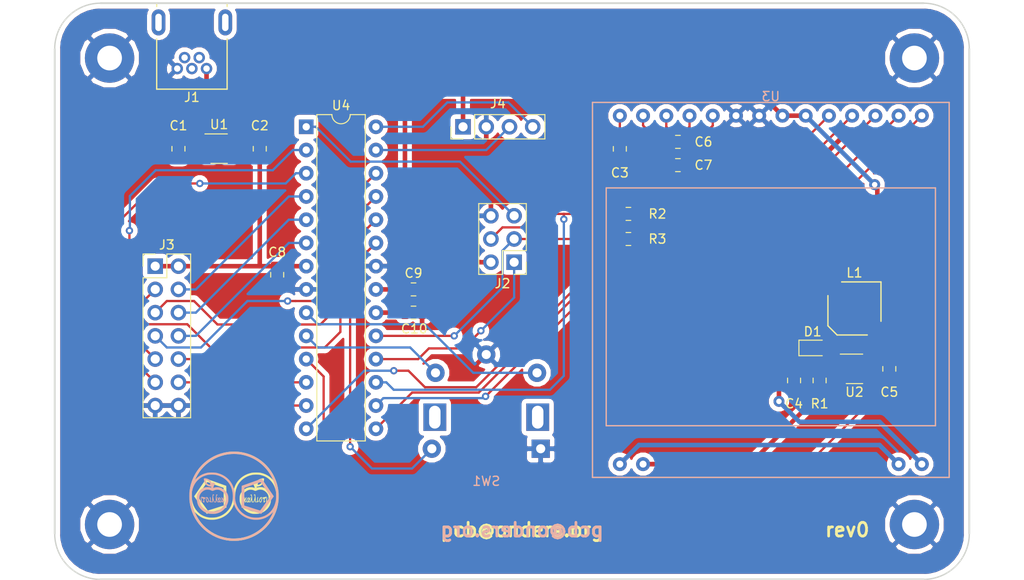
<source format=kicad_pcb>
(kicad_pcb (version 20171130) (host pcbnew 5.0.2+dfsg1-1)

  (general
    (thickness 1.6)
    (drawings 11)
    (tracks 243)
    (zones 0)
    (modules 30)
    (nets 38)
  )

  (page A4)
  (layers
    (0 F.Cu signal)
    (31 B.Cu signal)
    (32 B.Adhes user)
    (33 F.Adhes user)
    (34 B.Paste user)
    (35 F.Paste user)
    (36 B.SilkS user)
    (37 F.SilkS user)
    (38 B.Mask user)
    (39 F.Mask user)
    (40 Dwgs.User user)
    (41 Cmts.User user)
    (42 Eco1.User user)
    (43 Eco2.User user)
    (44 Edge.Cuts user)
    (45 Margin user)
    (46 B.CrtYd user)
    (47 F.CrtYd user)
    (48 B.Fab user)
    (49 F.Fab user)
  )

  (setup
    (last_trace_width 0.25)
    (user_trace_width 0.5)
    (trace_clearance 0.2)
    (zone_clearance 0.508)
    (zone_45_only no)
    (trace_min 0.2)
    (segment_width 0.2)
    (edge_width 0.15)
    (via_size 0.8)
    (via_drill 0.4)
    (via_min_size 0.4)
    (via_min_drill 0.3)
    (user_via 1.2 0.6)
    (uvia_size 0.3)
    (uvia_drill 0.1)
    (uvias_allowed no)
    (uvia_min_size 0.2)
    (uvia_min_drill 0.1)
    (pcb_text_width 0.3)
    (pcb_text_size 1.5 1.5)
    (mod_edge_width 0.15)
    (mod_text_size 1 1)
    (mod_text_width 0.15)
    (pad_size 5.4 5.4)
    (pad_drill 2.7)
    (pad_to_mask_clearance 0.051)
    (solder_mask_min_width 0.25)
    (aux_axis_origin 0 0)
    (visible_elements FFFFFF7F)
    (pcbplotparams
      (layerselection 0x010fc_ffffffff)
      (usegerberextensions true)
      (usegerberattributes true)
      (usegerberadvancedattributes false)
      (creategerberjobfile false)
      (excludeedgelayer true)
      (linewidth 0.100000)
      (plotframeref false)
      (viasonmask false)
      (mode 1)
      (useauxorigin false)
      (hpglpennumber 1)
      (hpglpenspeed 20)
      (hpglpendiameter 15.000000)
      (psnegative false)
      (psa4output false)
      (plotreference true)
      (plotvalue false)
      (plotinvisibletext false)
      (padsonsilk false)
      (subtractmaskfromsilk true)
      (outputformat 1)
      (mirror false)
      (drillshape 0)
      (scaleselection 1)
      (outputdirectory "plot/"))
  )

  (net 0 "")
  (net 1 "Net-(C1-Pad1)")
  (net 2 GND)
  (net 3 +3V3)
  (net 4 "Net-(C3-Pad2)")
  (net 5 "Net-(C4-Pad1)")
  (net 6 "Net-(C6-Pad2)")
  (net 7 "Net-(C6-Pad1)")
  (net 8 "Net-(C7-Pad1)")
  (net 9 "Net-(C7-Pad2)")
  (net 10 "Net-(D1-Pad2)")
  (net 11 ICSP_MISO)
  (net 12 ICSP_SCK)
  (net 13 ICSP_MOSI)
  (net 14 ICSP_RST)
  (net 15 PC1)
  (net 16 PC2)
  (net 17 PC3)
  (net 18 PD0)
  (net 19 PD1)
  (net 20 PD2)
  (net 21 PD3)
  (net 22 PD4)
  (net 23 PD6)
  (net 24 PD7)
  (net 25 I2C_SDA)
  (net 26 I2C_SCL)
  (net 27 "Net-(R1-Pad1)")
  (net 28 DISP_SDA)
  (net 29 DISP_SCK)
  (net 30 ENC_SW)
  (net 31 ENC_B)
  (net 32 ENC_A)
  (net 33 DISP_BL_PWM)
  (net 34 DISP_CD)
  (net 35 DISP_RS)
  (net 36 DISP_CS0)
  (net 37 "Net-(U3-Pad14)")

  (net_class Default "This is the default net class."
    (clearance 0.2)
    (trace_width 0.25)
    (via_dia 0.8)
    (via_drill 0.4)
    (uvia_dia 0.3)
    (uvia_drill 0.1)
    (add_net +3V3)
    (add_net DISP_BL_PWM)
    (add_net DISP_CD)
    (add_net DISP_CS0)
    (add_net DISP_RS)
    (add_net DISP_SCK)
    (add_net DISP_SDA)
    (add_net ENC_A)
    (add_net ENC_B)
    (add_net ENC_SW)
    (add_net GND)
    (add_net I2C_SCL)
    (add_net I2C_SDA)
    (add_net ICSP_MISO)
    (add_net ICSP_MOSI)
    (add_net ICSP_RST)
    (add_net ICSP_SCK)
    (add_net "Net-(C1-Pad1)")
    (add_net "Net-(C3-Pad2)")
    (add_net "Net-(C4-Pad1)")
    (add_net "Net-(C6-Pad1)")
    (add_net "Net-(C6-Pad2)")
    (add_net "Net-(C7-Pad1)")
    (add_net "Net-(C7-Pad2)")
    (add_net "Net-(D1-Pad2)")
    (add_net "Net-(R1-Pad1)")
    (add_net "Net-(U3-Pad14)")
    (add_net PC1)
    (add_net PC2)
    (add_net PC3)
    (add_net PD0)
    (add_net PD1)
    (add_net PD2)
    (add_net PD3)
    (add_net PD4)
    (add_net PD6)
    (add_net PD7)
  )

  (module encoder:RotaryEncoder_Alps_EC12D-Switch_Vertical_H20mm (layer B.Cu) (tedit 613A5DC5) (tstamp 61462B50)
    (at 143.1544 108.839 180)
    (descr "Alps rotary encoder, EC12E... with switch, vertical shaft, http://www.alps.com/prod/info/E/HTML/Encoder/Incremental/EC12E/EC12E1240405.html & http://cdn-reichelt.de/documents/datenblatt/F100/402097STEC12E08.PDF")
    (tags "rotary encoder")
    (path /603006A1)
    (fp_text reference SW1 (at 0 -7 180) (layer B.SilkS)
      (effects (font (size 1 1) (thickness 0.15)) (justify mirror))
    )
    (fp_text value Rotary_Encoder_Switch (at 0 -8.5 180) (layer B.Fab)
      (effects (font (size 1 1) (thickness 0.15)) (justify mirror))
    )
    (pad A thru_hole circle (at -5.55 4.85 90) (size 2 2) (drill 1) (layers *.Cu *.Mask)
      (net 32 ENC_A))
    (pad C thru_hole rect (at -5.95 -3.45 180) (size 2 2) (drill 1) (layers *.Cu *.Mask)
      (net 2 GND))
    (pad B thru_hole circle (at 5.55 4.85 180) (size 2 2) (drill 1) (layers *.Cu *.Mask)
      (net 31 ENC_B))
    (pad MP thru_hole rect (at 5.625 0 90) (size 3 2.5) (drill oval 2.5 1.25) (layers *.Cu *.Mask))
    (pad MP thru_hole rect (at -5.625 0 90) (size 3 2.5) (drill oval 2.5 1.25) (layers *.Cu *.Mask))
    (pad S1 thru_hole circle (at 5.95 -3.45 180) (size 2 2) (drill 1) (layers *.Cu *.Mask)
      (net 30 ENC_SW))
    (pad S2 thru_hole circle (at 0 6.85 180) (size 2 2) (drill 1) (layers *.Cu *.Mask)
      (net 2 GND))
    (model ${KISYS3DMOD}/Rotary_Encoder.3dshapes/RotaryEncoder_Alps_EC12E-Switch_Vertical_H20mm.wrl
      (at (xyz 0 0 0))
      (scale (xyz 1 1 1))
      (rotate (xyz 0 0 0))
    )
  )

  (module inductors:CDC5D23B (layer F.Cu) (tedit 6138A082) (tstamp 61464A65)
    (at 183.4134 96.9518)
    (path /6116E601)
    (fp_text reference L1 (at 0 -3.9) (layer F.SilkS)
      (effects (font (size 1 1) (thickness 0.15)))
    )
    (fp_text value 47uH (at 0 0) (layer F.Fab)
      (effects (font (size 1 1) (thickness 0.15)))
    )
    (fp_line (start 2.9 -2.9) (end -1.4 -2.9) (layer F.SilkS) (width 0.15))
    (fp_line (start -2.9 1.9) (end -2.9 -1.4) (layer F.SilkS) (width 0.15))
    (fp_line (start -1.9 2.9) (end -2.9 1.9) (layer F.SilkS) (width 0.15))
    (fp_line (start 1.4 2.9) (end -1.9 2.9) (layer F.SilkS) (width 0.15))
    (fp_line (start 2.9 -2.9) (end 2.9 1.4) (layer F.SilkS) (width 0.15))
    (pad 2 smd rect (at 2.5 2.2) (size 2 1.4) (layers F.Cu F.Paste F.Mask)
      (net 3 +3V3))
    (pad 1 smd rect (at -2.5 -2.2) (size 2 1.4) (layers F.Cu F.Paste F.Mask)
      (net 10 "Net-(D1-Pad2)"))
  )

  (module displays:EA-DOGS102x-6 (layer B.Cu) (tedit 6112DA94) (tstamp 6113EFD2)
    (at 174.2694 96.774 180)
    (path /60307F80)
    (fp_text reference U3 (at 0 23 180) (layer B.SilkS)
      (effects (font (size 1 1) (thickness 0.15)) (justify mirror))
    )
    (fp_text value EA-DOGS102x-6 (at 0 0 180) (layer B.Fab)
      (effects (font (size 1 1) (thickness 0.15)) (justify mirror))
    )
    (fp_line (start -19.5 22.35) (end 19.5 22.35) (layer B.SilkS) (width 0.15))
    (fp_line (start 19.5 22.35) (end 19.5 -18.65) (layer B.SilkS) (width 0.15))
    (fp_line (start 19.5 -18.65) (end -19.5 -18.65) (layer B.SilkS) (width 0.15))
    (fp_line (start -19.5 -18.65) (end -19.5 22.35) (layer B.SilkS) (width 0.15))
    (fp_line (start -18 13) (end 18 13) (layer B.SilkS) (width 0.15))
    (fp_line (start 18 13) (end 18 -13) (layer B.SilkS) (width 0.15))
    (fp_line (start 18 -13) (end -18 -13) (layer B.SilkS) (width 0.15))
    (fp_line (start -18 -13) (end -18 13) (layer B.SilkS) (width 0.15))
    (pad 15 thru_hole circle (at 16.51 20.9 180) (size 1.524 1.524) (drill 0.762) (layers *.Cu *.Mask)
      (net 4 "Net-(C3-Pad2)"))
    (pad 16 thru_hole circle (at 13.97 20.9 180) (size 1.524 1.524) (drill 0.762) (layers *.Cu *.Mask)
      (net 8 "Net-(C7-Pad1)"))
    (pad 17 thru_hole circle (at 11.43 20.9 180) (size 1.524 1.524) (drill 0.762) (layers *.Cu *.Mask)
      (net 7 "Net-(C6-Pad1)"))
    (pad 18 thru_hole circle (at 8.89 20.9 180) (size 1.524 1.524) (drill 0.762) (layers *.Cu *.Mask)
      (net 6 "Net-(C6-Pad2)"))
    (pad 19 thru_hole circle (at 6.35 20.9 180) (size 1.524 1.524) (drill 0.762) (layers *.Cu *.Mask)
      (net 9 "Net-(C7-Pad2)"))
    (pad 20 thru_hole circle (at 3.81 20.9 180) (size 1.524 1.524) (drill 0.762) (layers *.Cu *.Mask)
      (net 2 GND))
    (pad 21 thru_hole circle (at 1.27 20.9 180) (size 1.524 1.524) (drill 0.762) (layers *.Cu *.Mask)
      (net 2 GND))
    (pad 22 thru_hole circle (at -1.27 20.9 180) (size 1.524 1.524) (drill 0.762) (layers *.Cu *.Mask)
      (net 3 +3V3))
    (pad 23 thru_hole circle (at -3.81 20.9 180) (size 1.524 1.524) (drill 0.762) (layers *.Cu *.Mask)
      (net 3 +3V3))
    (pad 24 thru_hole circle (at -6.35 20.9 180) (size 1.524 1.524) (drill 0.762) (layers *.Cu *.Mask)
      (net 28 DISP_SDA))
    (pad 25 thru_hole circle (at -8.89 20.9 180) (size 1.524 1.524) (drill 0.762) (layers *.Cu *.Mask)
      (net 29 DISP_SCK))
    (pad 26 thru_hole circle (at -11.43 20.9 180) (size 1.524 1.524) (drill 0.762) (layers *.Cu *.Mask)
      (net 34 DISP_CD))
    (pad 27 thru_hole circle (at -13.97 20.9 180) (size 1.524 1.524) (drill 0.762) (layers *.Cu *.Mask)
      (net 35 DISP_RS))
    (pad 28 thru_hole circle (at -16.51 20.9 180) (size 1.524 1.524) (drill 0.762) (layers *.Cu *.Mask)
      (net 36 DISP_CS0))
    (pad 1 thru_hole circle (at -16.51 -17.2 180) (size 1.524 1.524) (drill 0.762) (layers *.Cu *.Mask)
      (net 5 "Net-(C4-Pad1)"))
    (pad 2 thru_hole circle (at -13.97 -17.2 180) (size 1.524 1.524) (drill 0.762) (layers *.Cu *.Mask)
      (net 37 "Net-(U3-Pad14)"))
    (pad 13 thru_hole circle (at 13.97 -17.2 180) (size 1.524 1.524) (drill 0.762) (layers *.Cu *.Mask)
      (net 27 "Net-(R1-Pad1)"))
    (pad 14 thru_hole circle (at 16.51 -17.2 90) (size 1.524 1.524) (drill 0.762) (layers *.Cu *.Mask)
      (net 37 "Net-(U3-Pad14)"))
  )

  (module Capacitor_SMD:C_0805_2012Metric (layer F.Cu) (tedit 6113C16E) (tstamp 6113AB42)
    (at 109.4994 79.4915 90)
    (descr "Capacitor SMD 0805 (2012 Metric), square (rectangular) end terminal, IPC_7351 nominal, (Body size source: https://docs.google.com/spreadsheets/d/1BsfQQcO9C6DZCsRaXUlFlo91Tg2WpOkGARC1WS5S8t0/edit?usp=sharing), generated with kicad-footprint-generator")
    (tags capacitor)
    (path /611A8042)
    (attr smd)
    (fp_text reference C1 (at 2.5295 0 180) (layer F.SilkS)
      (effects (font (size 1 1) (thickness 0.15)))
    )
    (fp_text value 1uF (at 0 1.65 180) (layer F.Fab)
      (effects (font (size 1 1) (thickness 0.15)))
    )
    (fp_line (start -1 0.6) (end -1 -0.6) (layer F.Fab) (width 0.1))
    (fp_line (start -1 -0.6) (end 1 -0.6) (layer F.Fab) (width 0.1))
    (fp_line (start 1 -0.6) (end 1 0.6) (layer F.Fab) (width 0.1))
    (fp_line (start 1 0.6) (end -1 0.6) (layer F.Fab) (width 0.1))
    (fp_line (start -0.258578 -0.71) (end 0.258578 -0.71) (layer F.SilkS) (width 0.12))
    (fp_line (start -0.258578 0.71) (end 0.258578 0.71) (layer F.SilkS) (width 0.12))
    (fp_line (start -1.68 0.95) (end -1.68 -0.95) (layer F.CrtYd) (width 0.05))
    (fp_line (start -1.68 -0.95) (end 1.68 -0.95) (layer F.CrtYd) (width 0.05))
    (fp_line (start 1.68 -0.95) (end 1.68 0.95) (layer F.CrtYd) (width 0.05))
    (fp_line (start 1.68 0.95) (end -1.68 0.95) (layer F.CrtYd) (width 0.05))
    (fp_text user %R (at 0 0 90) (layer F.Fab)
      (effects (font (size 0.5 0.5) (thickness 0.08)))
    )
    (pad 1 smd roundrect (at -0.9375 0 90) (size 0.975 1.4) (layers F.Cu F.Paste F.Mask) (roundrect_rratio 0.25)
      (net 1 "Net-(C1-Pad1)"))
    (pad 2 smd roundrect (at 0.9375 0 90) (size 0.975 1.4) (layers F.Cu F.Paste F.Mask) (roundrect_rratio 0.25)
      (net 2 GND))
    (model ${KISYS3DMOD}/Capacitor_SMD.3dshapes/C_0805_2012Metric.wrl
      (at (xyz 0 0 0))
      (scale (xyz 1 1 1))
      (rotate (xyz 0 0 0))
    )
  )

  (module Capacitor_SMD:C_0805_2012Metric (layer F.Cu) (tedit 5B36C52B) (tstamp 6113E72A)
    (at 118.3894 79.4915 90)
    (descr "Capacitor SMD 0805 (2012 Metric), square (rectangular) end terminal, IPC_7351 nominal, (Body size source: https://docs.google.com/spreadsheets/d/1BsfQQcO9C6DZCsRaXUlFlo91Tg2WpOkGARC1WS5S8t0/edit?usp=sharing), generated with kicad-footprint-generator")
    (tags capacitor)
    (path /611284F6)
    (attr smd)
    (fp_text reference C2 (at 2.5295 0 180) (layer F.SilkS)
      (effects (font (size 1 1) (thickness 0.15)))
    )
    (fp_text value 1uF (at 0 1.65 90) (layer F.Fab)
      (effects (font (size 1 1) (thickness 0.15)))
    )
    (fp_line (start -1 0.6) (end -1 -0.6) (layer F.Fab) (width 0.1))
    (fp_line (start -1 -0.6) (end 1 -0.6) (layer F.Fab) (width 0.1))
    (fp_line (start 1 -0.6) (end 1 0.6) (layer F.Fab) (width 0.1))
    (fp_line (start 1 0.6) (end -1 0.6) (layer F.Fab) (width 0.1))
    (fp_line (start -0.258578 -0.71) (end 0.258578 -0.71) (layer F.SilkS) (width 0.12))
    (fp_line (start -0.258578 0.71) (end 0.258578 0.71) (layer F.SilkS) (width 0.12))
    (fp_line (start -1.68 0.95) (end -1.68 -0.95) (layer F.CrtYd) (width 0.05))
    (fp_line (start -1.68 -0.95) (end 1.68 -0.95) (layer F.CrtYd) (width 0.05))
    (fp_line (start 1.68 -0.95) (end 1.68 0.95) (layer F.CrtYd) (width 0.05))
    (fp_line (start 1.68 0.95) (end -1.68 0.95) (layer F.CrtYd) (width 0.05))
    (fp_text user %R (at 0 0 90) (layer F.Fab)
      (effects (font (size 0.5 0.5) (thickness 0.08)))
    )
    (pad 1 smd roundrect (at -0.9375 0 90) (size 0.975 1.4) (layers F.Cu F.Paste F.Mask) (roundrect_rratio 0.25)
      (net 3 +3V3))
    (pad 2 smd roundrect (at 0.9375 0 90) (size 0.975 1.4) (layers F.Cu F.Paste F.Mask) (roundrect_rratio 0.25)
      (net 2 GND))
    (model ${KISYS3DMOD}/Capacitor_SMD.3dshapes/C_0805_2012Metric.wrl
      (at (xyz 0 0 0))
      (scale (xyz 1 1 1))
      (rotate (xyz 0 0 0))
    )
  )

  (module Capacitor_SMD:C_0805_2012Metric (layer F.Cu) (tedit 5B36C52B) (tstamp 6113F04C)
    (at 157.7594 79.502 90)
    (descr "Capacitor SMD 0805 (2012 Metric), square (rectangular) end terminal, IPC_7351 nominal, (Body size source: https://docs.google.com/spreadsheets/d/1BsfQQcO9C6DZCsRaXUlFlo91Tg2WpOkGARC1WS5S8t0/edit?usp=sharing), generated with kicad-footprint-generator")
    (tags capacitor)
    (path /61153DD4)
    (attr smd)
    (fp_text reference C3 (at -2.6185 0 180) (layer F.SilkS)
      (effects (font (size 1 1) (thickness 0.15)))
    )
    (fp_text value 1uF (at 0 1.65 90) (layer F.Fab)
      (effects (font (size 1 1) (thickness 0.15)))
    )
    (fp_text user %R (at 0 0 90) (layer F.Fab)
      (effects (font (size 0.5 0.5) (thickness 0.08)))
    )
    (fp_line (start 1.68 0.95) (end -1.68 0.95) (layer F.CrtYd) (width 0.05))
    (fp_line (start 1.68 -0.95) (end 1.68 0.95) (layer F.CrtYd) (width 0.05))
    (fp_line (start -1.68 -0.95) (end 1.68 -0.95) (layer F.CrtYd) (width 0.05))
    (fp_line (start -1.68 0.95) (end -1.68 -0.95) (layer F.CrtYd) (width 0.05))
    (fp_line (start -0.258578 0.71) (end 0.258578 0.71) (layer F.SilkS) (width 0.12))
    (fp_line (start -0.258578 -0.71) (end 0.258578 -0.71) (layer F.SilkS) (width 0.12))
    (fp_line (start 1 0.6) (end -1 0.6) (layer F.Fab) (width 0.1))
    (fp_line (start 1 -0.6) (end 1 0.6) (layer F.Fab) (width 0.1))
    (fp_line (start -1 -0.6) (end 1 -0.6) (layer F.Fab) (width 0.1))
    (fp_line (start -1 0.6) (end -1 -0.6) (layer F.Fab) (width 0.1))
    (pad 2 smd roundrect (at 0.9375 0 90) (size 0.975 1.4) (layers F.Cu F.Paste F.Mask) (roundrect_rratio 0.25)
      (net 4 "Net-(C3-Pad2)"))
    (pad 1 smd roundrect (at -0.9375 0 90) (size 0.975 1.4) (layers F.Cu F.Paste F.Mask) (roundrect_rratio 0.25)
      (net 2 GND))
    (model ${KISYS3DMOD}/Capacitor_SMD.3dshapes/C_0805_2012Metric.wrl
      (at (xyz 0 0 0))
      (scale (xyz 1 1 1))
      (rotate (xyz 0 0 0))
    )
  )

  (module Capacitor_SMD:C_0805_2012Metric (layer F.Cu) (tedit 5B36C52B) (tstamp 61464AF2)
    (at 176.8094 104.8258 270)
    (descr "Capacitor SMD 0805 (2012 Metric), square (rectangular) end terminal, IPC_7351 nominal, (Body size source: https://docs.google.com/spreadsheets/d/1BsfQQcO9C6DZCsRaXUlFlo91Tg2WpOkGARC1WS5S8t0/edit?usp=sharing), generated with kicad-footprint-generator")
    (tags capacitor)
    (path /61194D3D)
    (attr smd)
    (fp_text reference C4 (at 2.54 0) (layer F.SilkS)
      (effects (font (size 1 1) (thickness 0.15)))
    )
    (fp_text value 0.22uF (at 0 1.65 270) (layer F.Fab)
      (effects (font (size 1 1) (thickness 0.15)))
    )
    (fp_text user %R (at 0 0 270) (layer F.Fab)
      (effects (font (size 0.5 0.5) (thickness 0.08)))
    )
    (fp_line (start 1.68 0.95) (end -1.68 0.95) (layer F.CrtYd) (width 0.05))
    (fp_line (start 1.68 -0.95) (end 1.68 0.95) (layer F.CrtYd) (width 0.05))
    (fp_line (start -1.68 -0.95) (end 1.68 -0.95) (layer F.CrtYd) (width 0.05))
    (fp_line (start -1.68 0.95) (end -1.68 -0.95) (layer F.CrtYd) (width 0.05))
    (fp_line (start -0.258578 0.71) (end 0.258578 0.71) (layer F.SilkS) (width 0.12))
    (fp_line (start -0.258578 -0.71) (end 0.258578 -0.71) (layer F.SilkS) (width 0.12))
    (fp_line (start 1 0.6) (end -1 0.6) (layer F.Fab) (width 0.1))
    (fp_line (start 1 -0.6) (end 1 0.6) (layer F.Fab) (width 0.1))
    (fp_line (start -1 -0.6) (end 1 -0.6) (layer F.Fab) (width 0.1))
    (fp_line (start -1 0.6) (end -1 -0.6) (layer F.Fab) (width 0.1))
    (pad 2 smd roundrect (at 0.9375 0 270) (size 0.975 1.4) (layers F.Cu F.Paste F.Mask) (roundrect_rratio 0.25)
      (net 2 GND))
    (pad 1 smd roundrect (at -0.9375 0 270) (size 0.975 1.4) (layers F.Cu F.Paste F.Mask) (roundrect_rratio 0.25)
      (net 5 "Net-(C4-Pad1)"))
    (model ${KISYS3DMOD}/Capacitor_SMD.3dshapes/C_0805_2012Metric.wrl
      (at (xyz 0 0 0))
      (scale (xyz 1 1 1))
      (rotate (xyz 0 0 0))
    )
  )

  (module Capacitor_SMD:C_0805_2012Metric (layer F.Cu) (tedit 5B36C52B) (tstamp 61464A3B)
    (at 187.2234 103.5558 270)
    (descr "Capacitor SMD 0805 (2012 Metric), square (rectangular) end terminal, IPC_7351 nominal, (Body size source: https://docs.google.com/spreadsheets/d/1BsfQQcO9C6DZCsRaXUlFlo91Tg2WpOkGARC1WS5S8t0/edit?usp=sharing), generated with kicad-footprint-generator")
    (tags capacitor)
    (path /61151CE9)
    (attr smd)
    (fp_text reference C5 (at 2.54 0) (layer F.SilkS)
      (effects (font (size 1 1) (thickness 0.15)))
    )
    (fp_text value 4.7uF (at 0 1.65 270) (layer F.Fab)
      (effects (font (size 1 1) (thickness 0.15)))
    )
    (fp_line (start -1 0.6) (end -1 -0.6) (layer F.Fab) (width 0.1))
    (fp_line (start -1 -0.6) (end 1 -0.6) (layer F.Fab) (width 0.1))
    (fp_line (start 1 -0.6) (end 1 0.6) (layer F.Fab) (width 0.1))
    (fp_line (start 1 0.6) (end -1 0.6) (layer F.Fab) (width 0.1))
    (fp_line (start -0.258578 -0.71) (end 0.258578 -0.71) (layer F.SilkS) (width 0.12))
    (fp_line (start -0.258578 0.71) (end 0.258578 0.71) (layer F.SilkS) (width 0.12))
    (fp_line (start -1.68 0.95) (end -1.68 -0.95) (layer F.CrtYd) (width 0.05))
    (fp_line (start -1.68 -0.95) (end 1.68 -0.95) (layer F.CrtYd) (width 0.05))
    (fp_line (start 1.68 -0.95) (end 1.68 0.95) (layer F.CrtYd) (width 0.05))
    (fp_line (start 1.68 0.95) (end -1.68 0.95) (layer F.CrtYd) (width 0.05))
    (fp_text user %R (at 0 0 270) (layer F.Fab)
      (effects (font (size 0.5 0.5) (thickness 0.08)))
    )
    (pad 1 smd roundrect (at -0.9375 0 270) (size 0.975 1.4) (layers F.Cu F.Paste F.Mask) (roundrect_rratio 0.25)
      (net 3 +3V3))
    (pad 2 smd roundrect (at 0.9375 0 270) (size 0.975 1.4) (layers F.Cu F.Paste F.Mask) (roundrect_rratio 0.25)
      (net 2 GND))
    (model ${KISYS3DMOD}/Capacitor_SMD.3dshapes/C_0805_2012Metric.wrl
      (at (xyz 0 0 0))
      (scale (xyz 1 1 1))
      (rotate (xyz 0 0 0))
    )
  )

  (module Capacitor_SMD:C_0805_2012Metric (layer F.Cu) (tedit 5B36C52B) (tstamp 6113EF95)
    (at 164.1094 78.74)
    (descr "Capacitor SMD 0805 (2012 Metric), square (rectangular) end terminal, IPC_7351 nominal, (Body size source: https://docs.google.com/spreadsheets/d/1BsfQQcO9C6DZCsRaXUlFlo91Tg2WpOkGARC1WS5S8t0/edit?usp=sharing), generated with kicad-footprint-generator")
    (tags capacitor)
    (path /61154146)
    (attr smd)
    (fp_text reference C6 (at 2.794 0) (layer F.SilkS)
      (effects (font (size 1 1) (thickness 0.15)))
    )
    (fp_text value 1uF (at 0 1.65) (layer F.Fab)
      (effects (font (size 1 1) (thickness 0.15)))
    )
    (fp_text user %R (at 0 0) (layer F.Fab)
      (effects (font (size 0.5 0.5) (thickness 0.08)))
    )
    (fp_line (start 1.68 0.95) (end -1.68 0.95) (layer F.CrtYd) (width 0.05))
    (fp_line (start 1.68 -0.95) (end 1.68 0.95) (layer F.CrtYd) (width 0.05))
    (fp_line (start -1.68 -0.95) (end 1.68 -0.95) (layer F.CrtYd) (width 0.05))
    (fp_line (start -1.68 0.95) (end -1.68 -0.95) (layer F.CrtYd) (width 0.05))
    (fp_line (start -0.258578 0.71) (end 0.258578 0.71) (layer F.SilkS) (width 0.12))
    (fp_line (start -0.258578 -0.71) (end 0.258578 -0.71) (layer F.SilkS) (width 0.12))
    (fp_line (start 1 0.6) (end -1 0.6) (layer F.Fab) (width 0.1))
    (fp_line (start 1 -0.6) (end 1 0.6) (layer F.Fab) (width 0.1))
    (fp_line (start -1 -0.6) (end 1 -0.6) (layer F.Fab) (width 0.1))
    (fp_line (start -1 0.6) (end -1 -0.6) (layer F.Fab) (width 0.1))
    (pad 2 smd roundrect (at 0.9375 0) (size 0.975 1.4) (layers F.Cu F.Paste F.Mask) (roundrect_rratio 0.25)
      (net 6 "Net-(C6-Pad2)"))
    (pad 1 smd roundrect (at -0.9375 0) (size 0.975 1.4) (layers F.Cu F.Paste F.Mask) (roundrect_rratio 0.25)
      (net 7 "Net-(C6-Pad1)"))
    (model ${KISYS3DMOD}/Capacitor_SMD.3dshapes/C_0805_2012Metric.wrl
      (at (xyz 0 0 0))
      (scale (xyz 1 1 1))
      (rotate (xyz 0 0 0))
    )
  )

  (module Capacitor_SMD:C_0805_2012Metric (layer F.Cu) (tedit 5B36C52B) (tstamp 6113F01C)
    (at 164.1094 81.28)
    (descr "Capacitor SMD 0805 (2012 Metric), square (rectangular) end terminal, IPC_7351 nominal, (Body size source: https://docs.google.com/spreadsheets/d/1BsfQQcO9C6DZCsRaXUlFlo91Tg2WpOkGARC1WS5S8t0/edit?usp=sharing), generated with kicad-footprint-generator")
    (tags capacitor)
    (path /611540EC)
    (attr smd)
    (fp_text reference C7 (at 2.794 0) (layer F.SilkS)
      (effects (font (size 1 1) (thickness 0.15)))
    )
    (fp_text value 1uF (at 0 1.65) (layer F.Fab)
      (effects (font (size 1 1) (thickness 0.15)))
    )
    (fp_line (start -1 0.6) (end -1 -0.6) (layer F.Fab) (width 0.1))
    (fp_line (start -1 -0.6) (end 1 -0.6) (layer F.Fab) (width 0.1))
    (fp_line (start 1 -0.6) (end 1 0.6) (layer F.Fab) (width 0.1))
    (fp_line (start 1 0.6) (end -1 0.6) (layer F.Fab) (width 0.1))
    (fp_line (start -0.258578 -0.71) (end 0.258578 -0.71) (layer F.SilkS) (width 0.12))
    (fp_line (start -0.258578 0.71) (end 0.258578 0.71) (layer F.SilkS) (width 0.12))
    (fp_line (start -1.68 0.95) (end -1.68 -0.95) (layer F.CrtYd) (width 0.05))
    (fp_line (start -1.68 -0.95) (end 1.68 -0.95) (layer F.CrtYd) (width 0.05))
    (fp_line (start 1.68 -0.95) (end 1.68 0.95) (layer F.CrtYd) (width 0.05))
    (fp_line (start 1.68 0.95) (end -1.68 0.95) (layer F.CrtYd) (width 0.05))
    (fp_text user %R (at 0 0) (layer F.Fab)
      (effects (font (size 0.5 0.5) (thickness 0.08)))
    )
    (pad 1 smd roundrect (at -0.9375 0) (size 0.975 1.4) (layers F.Cu F.Paste F.Mask) (roundrect_rratio 0.25)
      (net 8 "Net-(C7-Pad1)"))
    (pad 2 smd roundrect (at 0.9375 0) (size 0.975 1.4) (layers F.Cu F.Paste F.Mask) (roundrect_rratio 0.25)
      (net 9 "Net-(C7-Pad2)"))
    (model ${KISYS3DMOD}/Capacitor_SMD.3dshapes/C_0805_2012Metric.wrl
      (at (xyz 0 0 0))
      (scale (xyz 1 1 1))
      (rotate (xyz 0 0 0))
    )
  )

  (module Capacitor_SMD:C_0805_2012Metric (layer F.Cu) (tedit 5B36C52B) (tstamp 6121F584)
    (at 120.2944 93.2665 270)
    (descr "Capacitor SMD 0805 (2012 Metric), square (rectangular) end terminal, IPC_7351 nominal, (Body size source: https://docs.google.com/spreadsheets/d/1BsfQQcO9C6DZCsRaXUlFlo91Tg2WpOkGARC1WS5S8t0/edit?usp=sharing), generated with kicad-footprint-generator")
    (tags capacitor)
    (path /6111BF94)
    (attr smd)
    (fp_text reference C8 (at -2.4615 0) (layer F.SilkS)
      (effects (font (size 1 1) (thickness 0.15)))
    )
    (fp_text value 100nF (at 0 1.65 270) (layer F.Fab)
      (effects (font (size 1 1) (thickness 0.15)))
    )
    (fp_text user %R (at 0 0 270) (layer F.Fab)
      (effects (font (size 0.5 0.5) (thickness 0.08)))
    )
    (fp_line (start 1.68 0.95) (end -1.68 0.95) (layer F.CrtYd) (width 0.05))
    (fp_line (start 1.68 -0.95) (end 1.68 0.95) (layer F.CrtYd) (width 0.05))
    (fp_line (start -1.68 -0.95) (end 1.68 -0.95) (layer F.CrtYd) (width 0.05))
    (fp_line (start -1.68 0.95) (end -1.68 -0.95) (layer F.CrtYd) (width 0.05))
    (fp_line (start -0.258578 0.71) (end 0.258578 0.71) (layer F.SilkS) (width 0.12))
    (fp_line (start -0.258578 -0.71) (end 0.258578 -0.71) (layer F.SilkS) (width 0.12))
    (fp_line (start 1 0.6) (end -1 0.6) (layer F.Fab) (width 0.1))
    (fp_line (start 1 -0.6) (end 1 0.6) (layer F.Fab) (width 0.1))
    (fp_line (start -1 -0.6) (end 1 -0.6) (layer F.Fab) (width 0.1))
    (fp_line (start -1 0.6) (end -1 -0.6) (layer F.Fab) (width 0.1))
    (pad 2 smd roundrect (at 0.9375 0 270) (size 0.975 1.4) (layers F.Cu F.Paste F.Mask) (roundrect_rratio 0.25)
      (net 2 GND))
    (pad 1 smd roundrect (at -0.9375 0 270) (size 0.975 1.4) (layers F.Cu F.Paste F.Mask) (roundrect_rratio 0.25)
      (net 3 +3V3))
    (model ${KISYS3DMOD}/Capacitor_SMD.3dshapes/C_0805_2012Metric.wrl
      (at (xyz 0 0 0))
      (scale (xyz 1 1 1))
      (rotate (xyz 0 0 0))
    )
  )

  (module Capacitor_SMD:C_0805_2012Metric (layer F.Cu) (tedit 6113CBC9) (tstamp 612284F0)
    (at 135.2019 94.869)
    (descr "Capacitor SMD 0805 (2012 Metric), square (rectangular) end terminal, IPC_7351 nominal, (Body size source: https://docs.google.com/spreadsheets/d/1BsfQQcO9C6DZCsRaXUlFlo91Tg2WpOkGARC1WS5S8t0/edit?usp=sharing), generated with kicad-footprint-generator")
    (tags capacitor)
    (path /6111A583)
    (attr smd)
    (fp_text reference C9 (at 0 -1.778) (layer F.SilkS)
      (effects (font (size 1 1) (thickness 0.15)))
    )
    (fp_text value 100nF (at 0 1.65) (layer F.Fab)
      (effects (font (size 1 1) (thickness 0.15)))
    )
    (fp_text user %R (at 0 0) (layer F.Fab)
      (effects (font (size 0.5 0.5) (thickness 0.08)))
    )
    (fp_line (start 1.68 0.95) (end -1.68 0.95) (layer F.CrtYd) (width 0.05))
    (fp_line (start 1.68 -0.95) (end 1.68 0.95) (layer F.CrtYd) (width 0.05))
    (fp_line (start -1.68 -0.95) (end 1.68 -0.95) (layer F.CrtYd) (width 0.05))
    (fp_line (start -1.68 0.95) (end -1.68 -0.95) (layer F.CrtYd) (width 0.05))
    (fp_line (start -0.258578 0.71) (end 0.258578 0.71) (layer F.SilkS) (width 0.12))
    (fp_line (start -0.258578 -0.71) (end 0.258578 -0.71) (layer F.SilkS) (width 0.12))
    (fp_line (start 1 0.6) (end -1 0.6) (layer F.Fab) (width 0.1))
    (fp_line (start 1 -0.6) (end 1 0.6) (layer F.Fab) (width 0.1))
    (fp_line (start -1 -0.6) (end 1 -0.6) (layer F.Fab) (width 0.1))
    (fp_line (start -1 0.6) (end -1 -0.6) (layer F.Fab) (width 0.1))
    (pad 2 smd roundrect (at 0.9375 0) (size 0.975 1.4) (layers F.Cu F.Paste F.Mask) (roundrect_rratio 0.25)
      (net 2 GND))
    (pad 1 smd roundrect (at -0.9375 0) (size 0.975 1.4) (layers F.Cu F.Paste F.Mask) (roundrect_rratio 0.25)
      (net 3 +3V3))
    (model ${KISYS3DMOD}/Capacitor_SMD.3dshapes/C_0805_2012Metric.wrl
      (at (xyz 0 0 0))
      (scale (xyz 1 1 1))
      (rotate (xyz 0 0 0))
    )
  )

  (module Capacitor_SMD:C_0805_2012Metric (layer F.Cu) (tedit 5B36C52B) (tstamp 6115137A)
    (at 135.2019 97.409)
    (descr "Capacitor SMD 0805 (2012 Metric), square (rectangular) end terminal, IPC_7351 nominal, (Body size source: https://docs.google.com/spreadsheets/d/1BsfQQcO9C6DZCsRaXUlFlo91Tg2WpOkGARC1WS5S8t0/edit?usp=sharing), generated with kicad-footprint-generator")
    (tags capacitor)
    (path /61119D29)
    (attr smd)
    (fp_text reference C10 (at 0.0785 1.778) (layer F.SilkS)
      (effects (font (size 1 1) (thickness 0.15)))
    )
    (fp_text value 100nF (at 0 1.65) (layer F.Fab)
      (effects (font (size 1 1) (thickness 0.15)))
    )
    (fp_line (start -1 0.6) (end -1 -0.6) (layer F.Fab) (width 0.1))
    (fp_line (start -1 -0.6) (end 1 -0.6) (layer F.Fab) (width 0.1))
    (fp_line (start 1 -0.6) (end 1 0.6) (layer F.Fab) (width 0.1))
    (fp_line (start 1 0.6) (end -1 0.6) (layer F.Fab) (width 0.1))
    (fp_line (start -0.258578 -0.71) (end 0.258578 -0.71) (layer F.SilkS) (width 0.12))
    (fp_line (start -0.258578 0.71) (end 0.258578 0.71) (layer F.SilkS) (width 0.12))
    (fp_line (start -1.68 0.95) (end -1.68 -0.95) (layer F.CrtYd) (width 0.05))
    (fp_line (start -1.68 -0.95) (end 1.68 -0.95) (layer F.CrtYd) (width 0.05))
    (fp_line (start 1.68 -0.95) (end 1.68 0.95) (layer F.CrtYd) (width 0.05))
    (fp_line (start 1.68 0.95) (end -1.68 0.95) (layer F.CrtYd) (width 0.05))
    (fp_text user %R (at 0 0) (layer F.Fab)
      (effects (font (size 0.5 0.5) (thickness 0.08)))
    )
    (pad 1 smd roundrect (at -0.9375 0) (size 0.975 1.4) (layers F.Cu F.Paste F.Mask) (roundrect_rratio 0.25)
      (net 3 +3V3))
    (pad 2 smd roundrect (at 0.9375 0) (size 0.975 1.4) (layers F.Cu F.Paste F.Mask) (roundrect_rratio 0.25)
      (net 2 GND))
    (model ${KISYS3DMOD}/Capacitor_SMD.3dshapes/C_0805_2012Metric.wrl
      (at (xyz 0 0 0))
      (scale (xyz 1 1 1))
      (rotate (xyz 0 0 0))
    )
  )

  (module Diode_SMD:D_SOD-323 (layer F.Cu) (tedit 58641739) (tstamp 61464A93)
    (at 178.8414 101.2698)
    (descr SOD-323)
    (tags SOD-323)
    (path /61198305)
    (attr smd)
    (fp_text reference D1 (at 0 -1.778) (layer F.SilkS)
      (effects (font (size 1 1) (thickness 0.15)))
    )
    (fp_text value D_Schottky (at 0.1 1.9) (layer F.Fab)
      (effects (font (size 1 1) (thickness 0.15)))
    )
    (fp_text user %R (at 0 -1.85) (layer F.Fab)
      (effects (font (size 1 1) (thickness 0.15)))
    )
    (fp_line (start -1.5 -0.85) (end -1.5 0.85) (layer F.SilkS) (width 0.12))
    (fp_line (start 0.2 0) (end 0.45 0) (layer F.Fab) (width 0.1))
    (fp_line (start 0.2 0.35) (end -0.3 0) (layer F.Fab) (width 0.1))
    (fp_line (start 0.2 -0.35) (end 0.2 0.35) (layer F.Fab) (width 0.1))
    (fp_line (start -0.3 0) (end 0.2 -0.35) (layer F.Fab) (width 0.1))
    (fp_line (start -0.3 0) (end -0.5 0) (layer F.Fab) (width 0.1))
    (fp_line (start -0.3 -0.35) (end -0.3 0.35) (layer F.Fab) (width 0.1))
    (fp_line (start -0.9 0.7) (end -0.9 -0.7) (layer F.Fab) (width 0.1))
    (fp_line (start 0.9 0.7) (end -0.9 0.7) (layer F.Fab) (width 0.1))
    (fp_line (start 0.9 -0.7) (end 0.9 0.7) (layer F.Fab) (width 0.1))
    (fp_line (start -0.9 -0.7) (end 0.9 -0.7) (layer F.Fab) (width 0.1))
    (fp_line (start -1.6 -0.95) (end 1.6 -0.95) (layer F.CrtYd) (width 0.05))
    (fp_line (start 1.6 -0.95) (end 1.6 0.95) (layer F.CrtYd) (width 0.05))
    (fp_line (start -1.6 0.95) (end 1.6 0.95) (layer F.CrtYd) (width 0.05))
    (fp_line (start -1.6 -0.95) (end -1.6 0.95) (layer F.CrtYd) (width 0.05))
    (fp_line (start -1.5 0.85) (end 1.05 0.85) (layer F.SilkS) (width 0.12))
    (fp_line (start -1.5 -0.85) (end 1.05 -0.85) (layer F.SilkS) (width 0.12))
    (pad 1 smd rect (at -1.05 0) (size 0.6 0.45) (layers F.Cu F.Paste F.Mask)
      (net 5 "Net-(C4-Pad1)"))
    (pad 2 smd rect (at 1.05 0) (size 0.6 0.45) (layers F.Cu F.Paste F.Mask)
      (net 10 "Net-(D1-Pad2)"))
    (model ${KISYS3DMOD}/Diode_SMD.3dshapes/D_SOD-323.wrl
      (at (xyz 0 0 0))
      (scale (xyz 1 1 1))
      (rotate (xyz 0 0 0))
    )
  )

  (module usb_connector:Amphenol_mini_USB (layer F.Cu) (tedit 6012E7BC) (tstamp 6147C1C6)
    (at 110.9694 63.574 180)
    (path /610FCCC0)
    (fp_text reference J1 (at 0 -10.287) (layer F.SilkS)
      (effects (font (size 1 1) (thickness 0.15)))
    )
    (fp_text value USB_B_Mini (at 0 -0.5 180) (layer F.Fab)
      (effects (font (size 1 1) (thickness 0.15)))
    )
    (fp_line (start -3.85 0) (end -3.85 -0.35) (layer F.SilkS) (width 0.15))
    (fp_line (start 3.85 0) (end 3.85 -0.35) (layer F.SilkS) (width 0.15))
    (fp_line (start -3.85 -3.9) (end -3.85 -9.4) (layer F.SilkS) (width 0.15))
    (fp_line (start 3.85 0) (end -3.85 0) (layer F.SilkS) (width 0.15))
    (fp_line (start 3.85 -9.4) (end 3.85 -3.9) (layer F.SilkS) (width 0.15))
    (fp_line (start -3.85 -9.4) (end 3.85 -9.4) (layer F.SilkS) (width 0.15))
    (pad 5 thru_hole circle (at 1.6 -7.15 180) (size 1.25 1.25) (drill 0.7) (layers *.Cu *.Mask)
      (net 2 GND))
    (pad 3 thru_hole circle (at 0 -7.15 180) (size 1.25 1.25) (drill 0.7) (layers *.Cu *.Mask))
    (pad 1 thru_hole circle (at -1.6 -7.15 180) (size 1.25 1.25) (drill 0.7) (layers *.Cu *.Mask)
      (net 1 "Net-(C1-Pad1)"))
    (pad 4 thru_hole circle (at 0.8 -5.95 180) (size 1.25 1.25) (drill 0.7) (layers *.Cu *.Mask))
    (pad 2 thru_hole circle (at -0.8 -5.95 180) (size 1.25 1.25) (drill 0.7) (layers *.Cu *.Mask))
    (pad 7 thru_hole oval (at 3.65 -2.1 180) (size 1.5 2.85) (drill oval 0.7 1.9) (layers *.Cu *.Mask))
    (pad 6 thru_hole oval (at -3.65 -2.1 180) (size 1.5 2.85) (drill oval 0.7 1.9) (layers *.Cu *.Mask))
  )

  (module Connector_PinHeader_2.54mm:PinHeader_2x03_P2.54mm_Vertical (layer F.Cu) (tedit 59FED5CC) (tstamp 61244ABB)
    (at 146.2024 91.8972 180)
    (descr "Through hole straight pin header, 2x03, 2.54mm pitch, double rows")
    (tags "Through hole pin header THT 2x03 2.54mm double row")
    (path /61113EE3)
    (fp_text reference J2 (at 1.27 -2.33 180) (layer F.SilkS)
      (effects (font (size 1 1) (thickness 0.15)))
    )
    (fp_text value Conn_02x03_Odd_Even (at 1.27 7.41 180) (layer F.Fab)
      (effects (font (size 1 1) (thickness 0.15)))
    )
    (fp_line (start 0 -1.27) (end 3.81 -1.27) (layer F.Fab) (width 0.1))
    (fp_line (start 3.81 -1.27) (end 3.81 6.35) (layer F.Fab) (width 0.1))
    (fp_line (start 3.81 6.35) (end -1.27 6.35) (layer F.Fab) (width 0.1))
    (fp_line (start -1.27 6.35) (end -1.27 0) (layer F.Fab) (width 0.1))
    (fp_line (start -1.27 0) (end 0 -1.27) (layer F.Fab) (width 0.1))
    (fp_line (start -1.33 6.41) (end 3.87 6.41) (layer F.SilkS) (width 0.12))
    (fp_line (start -1.33 1.27) (end -1.33 6.41) (layer F.SilkS) (width 0.12))
    (fp_line (start 3.87 -1.33) (end 3.87 6.41) (layer F.SilkS) (width 0.12))
    (fp_line (start -1.33 1.27) (end 1.27 1.27) (layer F.SilkS) (width 0.12))
    (fp_line (start 1.27 1.27) (end 1.27 -1.33) (layer F.SilkS) (width 0.12))
    (fp_line (start 1.27 -1.33) (end 3.87 -1.33) (layer F.SilkS) (width 0.12))
    (fp_line (start -1.33 0) (end -1.33 -1.33) (layer F.SilkS) (width 0.12))
    (fp_line (start -1.33 -1.33) (end 0 -1.33) (layer F.SilkS) (width 0.12))
    (fp_line (start -1.8 -1.8) (end -1.8 6.85) (layer F.CrtYd) (width 0.05))
    (fp_line (start -1.8 6.85) (end 4.35 6.85) (layer F.CrtYd) (width 0.05))
    (fp_line (start 4.35 6.85) (end 4.35 -1.8) (layer F.CrtYd) (width 0.05))
    (fp_line (start 4.35 -1.8) (end -1.8 -1.8) (layer F.CrtYd) (width 0.05))
    (fp_text user %R (at 1.27 2.54 270) (layer F.Fab)
      (effects (font (size 1 1) (thickness 0.15)))
    )
    (pad 1 thru_hole rect (at 0 0 180) (size 1.7 1.7) (drill 1) (layers *.Cu *.Mask)
      (net 11 ICSP_MISO))
    (pad 2 thru_hole oval (at 2.54 0 180) (size 1.7 1.7) (drill 1) (layers *.Cu *.Mask)
      (net 3 +3V3))
    (pad 3 thru_hole oval (at 0 2.54 180) (size 1.7 1.7) (drill 1) (layers *.Cu *.Mask)
      (net 12 ICSP_SCK))
    (pad 4 thru_hole oval (at 2.54 2.54 180) (size 1.7 1.7) (drill 1) (layers *.Cu *.Mask)
      (net 13 ICSP_MOSI))
    (pad 5 thru_hole oval (at 0 5.08 180) (size 1.7 1.7) (drill 1) (layers *.Cu *.Mask)
      (net 14 ICSP_RST))
    (pad 6 thru_hole oval (at 2.54 5.08 180) (size 1.7 1.7) (drill 1) (layers *.Cu *.Mask)
      (net 2 GND))
    (model ${KISYS3DMOD}/Connector_PinHeader_2.54mm.3dshapes/PinHeader_2x03_P2.54mm_Vertical.wrl
      (at (xyz 0 0 0))
      (scale (xyz 1 1 1))
      (rotate (xyz 0 0 0))
    )
  )

  (module Connector_PinHeader_2.54mm:PinHeader_2x07_P2.54mm_Vertical (layer F.Cu) (tedit 59FED5CC) (tstamp 61243E21)
    (at 106.9594 92.329)
    (descr "Through hole straight pin header, 2x07, 2.54mm pitch, double rows")
    (tags "Through hole pin header THT 2x07 2.54mm double row")
    (path /611410D7)
    (fp_text reference J3 (at 1.27 -2.33) (layer F.SilkS)
      (effects (font (size 1 1) (thickness 0.15)))
    )
    (fp_text value Conn_02x07_Odd_Even (at 1.27 17.57) (layer F.Fab)
      (effects (font (size 1 1) (thickness 0.15)))
    )
    (fp_line (start 0 -1.27) (end 3.81 -1.27) (layer F.Fab) (width 0.1))
    (fp_line (start 3.81 -1.27) (end 3.81 16.51) (layer F.Fab) (width 0.1))
    (fp_line (start 3.81 16.51) (end -1.27 16.51) (layer F.Fab) (width 0.1))
    (fp_line (start -1.27 16.51) (end -1.27 0) (layer F.Fab) (width 0.1))
    (fp_line (start -1.27 0) (end 0 -1.27) (layer F.Fab) (width 0.1))
    (fp_line (start -1.33 16.57) (end 3.87 16.57) (layer F.SilkS) (width 0.12))
    (fp_line (start -1.33 1.27) (end -1.33 16.57) (layer F.SilkS) (width 0.12))
    (fp_line (start 3.87 -1.33) (end 3.87 16.57) (layer F.SilkS) (width 0.12))
    (fp_line (start -1.33 1.27) (end 1.27 1.27) (layer F.SilkS) (width 0.12))
    (fp_line (start 1.27 1.27) (end 1.27 -1.33) (layer F.SilkS) (width 0.12))
    (fp_line (start 1.27 -1.33) (end 3.87 -1.33) (layer F.SilkS) (width 0.12))
    (fp_line (start -1.33 0) (end -1.33 -1.33) (layer F.SilkS) (width 0.12))
    (fp_line (start -1.33 -1.33) (end 0 -1.33) (layer F.SilkS) (width 0.12))
    (fp_line (start -1.8 -1.8) (end -1.8 17.05) (layer F.CrtYd) (width 0.05))
    (fp_line (start -1.8 17.05) (end 4.35 17.05) (layer F.CrtYd) (width 0.05))
    (fp_line (start 4.35 17.05) (end 4.35 -1.8) (layer F.CrtYd) (width 0.05))
    (fp_line (start 4.35 -1.8) (end -1.8 -1.8) (layer F.CrtYd) (width 0.05))
    (fp_text user %R (at 1.27 7.62 90) (layer F.Fab)
      (effects (font (size 1 1) (thickness 0.15)))
    )
    (pad 1 thru_hole rect (at 0 0) (size 1.7 1.7) (drill 1) (layers *.Cu *.Mask)
      (net 3 +3V3))
    (pad 2 thru_hole oval (at 2.54 0) (size 1.7 1.7) (drill 1) (layers *.Cu *.Mask)
      (net 3 +3V3))
    (pad 3 thru_hole oval (at 0 2.54) (size 1.7 1.7) (drill 1) (layers *.Cu *.Mask)
      (net 15 PC1))
    (pad 4 thru_hole oval (at 2.54 2.54) (size 1.7 1.7) (drill 1) (layers *.Cu *.Mask)
      (net 20 PD2))
    (pad 5 thru_hole oval (at 0 5.08) (size 1.7 1.7) (drill 1) (layers *.Cu *.Mask)
      (net 16 PC2))
    (pad 6 thru_hole oval (at 2.54 5.08) (size 1.7 1.7) (drill 1) (layers *.Cu *.Mask)
      (net 21 PD3))
    (pad 7 thru_hole oval (at 0 7.62) (size 1.7 1.7) (drill 1) (layers *.Cu *.Mask)
      (net 17 PC3))
    (pad 8 thru_hole oval (at 2.54 7.62) (size 1.7 1.7) (drill 1) (layers *.Cu *.Mask)
      (net 22 PD4))
    (pad 9 thru_hole oval (at 0 10.16) (size 1.7 1.7) (drill 1) (layers *.Cu *.Mask)
      (net 18 PD0))
    (pad 10 thru_hole oval (at 2.54 10.16) (size 1.7 1.7) (drill 1) (layers *.Cu *.Mask)
      (net 23 PD6))
    (pad 11 thru_hole oval (at 0 12.7) (size 1.7 1.7) (drill 1) (layers *.Cu *.Mask)
      (net 19 PD1))
    (pad 12 thru_hole oval (at 2.54 12.7) (size 1.7 1.7) (drill 1) (layers *.Cu *.Mask)
      (net 24 PD7))
    (pad 13 thru_hole oval (at 0 15.24) (size 1.7 1.7) (drill 1) (layers *.Cu *.Mask)
      (net 2 GND))
    (pad 14 thru_hole oval (at 2.54 15.24) (size 1.7 1.7) (drill 1) (layers *.Cu *.Mask)
      (net 2 GND))
    (model ${KISYS3DMOD}/Connector_PinHeader_2.54mm.3dshapes/PinHeader_2x07_P2.54mm_Vertical.wrl
      (at (xyz 0 0 0))
      (scale (xyz 1 1 1))
      (rotate (xyz 0 0 0))
    )
  )

  (module Connector_PinHeader_2.54mm:PinHeader_1x04_P2.54mm_Vertical (layer F.Cu) (tedit 59FED5CC) (tstamp 612459A7)
    (at 140.6144 77.089 90)
    (descr "Through hole straight pin header, 1x04, 2.54mm pitch, single row")
    (tags "Through hole pin header THT 1x04 2.54mm single row")
    (path /61351BC4)
    (fp_text reference J4 (at 2.54 3.81 180) (layer F.SilkS)
      (effects (font (size 1 1) (thickness 0.15)))
    )
    (fp_text value Conn_01x04 (at 0 9.95 90) (layer F.Fab)
      (effects (font (size 1 1) (thickness 0.15)))
    )
    (fp_line (start -0.635 -1.27) (end 1.27 -1.27) (layer F.Fab) (width 0.1))
    (fp_line (start 1.27 -1.27) (end 1.27 8.89) (layer F.Fab) (width 0.1))
    (fp_line (start 1.27 8.89) (end -1.27 8.89) (layer F.Fab) (width 0.1))
    (fp_line (start -1.27 8.89) (end -1.27 -0.635) (layer F.Fab) (width 0.1))
    (fp_line (start -1.27 -0.635) (end -0.635 -1.27) (layer F.Fab) (width 0.1))
    (fp_line (start -1.33 8.95) (end 1.33 8.95) (layer F.SilkS) (width 0.12))
    (fp_line (start -1.33 1.27) (end -1.33 8.95) (layer F.SilkS) (width 0.12))
    (fp_line (start 1.33 1.27) (end 1.33 8.95) (layer F.SilkS) (width 0.12))
    (fp_line (start -1.33 1.27) (end 1.33 1.27) (layer F.SilkS) (width 0.12))
    (fp_line (start -1.33 0) (end -1.33 -1.33) (layer F.SilkS) (width 0.12))
    (fp_line (start -1.33 -1.33) (end 0 -1.33) (layer F.SilkS) (width 0.12))
    (fp_line (start -1.8 -1.8) (end -1.8 9.4) (layer F.CrtYd) (width 0.05))
    (fp_line (start -1.8 9.4) (end 1.8 9.4) (layer F.CrtYd) (width 0.05))
    (fp_line (start 1.8 9.4) (end 1.8 -1.8) (layer F.CrtYd) (width 0.05))
    (fp_line (start 1.8 -1.8) (end -1.8 -1.8) (layer F.CrtYd) (width 0.05))
    (fp_text user %R (at 0 3.81 180) (layer F.Fab)
      (effects (font (size 1 1) (thickness 0.15)))
    )
    (pad 1 thru_hole rect (at 0 0 90) (size 1.7 1.7) (drill 1) (layers *.Cu *.Mask)
      (net 3 +3V3))
    (pad 2 thru_hole oval (at 0 2.54 90) (size 1.7 1.7) (drill 1) (layers *.Cu *.Mask)
      (net 2 GND))
    (pad 3 thru_hole oval (at 0 5.08 90) (size 1.7 1.7) (drill 1) (layers *.Cu *.Mask)
      (net 25 I2C_SDA))
    (pad 4 thru_hole oval (at 0 7.62 90) (size 1.7 1.7) (drill 1) (layers *.Cu *.Mask)
      (net 26 I2C_SCL))
    (model ${KISYS3DMOD}/Connector_PinHeader_2.54mm.3dshapes/PinHeader_1x04_P2.54mm_Vertical.wrl
      (at (xyz 0 0 0))
      (scale (xyz 1 1 1))
      (rotate (xyz 0 0 0))
    )
  )

  (module Resistor_SMD:R_0805_2012Metric (layer F.Cu) (tedit 5B36C52B) (tstamp 61464A02)
    (at 179.6034 104.8258 90)
    (descr "Resistor SMD 0805 (2012 Metric), square (rectangular) end terminal, IPC_7351 nominal, (Body size source: https://docs.google.com/spreadsheets/d/1BsfQQcO9C6DZCsRaXUlFlo91Tg2WpOkGARC1WS5S8t0/edit?usp=sharing), generated with kicad-footprint-generator")
    (tags resistor)
    (path /61194CC1)
    (attr smd)
    (fp_text reference R1 (at -2.54 0 180) (layer F.SilkS)
      (effects (font (size 1 1) (thickness 0.15)))
    )
    (fp_text value 8R2 (at 0 1.65 90) (layer F.Fab)
      (effects (font (size 1 1) (thickness 0.15)))
    )
    (fp_text user %R (at 0 0 90) (layer F.Fab)
      (effects (font (size 0.5 0.5) (thickness 0.08)))
    )
    (fp_line (start 1.68 0.95) (end -1.68 0.95) (layer F.CrtYd) (width 0.05))
    (fp_line (start 1.68 -0.95) (end 1.68 0.95) (layer F.CrtYd) (width 0.05))
    (fp_line (start -1.68 -0.95) (end 1.68 -0.95) (layer F.CrtYd) (width 0.05))
    (fp_line (start -1.68 0.95) (end -1.68 -0.95) (layer F.CrtYd) (width 0.05))
    (fp_line (start -0.258578 0.71) (end 0.258578 0.71) (layer F.SilkS) (width 0.12))
    (fp_line (start -0.258578 -0.71) (end 0.258578 -0.71) (layer F.SilkS) (width 0.12))
    (fp_line (start 1 0.6) (end -1 0.6) (layer F.Fab) (width 0.1))
    (fp_line (start 1 -0.6) (end 1 0.6) (layer F.Fab) (width 0.1))
    (fp_line (start -1 -0.6) (end 1 -0.6) (layer F.Fab) (width 0.1))
    (fp_line (start -1 0.6) (end -1 -0.6) (layer F.Fab) (width 0.1))
    (pad 2 smd roundrect (at 0.9375 0 90) (size 0.975 1.4) (layers F.Cu F.Paste F.Mask) (roundrect_rratio 0.25)
      (net 2 GND))
    (pad 1 smd roundrect (at -0.9375 0 90) (size 0.975 1.4) (layers F.Cu F.Paste F.Mask) (roundrect_rratio 0.25)
      (net 27 "Net-(R1-Pad1)"))
    (model ${KISYS3DMOD}/Resistor_SMD.3dshapes/R_0805_2012Metric.wrl
      (at (xyz 0 0 0))
      (scale (xyz 1 1 1))
      (rotate (xyz 0 0 0))
    )
  )

  (module Resistor_SMD:R_0805_2012Metric (layer F.Cu) (tedit 5B36C52B) (tstamp 6113C1F1)
    (at 158.6969 86.614 180)
    (descr "Resistor SMD 0805 (2012 Metric), square (rectangular) end terminal, IPC_7351 nominal, (Body size source: https://docs.google.com/spreadsheets/d/1BsfQQcO9C6DZCsRaXUlFlo91Tg2WpOkGARC1WS5S8t0/edit?usp=sharing), generated with kicad-footprint-generator")
    (tags resistor)
    (path /61113C3F)
    (attr smd)
    (fp_text reference R2 (at -3.175 0 180) (layer F.SilkS)
      (effects (font (size 1 1) (thickness 0.15)))
    )
    (fp_text value 330 (at 0 1.65 180) (layer F.Fab)
      (effects (font (size 1 1) (thickness 0.15)))
    )
    (fp_line (start -1 0.6) (end -1 -0.6) (layer F.Fab) (width 0.1))
    (fp_line (start -1 -0.6) (end 1 -0.6) (layer F.Fab) (width 0.1))
    (fp_line (start 1 -0.6) (end 1 0.6) (layer F.Fab) (width 0.1))
    (fp_line (start 1 0.6) (end -1 0.6) (layer F.Fab) (width 0.1))
    (fp_line (start -0.258578 -0.71) (end 0.258578 -0.71) (layer F.SilkS) (width 0.12))
    (fp_line (start -0.258578 0.71) (end 0.258578 0.71) (layer F.SilkS) (width 0.12))
    (fp_line (start -1.68 0.95) (end -1.68 -0.95) (layer F.CrtYd) (width 0.05))
    (fp_line (start -1.68 -0.95) (end 1.68 -0.95) (layer F.CrtYd) (width 0.05))
    (fp_line (start 1.68 -0.95) (end 1.68 0.95) (layer F.CrtYd) (width 0.05))
    (fp_line (start 1.68 0.95) (end -1.68 0.95) (layer F.CrtYd) (width 0.05))
    (fp_text user %R (at 0 0 180) (layer F.Fab)
      (effects (font (size 0.5 0.5) (thickness 0.08)))
    )
    (pad 1 smd roundrect (at -0.9375 0 180) (size 0.975 1.4) (layers F.Cu F.Paste F.Mask) (roundrect_rratio 0.25)
      (net 28 DISP_SDA))
    (pad 2 smd roundrect (at 0.9375 0 180) (size 0.975 1.4) (layers F.Cu F.Paste F.Mask) (roundrect_rratio 0.25)
      (net 13 ICSP_MOSI))
    (model ${KISYS3DMOD}/Resistor_SMD.3dshapes/R_0805_2012Metric.wrl
      (at (xyz 0 0 0))
      (scale (xyz 1 1 1))
      (rotate (xyz 0 0 0))
    )
  )

  (module Resistor_SMD:R_0805_2012Metric (layer F.Cu) (tedit 5B36C52B) (tstamp 614788D1)
    (at 158.6969 89.3572 180)
    (descr "Resistor SMD 0805 (2012 Metric), square (rectangular) end terminal, IPC_7351 nominal, (Body size source: https://docs.google.com/spreadsheets/d/1BsfQQcO9C6DZCsRaXUlFlo91Tg2WpOkGARC1WS5S8t0/edit?usp=sharing), generated with kicad-footprint-generator")
    (tags resistor)
    (path /6113CAA8)
    (attr smd)
    (fp_text reference R3 (at -3.175 0 180) (layer F.SilkS)
      (effects (font (size 1 1) (thickness 0.15)))
    )
    (fp_text value 330 (at 0 1.65 180) (layer F.Fab)
      (effects (font (size 1 1) (thickness 0.15)))
    )
    (fp_line (start -1 0.6) (end -1 -0.6) (layer F.Fab) (width 0.1))
    (fp_line (start -1 -0.6) (end 1 -0.6) (layer F.Fab) (width 0.1))
    (fp_line (start 1 -0.6) (end 1 0.6) (layer F.Fab) (width 0.1))
    (fp_line (start 1 0.6) (end -1 0.6) (layer F.Fab) (width 0.1))
    (fp_line (start -0.258578 -0.71) (end 0.258578 -0.71) (layer F.SilkS) (width 0.12))
    (fp_line (start -0.258578 0.71) (end 0.258578 0.71) (layer F.SilkS) (width 0.12))
    (fp_line (start -1.68 0.95) (end -1.68 -0.95) (layer F.CrtYd) (width 0.05))
    (fp_line (start -1.68 -0.95) (end 1.68 -0.95) (layer F.CrtYd) (width 0.05))
    (fp_line (start 1.68 -0.95) (end 1.68 0.95) (layer F.CrtYd) (width 0.05))
    (fp_line (start 1.68 0.95) (end -1.68 0.95) (layer F.CrtYd) (width 0.05))
    (fp_text user %R (at 0 0 180) (layer F.Fab)
      (effects (font (size 0.5 0.5) (thickness 0.08)))
    )
    (pad 1 smd roundrect (at -0.9375 0 180) (size 0.975 1.4) (layers F.Cu F.Paste F.Mask) (roundrect_rratio 0.25)
      (net 29 DISP_SCK))
    (pad 2 smd roundrect (at 0.9375 0 180) (size 0.975 1.4) (layers F.Cu F.Paste F.Mask) (roundrect_rratio 0.25)
      (net 12 ICSP_SCK))
    (model ${KISYS3DMOD}/Resistor_SMD.3dshapes/R_0805_2012Metric.wrl
      (at (xyz 0 0 0))
      (scale (xyz 1 1 1))
      (rotate (xyz 0 0 0))
    )
  )

  (module Package_TO_SOT_SMD:SOT-23-5 (layer F.Cu) (tedit 6113C176) (tstamp 61221C1C)
    (at 113.9444 79.479)
    (descr "5-pin SOT23 package")
    (tags SOT-23-5)
    (path /6111CFDB)
    (attr smd)
    (fp_text reference U1 (at 0 -2.644 180) (layer F.SilkS)
      (effects (font (size 1 1) (thickness 0.15)))
    )
    (fp_text value AP2112K-3.3 (at 0 2.9) (layer F.Fab)
      (effects (font (size 1 1) (thickness 0.15)))
    )
    (fp_text user %R (at 0 0 90) (layer F.Fab)
      (effects (font (size 0.5 0.5) (thickness 0.075)))
    )
    (fp_line (start -0.9 1.61) (end 0.9 1.61) (layer F.SilkS) (width 0.12))
    (fp_line (start 0.9 -1.61) (end -1.55 -1.61) (layer F.SilkS) (width 0.12))
    (fp_line (start -1.9 -1.8) (end 1.9 -1.8) (layer F.CrtYd) (width 0.05))
    (fp_line (start 1.9 -1.8) (end 1.9 1.8) (layer F.CrtYd) (width 0.05))
    (fp_line (start 1.9 1.8) (end -1.9 1.8) (layer F.CrtYd) (width 0.05))
    (fp_line (start -1.9 1.8) (end -1.9 -1.8) (layer F.CrtYd) (width 0.05))
    (fp_line (start -0.9 -0.9) (end -0.25 -1.55) (layer F.Fab) (width 0.1))
    (fp_line (start 0.9 -1.55) (end -0.25 -1.55) (layer F.Fab) (width 0.1))
    (fp_line (start -0.9 -0.9) (end -0.9 1.55) (layer F.Fab) (width 0.1))
    (fp_line (start 0.9 1.55) (end -0.9 1.55) (layer F.Fab) (width 0.1))
    (fp_line (start 0.9 -1.55) (end 0.9 1.55) (layer F.Fab) (width 0.1))
    (pad 1 smd rect (at -1.1 -0.95) (size 1.06 0.65) (layers F.Cu F.Paste F.Mask)
      (net 1 "Net-(C1-Pad1)"))
    (pad 2 smd rect (at -1.1 0) (size 1.06 0.65) (layers F.Cu F.Paste F.Mask)
      (net 2 GND))
    (pad 3 smd rect (at -1.1 0.95) (size 1.06 0.65) (layers F.Cu F.Paste F.Mask)
      (net 1 "Net-(C1-Pad1)"))
    (pad 4 smd rect (at 1.1 0.95) (size 1.06 0.65) (layers F.Cu F.Paste F.Mask))
    (pad 5 smd rect (at 1.1 -0.95) (size 1.06 0.65) (layers F.Cu F.Paste F.Mask)
      (net 3 +3V3))
    (model ${KISYS3DMOD}/Package_TO_SOT_SMD.3dshapes/SOT-23-5.wrl
      (at (xyz 0 0 0))
      (scale (xyz 1 1 1))
      (rotate (xyz 0 0 0))
    )
  )

  (module Package_TO_SOT_SMD:SOT-23-5 (layer F.Cu) (tedit 5A02FF57) (tstamp 61464B32)
    (at 183.4134 103.5558)
    (descr "5-pin SOT23 package")
    (tags SOT-23-5)
    (path /6115163C)
    (attr smd)
    (fp_text reference U2 (at 0 2.54) (layer F.SilkS)
      (effects (font (size 1 1) (thickness 0.15)))
    )
    (fp_text value CAT4238 (at 0 2.9) (layer F.Fab)
      (effects (font (size 1 1) (thickness 0.15)))
    )
    (fp_text user %R (at 0 0 90) (layer F.Fab)
      (effects (font (size 0.5 0.5) (thickness 0.075)))
    )
    (fp_line (start -0.9 1.61) (end 0.9 1.61) (layer F.SilkS) (width 0.12))
    (fp_line (start 0.9 -1.61) (end -1.55 -1.61) (layer F.SilkS) (width 0.12))
    (fp_line (start -1.9 -1.8) (end 1.9 -1.8) (layer F.CrtYd) (width 0.05))
    (fp_line (start 1.9 -1.8) (end 1.9 1.8) (layer F.CrtYd) (width 0.05))
    (fp_line (start 1.9 1.8) (end -1.9 1.8) (layer F.CrtYd) (width 0.05))
    (fp_line (start -1.9 1.8) (end -1.9 -1.8) (layer F.CrtYd) (width 0.05))
    (fp_line (start -0.9 -0.9) (end -0.25 -1.55) (layer F.Fab) (width 0.1))
    (fp_line (start 0.9 -1.55) (end -0.25 -1.55) (layer F.Fab) (width 0.1))
    (fp_line (start -0.9 -0.9) (end -0.9 1.55) (layer F.Fab) (width 0.1))
    (fp_line (start 0.9 1.55) (end -0.9 1.55) (layer F.Fab) (width 0.1))
    (fp_line (start 0.9 -1.55) (end 0.9 1.55) (layer F.Fab) (width 0.1))
    (pad 1 smd rect (at -1.1 -0.95) (size 1.06 0.65) (layers F.Cu F.Paste F.Mask)
      (net 10 "Net-(D1-Pad2)"))
    (pad 2 smd rect (at -1.1 0) (size 1.06 0.65) (layers F.Cu F.Paste F.Mask)
      (net 2 GND))
    (pad 3 smd rect (at -1.1 0.95) (size 1.06 0.65) (layers F.Cu F.Paste F.Mask)
      (net 27 "Net-(R1-Pad1)"))
    (pad 4 smd rect (at 1.1 0.95) (size 1.06 0.65) (layers F.Cu F.Paste F.Mask)
      (net 33 DISP_BL_PWM))
    (pad 5 smd rect (at 1.1 -0.95) (size 1.06 0.65) (layers F.Cu F.Paste F.Mask)
      (net 3 +3V3))
    (model ${KISYS3DMOD}/Package_TO_SOT_SMD.3dshapes/SOT-23-5.wrl
      (at (xyz 0 0 0))
      (scale (xyz 1 1 1))
      (rotate (xyz 0 0 0))
    )
  )

  (module Package_DIP:DIP-28_W7.62mm (layer F.Cu) (tedit 5A02E8C5) (tstamp 614638A3)
    (at 123.4694 77.089)
    (descr "28-lead though-hole mounted DIP package, row spacing 7.62 mm (300 mils)")
    (tags "THT DIP DIL PDIP 2.54mm 7.62mm 300mil")
    (path /603004D8)
    (fp_text reference U4 (at 3.81 -2.33) (layer F.SilkS)
      (effects (font (size 1 1) (thickness 0.15)))
    )
    (fp_text value ATmega328P-PU (at 3.81 35.35) (layer F.Fab)
      (effects (font (size 1 1) (thickness 0.15)))
    )
    (fp_arc (start 3.81 -1.33) (end 2.81 -1.33) (angle -180) (layer F.SilkS) (width 0.12))
    (fp_line (start 1.635 -1.27) (end 6.985 -1.27) (layer F.Fab) (width 0.1))
    (fp_line (start 6.985 -1.27) (end 6.985 34.29) (layer F.Fab) (width 0.1))
    (fp_line (start 6.985 34.29) (end 0.635 34.29) (layer F.Fab) (width 0.1))
    (fp_line (start 0.635 34.29) (end 0.635 -0.27) (layer F.Fab) (width 0.1))
    (fp_line (start 0.635 -0.27) (end 1.635 -1.27) (layer F.Fab) (width 0.1))
    (fp_line (start 2.81 -1.33) (end 1.16 -1.33) (layer F.SilkS) (width 0.12))
    (fp_line (start 1.16 -1.33) (end 1.16 34.35) (layer F.SilkS) (width 0.12))
    (fp_line (start 1.16 34.35) (end 6.46 34.35) (layer F.SilkS) (width 0.12))
    (fp_line (start 6.46 34.35) (end 6.46 -1.33) (layer F.SilkS) (width 0.12))
    (fp_line (start 6.46 -1.33) (end 4.81 -1.33) (layer F.SilkS) (width 0.12))
    (fp_line (start -1.1 -1.55) (end -1.1 34.55) (layer F.CrtYd) (width 0.05))
    (fp_line (start -1.1 34.55) (end 8.7 34.55) (layer F.CrtYd) (width 0.05))
    (fp_line (start 8.7 34.55) (end 8.7 -1.55) (layer F.CrtYd) (width 0.05))
    (fp_line (start 8.7 -1.55) (end -1.1 -1.55) (layer F.CrtYd) (width 0.05))
    (fp_text user %R (at 3.81 16.51) (layer F.Fab)
      (effects (font (size 1 1) (thickness 0.15)))
    )
    (pad 1 thru_hole rect (at 0 0) (size 1.6 1.6) (drill 0.8) (layers *.Cu *.Mask)
      (net 14 ICSP_RST))
    (pad 15 thru_hole oval (at 7.62 33.02) (size 1.6 1.6) (drill 0.8) (layers *.Cu *.Mask)
      (net 35 DISP_RS))
    (pad 2 thru_hole oval (at 0 2.54) (size 1.6 1.6) (drill 0.8) (layers *.Cu *.Mask)
      (net 18 PD0))
    (pad 16 thru_hole oval (at 7.62 30.48) (size 1.6 1.6) (drill 0.8) (layers *.Cu *.Mask)
      (net 36 DISP_CS0))
    (pad 3 thru_hole oval (at 0 5.08) (size 1.6 1.6) (drill 0.8) (layers *.Cu *.Mask)
      (net 19 PD1))
    (pad 17 thru_hole oval (at 7.62 27.94) (size 1.6 1.6) (drill 0.8) (layers *.Cu *.Mask)
      (net 13 ICSP_MOSI))
    (pad 4 thru_hole oval (at 0 7.62) (size 1.6 1.6) (drill 0.8) (layers *.Cu *.Mask)
      (net 20 PD2))
    (pad 18 thru_hole oval (at 7.62 25.4) (size 1.6 1.6) (drill 0.8) (layers *.Cu *.Mask)
      (net 11 ICSP_MISO))
    (pad 5 thru_hole oval (at 0 10.16) (size 1.6 1.6) (drill 0.8) (layers *.Cu *.Mask)
      (net 21 PD3))
    (pad 19 thru_hole oval (at 7.62 22.86) (size 1.6 1.6) (drill 0.8) (layers *.Cu *.Mask)
      (net 12 ICSP_SCK))
    (pad 6 thru_hole oval (at 0 12.7) (size 1.6 1.6) (drill 0.8) (layers *.Cu *.Mask)
      (net 22 PD4))
    (pad 20 thru_hole oval (at 7.62 20.32) (size 1.6 1.6) (drill 0.8) (layers *.Cu *.Mask)
      (net 3 +3V3))
    (pad 7 thru_hole oval (at 0 15.24) (size 1.6 1.6) (drill 0.8) (layers *.Cu *.Mask)
      (net 3 +3V3))
    (pad 21 thru_hole oval (at 7.62 17.78) (size 1.6 1.6) (drill 0.8) (layers *.Cu *.Mask)
      (net 3 +3V3))
    (pad 8 thru_hole oval (at 0 17.78) (size 1.6 1.6) (drill 0.8) (layers *.Cu *.Mask)
      (net 2 GND))
    (pad 22 thru_hole oval (at 7.62 15.24) (size 1.6 1.6) (drill 0.8) (layers *.Cu *.Mask)
      (net 2 GND))
    (pad 9 thru_hole oval (at 0 20.32) (size 1.6 1.6) (drill 0.8) (layers *.Cu *.Mask)
      (net 32 ENC_A))
    (pad 23 thru_hole oval (at 7.62 12.7) (size 1.6 1.6) (drill 0.8) (layers *.Cu *.Mask)
      (net 30 ENC_SW))
    (pad 10 thru_hole oval (at 0 22.86) (size 1.6 1.6) (drill 0.8) (layers *.Cu *.Mask)
      (net 31 ENC_B))
    (pad 24 thru_hole oval (at 7.62 10.16) (size 1.6 1.6) (drill 0.8) (layers *.Cu *.Mask)
      (net 15 PC1))
    (pad 11 thru_hole oval (at 0 25.4) (size 1.6 1.6) (drill 0.8) (layers *.Cu *.Mask)
      (net 33 DISP_BL_PWM))
    (pad 25 thru_hole oval (at 7.62 7.62) (size 1.6 1.6) (drill 0.8) (layers *.Cu *.Mask)
      (net 16 PC2))
    (pad 12 thru_hole oval (at 0 27.94) (size 1.6 1.6) (drill 0.8) (layers *.Cu *.Mask)
      (net 23 PD6))
    (pad 26 thru_hole oval (at 7.62 5.08) (size 1.6 1.6) (drill 0.8) (layers *.Cu *.Mask)
      (net 17 PC3))
    (pad 13 thru_hole oval (at 0 30.48) (size 1.6 1.6) (drill 0.8) (layers *.Cu *.Mask)
      (net 24 PD7))
    (pad 27 thru_hole oval (at 7.62 2.54) (size 1.6 1.6) (drill 0.8) (layers *.Cu *.Mask)
      (net 25 I2C_SDA))
    (pad 14 thru_hole oval (at 0 33.02) (size 1.6 1.6) (drill 0.8) (layers *.Cu *.Mask)
      (net 34 DISP_CD))
    (pad 28 thru_hole oval (at 7.62 0) (size 1.6 1.6) (drill 0.8) (layers *.Cu *.Mask)
      (net 26 I2C_SCL))
    (model ${KISYS3DMOD}/Package_DIP.3dshapes/DIP-28_W7.62mm.wrl
      (at (xyz 0 0 0))
      (scale (xyz 1 1 1))
      (rotate (xyz 0 0 0))
    )
  )

  (module MountingHole:MountingHole_2.7mm_M2.5_Pad (layer F.Cu) (tedit 6113F801) (tstamp 6147F21E)
    (at 101.9694 69.574)
    (descr "Mounting Hole 2.7mm, M2.5")
    (tags "mounting hole 2.7mm m2.5")
    (attr virtual)
    (fp_text reference "" (at 0 -3.7) (layer F.SilkS)
      (effects (font (size 1 1) (thickness 0.15)))
    )
    (fp_text value MountingHole_2.7mm_M2.5_Pad (at 0 3.7) (layer F.Fab)
      (effects (font (size 1 1) (thickness 0.15)))
    )
    (fp_circle (center 0 0) (end 2.95 0) (layer F.CrtYd) (width 0.05))
    (fp_circle (center 0 0) (end 2.7 0) (layer Cmts.User) (width 0.15))
    (fp_text user %R (at 0.3 0) (layer F.Fab)
      (effects (font (size 1 1) (thickness 0.15)))
    )
    (pad 1 thru_hole circle (at 0 0) (size 5.4 5.4) (drill 2.7) (layers *.Cu *.Mask)
      (net 2 GND))
  )

  (module MountingHole:MountingHole_2.7mm_M2.5_Pad (layer F.Cu) (tedit 6113F7F7) (tstamp 6147F581)
    (at 189.9694 69.574)
    (descr "Mounting Hole 2.7mm, M2.5")
    (tags "mounting hole 2.7mm m2.5")
    (attr virtual)
    (fp_text reference "" (at 0 -3.7) (layer F.SilkS)
      (effects (font (size 1 1) (thickness 0.15)))
    )
    (fp_text value MountingHole_2.7mm_M2.5_Pad (at 0 3.7) (layer F.Fab)
      (effects (font (size 1 1) (thickness 0.15)))
    )
    (fp_circle (center 0 0) (end 2.95 0) (layer F.CrtYd) (width 0.05))
    (fp_circle (center 0 0) (end 2.7 0) (layer Cmts.User) (width 0.15))
    (fp_text user %R (at 0.3 0) (layer F.Fab)
      (effects (font (size 1 1) (thickness 0.15)))
    )
    (pad 1 thru_hole circle (at 0 0) (size 5.4 5.4) (drill 2.7) (layers *.Cu *.Mask)
      (net 2 GND))
  )

  (module MountingHole:MountingHole_2.7mm_M2.5_Pad (layer F.Cu) (tedit 6113F7C9) (tstamp 614803D2)
    (at 189.9694 120.574)
    (descr "Mounting Hole 2.7mm, M2.5")
    (tags "mounting hole 2.7mm m2.5")
    (attr virtual)
    (fp_text reference "" (at 0 -3.7) (layer F.SilkS)
      (effects (font (size 1 1) (thickness 0.15)))
    )
    (fp_text value MountingHole_2.7mm_M2.5_Pad (at 0 3.7) (layer F.Fab)
      (effects (font (size 1 1) (thickness 0.15)))
    )
    (fp_circle (center 0 0) (end 2.95 0) (layer F.CrtYd) (width 0.05))
    (fp_circle (center 0 0) (end 2.7 0) (layer Cmts.User) (width 0.15))
    (fp_text user %R (at 0.3 0) (layer F.Fab)
      (effects (font (size 1 1) (thickness 0.15)))
    )
    (pad 1 thru_hole circle (at 0 0) (size 5.4 5.4) (drill 2.7) (layers *.Cu *.Mask)
      (net 2 GND))
  )

  (module MountingHole:MountingHole_2.7mm_M2.5_Pad (layer F.Cu) (tedit 6113F7A6) (tstamp 61480745)
    (at 101.9694 120.574)
    (descr "Mounting Hole 2.7mm, M2.5")
    (tags "mounting hole 2.7mm m2.5")
    (attr virtual)
    (fp_text reference "" (at 0 -3.7) (layer F.SilkS)
      (effects (font (size 1 1) (thickness 0.15)))
    )
    (fp_text value MountingHole_2.7mm_M2.5_Pad (at 0 3.7) (layer F.Fab)
      (effects (font (size 1 1) (thickness 0.15)))
    )
    (fp_circle (center 0 0) (end 2.95 0) (layer F.CrtYd) (width 0.05))
    (fp_circle (center 0 0) (end 2.7 0) (layer Cmts.User) (width 0.15))
    (fp_text user %R (at 0.3 0) (layer F.Fab)
      (effects (font (size 1 1) (thickness 0.15)))
    )
    (pad 1 thru_hole circle (at 0 0) (size 5.4 5.4) (drill 2.7) (layers *.Cu *.Mask)
      (net 2 GND) (zone_connect 1))
  )

  (module symbols-chao:sacret_chao_neg (layer F.Cu) (tedit 0) (tstamp 6148BD55)
    (at 115.57 117.475)
    (fp_text reference G*** (at 0 0) (layer F.SilkS) hide
      (effects (font (size 1.524 1.524) (thickness 0.3)))
    )
    (fp_text value LOGO (at 0.75 0) (layer F.SilkS) hide
      (effects (font (size 1.524 1.524) (thickness 0.3)))
    )
    (fp_poly (pts (xy 2.628739 0.11252) (xy 2.6298 0.1143) (xy 2.630735 0.135399) (xy 2.627673 0.182478)
      (xy 2.621222 0.247967) (xy 2.614502 0.3048) (xy 2.605015 0.385698) (xy 2.597539 0.460296)
      (xy 2.593046 0.518269) (xy 2.592186 0.541867) (xy 2.592299 0.601134) (xy 2.62965 0.537799)
      (xy 2.664025 0.492723) (xy 2.692201 0.476579) (xy 2.708542 0.486917) (xy 2.707409 0.521287)
      (xy 2.690284 0.564147) (xy 2.652007 0.623253) (xy 2.611703 0.660804) (xy 2.574258 0.674717)
      (xy 2.544558 0.662908) (xy 2.529444 0.632704) (xy 2.527265 0.600445) (xy 2.528726 0.542719)
      (xy 2.533164 0.467649) (xy 2.539916 0.38336) (xy 2.54832 0.297977) (xy 2.557712 0.219623)
      (xy 2.56743 0.156423) (xy 2.568989 0.148167) (xy 2.584402 0.114206) (xy 2.607578 0.100508)
      (xy 2.628739 0.11252)) (layer F.SilkS) (width 0.01))
    (fp_poly (pts (xy 3.622773 0.114948) (xy 3.627166 0.158245) (xy 3.623599 0.231547) (xy 3.61319 0.328796)
      (xy 3.603841 0.410914) (xy 3.597069 0.483299) (xy 3.593534 0.537872) (xy 3.593778 0.565863)
      (xy 3.599312 0.58515) (xy 3.609492 0.579272) (xy 3.628886 0.5461) (xy 3.659191 0.505737)
      (xy 3.689848 0.490878) (xy 3.714583 0.504402) (xy 3.715772 0.506229) (xy 3.712487 0.528454)
      (xy 3.69318 0.566589) (xy 3.664308 0.611216) (xy 3.632331 0.652917) (xy 3.603707 0.682272)
      (xy 3.589514 0.690364) (xy 3.556005 0.683768) (xy 3.542948 0.674441) (xy 3.528897 0.644358)
      (xy 3.522221 0.598526) (xy 3.522133 0.59287) (xy 3.524443 0.539466) (xy 3.530668 0.469062)
      (xy 3.539755 0.389192) (xy 3.550647 0.307392) (xy 3.56229 0.231195) (xy 3.573629 0.168138)
      (xy 3.583608 0.125754) (xy 3.589436 0.112191) (xy 3.610253 0.100112) (xy 3.622773 0.114948)) (layer F.SilkS) (width 0.01))
    (fp_poly (pts (xy 3.536268 0.074043) (xy 3.539067 0.093974) (xy 3.526072 0.164219) (xy 3.490686 0.218014)
      (xy 3.438308 0.248992) (xy 3.403356 0.254) (xy 3.385648 0.256512) (xy 3.372574 0.268147)
      (xy 3.361574 0.295055) (xy 3.350086 0.343383) (xy 3.336366 0.414867) (xy 3.324611 0.477306)
      (xy 3.31392 0.532081) (xy 3.308422 0.5588) (xy 3.299244 0.601134) (xy 3.339813 0.563034)
      (xy 3.382714 0.530324) (xy 3.409707 0.523726) (xy 3.41927 0.538693) (xy 3.409882 0.570675)
      (xy 3.380019 0.615125) (xy 3.363501 0.633794) (xy 3.319332 0.676) (xy 3.288621 0.69156)
      (xy 3.265717 0.681791) (xy 3.250969 0.659969) (xy 3.243206 0.631109) (xy 3.243509 0.584314)
      (xy 3.252141 0.51362) (xy 3.259315 0.469469) (xy 3.272045 0.397457) (xy 3.283699 0.335864)
      (xy 3.292488 0.293973) (xy 3.295149 0.283634) (xy 3.294496 0.258984) (xy 3.277306 0.253959)
      (xy 3.253184 0.266651) (xy 3.231733 0.295154) (xy 3.231186 0.296334) (xy 3.20508 0.327943)
      (xy 3.172527 0.33795) (xy 3.145138 0.324312) (xy 3.138545 0.312628) (xy 3.138141 0.276187)
      (xy 3.152491 0.225292) (xy 3.173491 0.178751) (xy 3.271646 0.178751) (xy 3.291999 0.181557)
      (xy 3.310467 0.181997) (xy 3.345317 0.180634) (xy 3.354312 0.176796) (xy 3.349652 0.174978)
      (xy 3.409245 0.174978) (xy 3.411569 0.185045) (xy 3.420533 0.186267) (xy 3.434472 0.180071)
      (xy 3.431822 0.174978) (xy 3.411726 0.172951) (xy 3.409245 0.174978) (xy 3.349652 0.174978)
      (xy 3.348764 0.174632) (xy 3.3081 0.171478) (xy 3.281031 0.174291) (xy 3.271646 0.178751)
      (xy 3.173491 0.178751) (xy 3.176213 0.17272) (xy 3.203927 0.131245) (xy 3.221182 0.116474)
      (xy 3.262334 0.106556) (xy 3.321002 0.106799) (xy 3.335427 0.10841) (xy 3.388192 0.112538)
      (xy 3.420959 0.105326) (xy 3.445744 0.084877) (xy 3.483814 0.055677) (xy 3.516449 0.052306)
      (xy 3.536268 0.074043)) (layer F.SilkS) (width 0.01))
    (fp_poly (pts (xy 3.070663 0.124765) (xy 3.111841 0.148679) (xy 3.132609 0.173456) (xy 3.13152 0.192455)
      (xy 3.107128 0.199035) (xy 3.0861 0.195681) (xy 3.018766 0.180082) (xy 2.975322 0.173932)
      (xy 2.947065 0.177495) (xy 2.925288 0.191034) (xy 2.914876 0.200857) (xy 2.88024 0.251943)
      (xy 2.854391 0.321605) (xy 2.83843 0.40044) (xy 2.833458 0.479042) (xy 2.840578 0.548008)
      (xy 2.86089 0.597933) (xy 2.867467 0.605657) (xy 2.897501 0.620638) (xy 2.926426 0.603462)
      (xy 2.95498 0.553461) (xy 2.970566 0.512401) (xy 2.990257 0.433873) (xy 2.994621 0.364545)
      (xy 2.984496 0.310503) (xy 2.96072 0.277834) (xy 2.937338 0.270934) (xy 2.917232 0.25684)
      (xy 2.912533 0.237067) (xy 2.921184 0.207397) (xy 2.943377 0.201344) (xy 2.973476 0.214616)
      (xy 3.005845 0.242916) (xy 3.034846 0.28195) (xy 3.054843 0.327425) (xy 3.059419 0.348973)
      (xy 3.059843 0.421633) (xy 3.04509 0.498154) (xy 3.018589 0.571103) (xy 2.983768 0.633048)
      (xy 2.944054 0.676555) (xy 2.902876 0.694193) (xy 2.900176 0.694267) (xy 2.862943 0.684835)
      (xy 2.83212 0.668247) (xy 2.795339 0.623377) (xy 2.77333 0.55606) (xy 2.765589 0.474077)
      (xy 2.771612 0.385205) (xy 2.790894 0.297225) (xy 2.822932 0.217914) (xy 2.86525 0.157124)
      (xy 2.923318 0.118614) (xy 2.99479 0.107522) (xy 3.070663 0.124765)) (layer F.SilkS) (width 0.01))
    (fp_poly (pts (xy 2.295812 -0.185655) (xy 2.310809 -0.169986) (xy 2.322178 -0.152587) (xy 2.331171 -0.125342)
      (xy 2.338452 -0.083328) (xy 2.344685 -0.021621) (xy 2.350532 0.064703) (xy 2.355861 0.164447)
      (xy 2.361328 0.267715) (xy 2.367045 0.364364) (xy 2.372538 0.447177) (xy 2.377337 0.508938)
      (xy 2.380265 0.537634) (xy 2.391618 0.588803) (xy 2.407542 0.609212) (xy 2.426756 0.597442)
      (xy 2.429933 0.592667) (xy 2.453979 0.576207) (xy 2.479071 0.583058) (xy 2.4892 0.606213)
      (xy 2.474725 0.649231) (xy 2.434886 0.673553) (xy 2.404008 0.677334) (xy 2.367512 0.668429)
      (xy 2.340695 0.639041) (xy 2.321623 0.585156) (xy 2.308363 0.502764) (xy 2.305278 0.47241)
      (xy 2.293726 0.347134) (xy 2.244802 0.503957) (xy 2.212927 0.597736) (xy 2.186058 0.658417)
      (xy 2.163969 0.686363) (xy 2.146428 0.681935) (xy 2.139922 0.669384) (xy 2.141047 0.643545)
      (xy 2.151734 0.591922) (xy 2.170436 0.520718) (xy 2.195602 0.436139) (xy 2.207455 0.398955)
      (xy 2.240846 0.292694) (xy 2.26367 0.210271) (xy 2.277617 0.143952) (xy 2.284375 0.086003)
      (xy 2.285741 0.040512) (xy 2.282609 -0.041643) (xy 2.273153 -0.092218) (xy 2.256625 -0.113039)
      (xy 2.232277 -0.10593) (xy 2.227306 -0.102075) (xy 2.200533 -0.088186) (xy 2.179449 -0.100109)
      (xy 2.171259 -0.119262) (xy 2.186742 -0.143631) (xy 2.206511 -0.162044) (xy 2.245535 -0.192772)
      (xy 2.271636 -0.200363) (xy 2.295812 -0.185655)) (layer F.SilkS) (width 0.01))
    (fp_poly (pts (xy 1.907192 -0.180915) (xy 1.913549 -0.177749) (xy 1.930932 -0.160362) (xy 1.944861 -0.129495)
      (xy 1.955938 -0.081285) (xy 1.964765 -0.01187) (xy 1.971948 0.082614) (xy 1.978087 0.20603)
      (xy 1.979686 0.245881) (xy 1.986364 0.385611) (xy 1.994419 0.4923) (xy 2.003982 0.566748)
      (xy 2.015181 0.609759) (xy 2.028149 0.622133) (xy 2.039123 0.611775) (xy 2.062921 0.595354)
      (xy 2.093272 0.594646) (xy 2.114364 0.608446) (xy 2.116667 0.617676) (xy 2.10211 0.647539)
      (xy 2.067429 0.67359) (xy 2.026109 0.687848) (xy 2.000378 0.686513) (xy 1.970634 0.663886)
      (xy 1.947326 0.615237) (xy 1.929387 0.537684) (xy 1.920022 0.46973) (xy 1.908 0.364067)
      (xy 1.854625 0.523881) (xy 1.824048 0.609314) (xy 1.799262 0.663798) (xy 1.778867 0.68948)
      (xy 1.76146 0.688506) (xy 1.753487 0.678769) (xy 1.754887 0.657652) (xy 1.765499 0.610073)
      (xy 1.783829 0.5417) (xy 1.808379 0.458197) (xy 1.830151 0.388493) (xy 1.862509 0.286109)
      (xy 1.885351 0.209341) (xy 1.899977 0.151714) (xy 1.907689 0.10675) (xy 1.909784 0.067972)
      (xy 1.907565 0.028904) (xy 1.905763 0.011773) (xy 1.897271 -0.055102) (xy 1.888639 -0.093451)
      (xy 1.876996 -0.108501) (xy 1.859473 -0.105483) (xy 1.845719 -0.097661) (xy 1.812367 -0.085804)
      (xy 1.798146 -0.101289) (xy 1.802983 -0.134151) (xy 1.8274 -0.164674) (xy 1.867623 -0.182425)
      (xy 1.907192 -0.180915)) (layer F.SilkS) (width 0.01))
    (fp_poly (pts (xy 1.791522 0.155858) (xy 1.787239 0.181692) (xy 1.771644 0.230441) (xy 1.747452 0.294192)
      (xy 1.728062 0.340721) (xy 1.693458 0.427069) (xy 1.670319 0.497783) (xy 1.65927 0.549423)
      (xy 1.660935 0.578549) (xy 1.675935 0.58172) (xy 1.685584 0.575138) (xy 1.712778 0.562434)
      (xy 1.731258 0.573018) (xy 1.739707 0.594652) (xy 1.724932 0.626715) (xy 1.716046 0.639187)
      (xy 1.675647 0.6803) (xy 1.640668 0.689371) (xy 1.612776 0.66615) (xy 1.607227 0.655535)
      (xy 1.588481 0.614392) (xy 1.548544 0.65433) (xy 1.49873 0.686979) (xy 1.448478 0.6911)
      (xy 1.40595 0.666567) (xy 1.39796 0.656632) (xy 1.374931 0.597317) (xy 1.37154 0.533269)
      (xy 1.439334 0.533269) (xy 1.443724 0.594585) (xy 1.457545 0.623792) (xy 1.481766 0.62111)
      (xy 1.51736 0.58676) (xy 1.540827 0.55626) (xy 1.566218 0.518362) (xy 1.581413 0.484066)
      (xy 1.588994 0.44264) (xy 1.591541 0.383351) (xy 1.591734 0.344593) (xy 1.58999 0.280186)
      (xy 1.585343 0.231144) (xy 1.578668 0.205309) (xy 1.575953 0.2032) (xy 1.548092 0.218645)
      (xy 1.518045 0.259876) (xy 1.488979 0.31924) (xy 1.464064 0.389082) (xy 1.446468 0.461748)
      (xy 1.439357 0.529583) (xy 1.439334 0.533269) (xy 1.37154 0.533269) (xy 1.370835 0.519972)
      (xy 1.383238 0.432844) (xy 1.409708 0.34418) (xy 1.447813 0.262226) (xy 1.495118 0.19523)
      (xy 1.546575 0.152836) (xy 1.581136 0.137054) (xy 1.603458 0.142169) (xy 1.626627 0.166976)
      (xy 1.650577 0.21415) (xy 1.660292 0.268576) (xy 1.66139 0.299316) (xy 1.665476 0.308363)
      (xy 1.675373 0.292864) (xy 1.6939 0.249965) (xy 1.704705 0.223649) (xy 1.734144 0.162122)
      (xy 1.759504 0.129723) (xy 1.77923 0.127666) (xy 1.791522 0.155858)) (layer F.SilkS) (width 0.01))
    (fp_poly (pts (xy 1.13651 0.123065) (xy 1.14375 0.130169) (xy 1.160723 0.155973) (xy 1.16592 0.193805)
      (xy 1.161914 0.247261) (xy 1.153957 0.304233) (xy 1.145259 0.350892) (xy 1.14106 0.366859)
      (xy 1.145286 0.367172) (xy 1.164906 0.343636) (xy 1.196532 0.300587) (xy 1.226001 0.258234)
      (xy 1.268779 0.199066) (xy 1.307101 0.152319) (xy 1.335716 0.124081) (xy 1.346496 0.118534)
      (xy 1.365763 0.123883) (xy 1.369076 0.143361) (xy 1.355749 0.182114) (xy 1.331155 0.233396)
      (xy 1.293223 0.319597) (xy 1.262403 0.41102) (xy 1.242243 0.495686) (xy 1.236134 0.554351)
      (xy 1.236134 0.611489) (xy 1.277289 0.563978) (xy 1.307909 0.534048) (xy 1.328976 0.52973)
      (xy 1.339161 0.536852) (xy 1.347825 0.556025) (xy 1.336995 0.584436) (xy 1.313148 0.618505)
      (xy 1.265643 0.671317) (xy 1.227869 0.691828) (xy 1.199267 0.679853) (xy 1.17928 0.635209)
      (xy 1.168612 0.571084) (xy 1.159494 0.4826) (xy 1.100447 0.588233) (xy 1.062673 0.648781)
      (xy 1.032013 0.684547) (xy 1.010854 0.694255) (xy 1.001582 0.676635) (xy 1.004828 0.639234)
      (xy 1.014492 0.594942) (xy 1.030024 0.531757) (xy 1.048037 0.463448) (xy 1.066764 0.389768)
      (xy 1.083185 0.316157) (xy 1.093048 0.262715) (xy 1.099384 0.215179) (xy 1.09768 0.194469)
      (xy 1.085284 0.193975) (xy 1.068737 0.202164) (xy 1.035972 0.210311) (xy 1.020677 0.196639)
      (xy 1.024927 0.169498) (xy 1.050801 0.137235) (xy 1.052273 0.13599) (xy 1.087871 0.109421)
      (xy 1.111696 0.105383) (xy 1.13651 0.123065)) (layer F.SilkS) (width 0.01))
    (fp_poly (pts (xy -3.006672 -1.890986) (xy -2.95903 -1.874963) (xy -2.884796 -1.849395) (xy -2.786619 -1.815211)
      (xy -2.667146 -1.77334) (xy -2.529028 -1.724712) (xy -2.374911 -1.670256) (xy -2.207444 -1.610902)
      (xy -2.029276 -1.547579) (xy -1.928926 -1.51184) (xy -0.849546 -1.127147) (xy -0.839979 -0.94034)
      (xy -0.838136 -0.888736) (xy -0.836251 -0.807001) (xy -0.834368 -0.698871) (xy -0.832532 -0.568082)
      (xy -0.830788 -0.418371) (xy -0.82918 -0.253473) (xy -0.827753 -0.077124) (xy -0.826552 0.10694)
      (xy -0.82584 0.244654) (xy -0.821267 1.242842) (xy -1.421869 1.435385) (xy -1.585073 1.487738)
      (xy -1.761662 1.544442) (xy -1.943257 1.602802) (xy -2.121478 1.660124) (xy -2.287947 1.713715)
      (xy -2.434284 1.760878) (xy -2.490954 1.779164) (xy -2.61095 1.817743) (xy -2.720596 1.85269)
      (xy -2.815724 1.882703) (xy -2.892167 1.906477) (xy -2.945758 1.922707) (xy -2.972329 1.93009)
      (xy -2.974242 1.9304) (xy -2.986307 1.916967) (xy -3.016368 1.878147) (xy -3.062805 1.816161)
      (xy -3.123998 1.733231) (xy -3.198326 1.631576) (xy -3.284171 1.513419) (xy -3.379912 1.380978)
      (xy -3.483929 1.236477) (xy -3.594602 1.082134) (xy -3.671519 0.974537) (xy -4.348964 0.02571)
      (xy -3.972924 0.02571) (xy -3.972874 0.026276) (xy -3.959921 0.048341) (xy -3.929618 0.094009)
      (xy -3.884136 0.160267) (xy -3.825646 0.244099) (xy -3.75632 0.342492) (xy -3.67833 0.452431)
      (xy -3.593847 0.570901) (xy -3.505042 0.694889) (xy -3.414088 0.82138) (xy -3.323155 0.94736)
      (xy -3.234417 1.069815) (xy -3.150043 1.185729) (xy -3.072206 1.29209) (xy -3.003077 1.385882)
      (xy -2.944829 1.464091) (xy -2.899631 1.523703) (xy -2.869657 1.561703) (xy -2.857078 1.575078)
      (xy -2.857076 1.575078) (xy -2.837423 1.570109) (xy -2.788576 1.555727) (xy -2.713581 1.532882)
      (xy -2.615486 1.502525) (xy -2.497339 1.465605) (xy -2.362187 1.423074) (xy -2.213077 1.37588)
      (xy -2.053057 1.324974) (xy -1.974554 1.299911) (xy -1.112775 1.024467) (xy -1.124476 0.059856)
      (xy -1.126726 -0.117584) (xy -1.129033 -0.284663) (xy -1.131342 -0.438355) (xy -1.133599 -0.575632)
      (xy -1.135749 -0.693467) (xy -1.137739 -0.788831) (xy -1.139512 -0.858699) (xy -1.141016 -0.900042)
      (xy -1.141949 -0.910526) (xy -1.158695 -0.917322) (xy -1.203849 -0.934138) (xy -1.273883 -0.959718)
      (xy -1.365271 -0.992805) (xy -1.474485 -1.032144) (xy -1.597999 -1.076479) (xy -1.732286 -1.124552)
      (xy -1.873818 -1.175109) (xy -2.019069 -1.226893) (xy -2.164511 -1.278648) (xy -2.306619 -1.329117)
      (xy -2.441864 -1.377046) (xy -2.56672 -1.421176) (xy -2.67766 -1.460253) (xy -2.771157 -1.49302)
      (xy -2.843684 -1.518222) (xy -2.891714 -1.534601) (xy -2.911721 -1.540902) (xy -2.911991 -1.540933)
      (xy -2.925102 -1.527322) (xy -2.954787 -1.488553) (xy -2.99895 -1.427724) (xy -3.055494 -1.347932)
      (xy -3.122321 -1.252274) (xy -3.197336 -1.143848) (xy -3.278441 -1.025752) (xy -3.363541 -0.901083)
      (xy -3.450537 -0.772937) (xy -3.537335 -0.644414) (xy -3.621835 -0.518609) (xy -3.701943 -0.398621)
      (xy -3.775562 -0.287546) (xy -3.840594 -0.188483) (xy -3.894943 -0.104528) (xy -3.936512 -0.038779)
      (xy -3.963204 0.005666) (xy -3.972924 0.02571) (xy -4.348964 0.02571) (xy -4.353989 0.018673)
      (xy -3.697915 -0.93893) (xy -3.587435 -1.099838) (xy -3.482317 -1.252262) (xy -3.384154 -1.393935)
      (xy -3.294537 -1.522594) (xy -3.215056 -1.635973) (xy -3.147304 -1.731807) (xy -3.092872 -1.807832)
      (xy -3.053352 -1.861781) (xy -3.030334 -1.891391) (xy -3.025074 -1.896533) (xy -3.006672 -1.890986)) (layer F.SilkS) (width 0.01))
    (fp_poly (pts (xy 3.21721 -1.938887) (xy 3.285067 -1.927423) (xy 3.284773 -1.848478) (xy 3.27611 -1.744913)
      (xy 3.253351 -1.628863) (xy 3.220316 -1.516584) (xy 3.188783 -1.439845) (xy 3.123832 -1.337515)
      (xy 3.036414 -1.24274) (xy 2.937305 -1.166478) (xy 2.898138 -1.144286) (xy 2.818386 -1.110574)
      (xy 2.72517 -1.081228) (xy 2.632286 -1.059919) (xy 2.553533 -1.050318) (xy 2.544233 -1.050117)
      (xy 2.507309 -1.047004) (xy 2.492166 -1.031204) (xy 2.489201 -0.992331) (xy 2.4892 -0.9906)
      (xy 2.491779 -0.951406) (xy 2.49812 -0.931838) (xy 2.499456 -0.931333) (xy 2.51997 -0.935445)
      (xy 2.563298 -0.946168) (xy 2.613756 -0.959492) (xy 2.704792 -0.976605) (xy 2.815082 -0.986099)
      (xy 2.931647 -0.987791) (xy 3.041512 -0.981498) (xy 3.131699 -0.967037) (xy 3.132667 -0.966799)
      (xy 3.315132 -0.904575) (xy 3.48698 -0.812316) (xy 3.644384 -0.693163) (xy 3.783519 -0.550259)
      (xy 3.900558 -0.386748) (xy 3.951701 -0.294051) (xy 3.992472 -0.207369) (xy 4.020666 -0.13195)
      (xy 4.039235 -0.056137) (xy 4.051132 0.031727) (xy 4.05835 0.127) (xy 4.059592 0.319658)
      (xy 4.041729 0.516609) (xy 4.006404 0.70884) (xy 3.955256 0.887336) (xy 3.892516 1.037956)
      (xy 3.787283 1.213343) (xy 3.6538 1.379675) (xy 3.497452 1.531873) (xy 3.323621 1.664858)
      (xy 3.13769 1.773553) (xy 3.087423 1.797484) (xy 2.924952 1.860694) (xy 2.756342 1.904354)
      (xy 2.572921 1.930269) (xy 2.404533 1.939562) (xy 2.306533 1.940593) (xy 2.211108 1.939318)
      (xy 2.127974 1.936014) (xy 2.066846 1.930959) (xy 2.0574 1.929652) (xy 1.816087 1.876243)
      (xy 1.591874 1.794102) (xy 1.386206 1.684531) (xy 1.200528 1.548828) (xy 1.036285 1.388294)
      (xy 0.894924 1.20423) (xy 0.777888 0.997935) (xy 0.686624 0.770709) (xy 0.656308 0.66928)
      (xy 0.640347 0.602962) (xy 0.629587 0.537377) (xy 0.623135 0.46326) (xy 0.620096 0.371345)
      (xy 0.619601 0.299593) (xy 0.881304 0.299593) (xy 0.895937 0.478558) (xy 0.904392 0.527677)
      (xy 0.961079 0.738245) (xy 1.04614 0.933262) (xy 1.157407 1.110394) (xy 1.292708 1.267307)
      (xy 1.449874 1.401669) (xy 1.626734 1.511147) (xy 1.821119 1.593405) (xy 1.923496 1.62342)
      (xy 2.001447 1.642649) (xy 2.06374 1.656134) (xy 2.119279 1.664717) (xy 2.176971 1.669242)
      (xy 2.24572 1.670552) (xy 2.334434 1.669491) (xy 2.396067 1.668177) (xy 2.503983 1.664621)
      (xy 2.588226 1.658638) (xy 2.65897 1.648923) (xy 2.726391 1.63417) (xy 2.782089 1.618661)
      (xy 2.921819 1.57127) (xy 3.045222 1.514942) (xy 3.165341 1.443018) (xy 3.264548 1.372254)
      (xy 3.419994 1.237516) (xy 3.546529 1.088217) (xy 3.646307 0.921037) (xy 3.721477 0.732655)
      (xy 3.75329 0.618067) (xy 3.768166 0.534222) (xy 3.778324 0.431649) (xy 3.783751 0.318774)
      (xy 3.78443 0.204022) (xy 3.780348 0.095819) (xy 3.771489 0.002593) (xy 3.757839 -0.067232)
      (xy 3.754512 -0.077706) (xy 3.690873 -0.214619) (xy 3.599819 -0.346804) (xy 3.487716 -0.46719)
      (xy 3.360935 -0.568707) (xy 3.257593 -0.62943) (xy 3.100047 -0.691308) (xy 2.94255 -0.720005)
      (xy 2.78331 -0.715517) (xy 2.620533 -0.677838) (xy 2.493855 -0.627235) (xy 2.416731 -0.594425)
      (xy 2.357968 -0.579375) (xy 2.307578 -0.58132) (xy 2.255571 -0.599494) (xy 2.238759 -0.607692)
      (xy 2.096952 -0.665087) (xy 1.946982 -0.699409) (xy 1.797831 -0.709472) (xy 1.658483 -0.694091)
      (xy 1.632162 -0.687746) (xy 1.514272 -0.644706) (xy 1.388829 -0.578935) (xy 1.26549 -0.496873)
      (xy 1.153911 -0.404958) (xy 1.06375 -0.309629) (xy 1.062256 -0.307762) (xy 0.983077 -0.182692)
      (xy 0.925865 -0.036279) (xy 0.89161 0.126232) (xy 0.881304 0.299593) (xy 0.619601 0.299593)
      (xy 0.61952 0.287867) (xy 0.621962 0.151752) (xy 0.630657 0.039789) (xy 0.647551 -0.057461)
      (xy 0.67459 -0.149438) (xy 0.713717 -0.24558) (xy 0.741655 -0.3048) (xy 0.816006 -0.426472)
      (xy 0.917893 -0.548034) (xy 1.041395 -0.664106) (xy 1.180593 -0.769306) (xy 1.329569 -0.858252)
      (xy 1.375528 -0.881078) (xy 1.536638 -0.939977) (xy 1.710477 -0.972692) (xy 1.888211 -0.978622)
      (xy 2.061006 -0.957165) (xy 2.149807 -0.933771) (xy 2.205753 -0.917274) (xy 2.247745 -0.907474)
      (xy 2.266778 -0.906469) (xy 2.266825 -0.906513) (xy 2.267019 -0.927494) (xy 2.255781 -0.971882)
      (xy 2.235866 -1.032332) (xy 2.210028 -1.101502) (xy 2.181024 -1.172045) (xy 2.158361 -1.221795)
      (xy 2.58633 -1.221795) (xy 2.660331 -1.238422) (xy 2.726213 -1.257005) (xy 2.793715 -1.28149)
      (xy 2.804792 -1.286217) (xy 2.883831 -1.334562) (xy 2.959727 -1.404024) (xy 3.020651 -1.48299)
      (xy 3.038882 -1.516095) (xy 3.05868 -1.564558) (xy 3.077837 -1.62287) (xy 3.093852 -1.681512)
      (xy 3.104224 -1.730965) (xy 3.106454 -1.761711) (xy 3.104661 -1.766495) (xy 3.082199 -1.768774)
      (xy 3.037449 -1.760634) (xy 2.97945 -1.74452) (xy 2.917241 -1.722878) (xy 2.8702 -1.703078)
      (xy 2.761592 -1.635595) (xy 2.678945 -1.546638) (xy 2.623232 -1.437589) (xy 2.595677 -1.31236)
      (xy 2.58633 -1.221795) (xy 2.158361 -1.221795) (xy 2.151607 -1.236619) (xy 2.124534 -1.287877)
      (xy 2.122481 -1.291299) (xy 2.093909 -1.343458) (xy 2.077426 -1.384114) (xy 2.076361 -1.405023)
      (xy 2.076524 -1.405188) (xy 2.098507 -1.416982) (xy 2.14397 -1.436038) (xy 2.204297 -1.458813)
      (xy 2.224039 -1.465853) (xy 2.29473 -1.48951) (xy 2.340423 -1.498733) (xy 2.367811 -1.491026)
      (xy 2.383588 -1.463896) (xy 2.394449 -1.414849) (xy 2.396736 -1.401508) (xy 2.408109 -1.358364)
      (xy 2.420833 -1.348331) (xy 2.433173 -1.370792) (xy 2.442449 -1.417754) (xy 2.469171 -1.515352)
      (xy 2.520411 -1.61596) (xy 2.590102 -1.708042) (xy 2.601484 -1.720111) (xy 2.685002 -1.788797)
      (xy 2.789529 -1.848746) (xy 2.905848 -1.896682) (xy 3.024743 -1.92933) (xy 3.136996 -1.943416)
      (xy 3.21721 -1.938887)) (layer F.SilkS) (width 0.01))
    (fp_poly (pts (xy 0.026725 -4.856802) (xy 0.179528 -4.853948) (xy 0.329129 -4.848991) (xy 0.468507 -4.842083)
      (xy 0.59064 -4.833372) (xy 0.688508 -4.823008) (xy 0.716671 -4.818864) (xy 1.109256 -4.741639)
      (xy 1.479198 -4.641431) (xy 1.829626 -4.51723) (xy 2.163668 -4.368027) (xy 2.251634 -4.323231)
      (xy 2.60742 -4.118603) (xy 2.94097 -3.888984) (xy 3.251399 -3.635671) (xy 3.537823 -3.359958)
      (xy 3.79936 -3.063142) (xy 4.035123 -2.746519) (xy 4.244231 -2.411386) (xy 4.425798 -2.059038)
      (xy 4.578942 -1.690771) (xy 4.702777 -1.307881) (xy 4.796421 -0.911664) (xy 4.858989 -0.503417)
      (xy 4.859426 -0.499533) (xy 4.866162 -0.41607) (xy 4.871147 -0.306565) (xy 4.874381 -0.178799)
      (xy 4.875864 -0.040552) (xy 4.875597 0.100395) (xy 4.873578 0.236264) (xy 4.869809 0.359273)
      (xy 4.864288 0.461642) (xy 4.859426 0.516467) (xy 4.797231 0.924008) (xy 4.703559 1.320934)
      (xy 4.578998 1.705815) (xy 4.424134 2.077222) (xy 4.239555 2.433726) (xy 4.025847 2.773897)
      (xy 3.815868 3.056467) (xy 3.549229 3.362623) (xy 3.260851 3.643404) (xy 2.952329 3.897929)
      (xy 2.625255 4.125314) (xy 2.281222 4.324679) (xy 1.921823 4.495142) (xy 1.548651 4.63582)
      (xy 1.163299 4.745831) (xy 0.767361 4.824294) (xy 0.575734 4.850293) (xy 0.470397 4.85966)
      (xy 0.34044 4.866811) (xy 0.194031 4.871684) (xy 0.039337 4.87422) (xy -0.115473 4.874355)
      (xy -0.262232 4.87203) (xy -0.392772 4.867183) (xy -0.498924 4.859753) (xy -0.512049 4.858432)
      (xy -0.906179 4.800119) (xy -1.29044 4.710387) (xy -1.663319 4.59055) (xy -2.023303 4.441928)
      (xy -2.368879 4.265836) (xy -2.698533 4.063592) (xy -3.010753 3.836512) (xy -3.304026 3.585914)
      (xy -3.576838 3.313115) (xy -3.827676 3.019431) (xy -4.055027 2.70618) (xy -4.257378 2.374678)
      (xy -4.433216 2.026244) (xy -4.558498 1.717679) (xy -4.301067 1.717679) (xy -4.293885 1.74026)
      (xy -4.274282 1.786918) (xy -4.245164 1.851534) (xy -4.209443 1.927986) (xy -4.170026 2.010156)
      (xy -4.129823 2.091922) (xy -4.091744 2.167166) (xy -4.058697 2.229766) (xy -4.051036 2.243667)
      (xy -3.844757 2.579795) (xy -3.61325 2.895108) (xy -3.358223 3.188349) (xy -3.081382 3.458259)
      (xy -2.784437 3.703581) (xy -2.469093 3.923056) (xy -2.13706 4.115428) (xy -1.790045 4.279438)
      (xy -1.429755 4.413828) (xy -1.057899 4.517342) (xy -0.925111 4.546088) (xy -0.836323 4.563374)
      (xy -0.754273 4.577972) (xy -0.670272 4.591192) (xy -0.575633 4.604345) (xy -0.461669 4.618741)
      (xy -0.372533 4.629456) (xy -0.314428 4.633367) (xy -0.229049 4.635199) (xy -0.122913 4.635148)
      (xy -0.002536 4.633416) (xy 0.125565 4.630201) (xy 0.254874 4.625702) (xy 0.378874 4.620119)
      (xy 0.49105 4.61365) (xy 0.584884 4.606496) (xy 0.653861 4.598854) (xy 0.6604 4.597877)
      (xy 1.063338 4.519025) (xy 1.44996 4.410595) (xy 1.82007 4.272684) (xy 2.173474 4.10539)
      (xy 2.509975 3.908811) (xy 2.829377 3.683046) (xy 3.131485 3.428192) (xy 3.282927 3.282959)
      (xy 3.552012 2.990213) (xy 3.792945 2.679574) (xy 4.005069 2.352547) (xy 4.187725 2.010642)
      (xy 4.340256 1.655365) (xy 4.462004 1.288224) (xy 4.55231 0.910726) (xy 4.610518 0.524379)
      (xy 4.634399 0.186267) (xy 4.636439 -0.055752) (xy 4.62428 -0.275378) (xy 4.596764 -0.481476)
      (xy 4.552731 -0.682911) (xy 4.495677 -0.874629) (xy 4.399457 -1.121368) (xy 4.281534 -1.344754)
      (xy 4.138942 -1.549642) (xy 3.968718 -1.740887) (xy 3.963942 -1.745675) (xy 3.78059 -1.910914)
      (xy 3.587339 -2.048379) (xy 3.37953 -2.160553) (xy 3.152504 -2.24992) (xy 2.901605 -2.318966)
      (xy 2.879907 -2.323786) (xy 2.758265 -2.343534) (xy 2.613891 -2.356072) (xy 2.457156 -2.361331)
      (xy 2.298432 -2.359247) (xy 2.14809 -2.349753) (xy 2.016501 -2.332782) (xy 1.998133 -2.329417)
      (xy 1.720931 -2.259937) (xy 1.459502 -2.161445) (xy 1.21538 -2.034733) (xy 0.990095 -1.880593)
      (xy 0.788993 -1.703614) (xy 0.609496 -1.501969) (xy 0.457814 -1.281127) (xy 0.333788 -1.040827)
      (xy 0.238125 -0.783617) (xy 0.205694 -0.670236) (xy 0.179804 -0.559367) (xy 0.159456 -0.444049)
      (xy 0.14365 -0.317324) (xy 0.131385 -0.172231) (xy 0.121662 -0.001811) (xy 0.119737 0.040402)
      (xy 0.10482 0.274878) (xy 0.081019 0.483202) (xy 0.046841 0.672274) (xy 0.000796 0.848993)
      (xy -0.058608 1.020257) (xy -0.126468 1.179209) (xy -0.22503 1.36301) (xy -0.349943 1.5488)
      (xy -0.495017 1.729187) (xy -0.654062 1.896779) (xy -0.820886 2.044186) (xy -0.902899 2.106309)
      (xy -1.144679 2.258621) (xy -1.402884 2.382872) (xy -1.673845 2.478265) (xy -1.953894 2.544)
      (xy -2.239361 2.57928) (xy -2.526578 2.583306) (xy -2.811876 2.55528) (xy -2.8974 2.540338)
      (xy -3.174192 2.470507) (xy -3.434604 2.371039) (xy -3.678799 2.241848) (xy -3.906938 2.082847)
      (xy -4.119033 1.8941) (xy -4.18193 1.83168) (xy -4.235416 1.779209) (xy -4.275391 1.740659)
      (xy -4.297755 1.720003) (xy -4.301067 1.717679) (xy -4.558498 1.717679) (xy -4.581027 1.662192)
      (xy -4.699299 1.283842) (xy -4.722445 1.1938) (xy -4.770596 0.983294) (xy -4.807083 0.785947)
      (xy -4.833052 0.591865) (xy -4.849648 0.391152) (xy -4.858015 0.173913) (xy -4.859589 0.008467)
      (xy -4.85726 -0.07933) (xy -4.614328 -0.07933) (xy -4.612697 0.074248) (xy -4.607337 0.218666)
      (xy -4.598256 0.346248) (xy -4.585458 0.449319) (xy -4.582575 0.465667) (xy -4.514788 0.754759)
      (xy -4.424179 1.019515) (xy -4.310142 1.261162) (xy -4.172073 1.480923) (xy -4.009367 1.680026)
      (xy -3.954768 1.736805) (xy -3.761741 1.908894) (xy -3.553778 2.05256) (xy -3.328585 2.168979)
      (xy -3.083866 2.259329) (xy -2.817327 2.324785) (xy -2.802467 2.327597) (xy -2.717736 2.338407)
      (xy -2.608071 2.345061) (xy -2.482128 2.347719) (xy -2.348564 2.346542) (xy -2.216035 2.341693)
      (xy -2.093197 2.333332) (xy -1.988706 2.32162) (xy -1.9304 2.311359) (xy -1.652564 2.234702)
      (xy -1.394135 2.130445) (xy -1.15433 1.998176) (xy -0.932361 1.837483) (xy -0.795524 1.715916)
      (xy -0.612487 1.519364) (xy -0.459615 1.309126) (xy -0.334824 1.081847) (xy -0.236025 0.834168)
      (xy -0.223576 0.795867) (xy -0.187838 0.67105) (xy -0.159313 0.543054) (xy -0.137021 0.405169)
      (xy -0.119981 0.250686) (xy -0.107213 0.072893) (xy -0.101591 -0.038696) (xy -0.095386 -0.154958)
      (xy -0.087329 -0.270725) (xy -0.078139 -0.377587) (xy -0.068538 -0.467137) (xy -0.059539 -0.529366)
      (xy 0.009237 -0.819116) (xy 0.106795 -1.091974) (xy 0.23186 -1.346649) (xy 0.383154 -1.58185)
      (xy 0.559401 -1.796286) (xy 0.759324 -1.988665) (xy 0.981647 -2.157695) (xy 1.225092 -2.302086)
      (xy 1.488383 -2.420546) (xy 1.770244 -2.511784) (xy 1.939481 -2.551268) (xy 2.036374 -2.565751)
      (xy 2.157335 -2.576055) (xy 2.294004 -2.582176) (xy 2.438018 -2.584111) (xy 2.581016 -2.581857)
      (xy 2.714637 -2.575411) (xy 2.830518 -2.564769) (xy 2.912533 -2.551644) (xy 3.197911 -2.474899)
      (xy 3.46374 -2.370546) (xy 3.709955 -2.238619) (xy 3.936491 -2.079154) (xy 4.143281 -1.892187)
      (xy 4.161367 -1.873548) (xy 4.215333 -1.817891) (xy 4.25961 -1.773313) (xy 4.289689 -1.744277)
      (xy 4.301061 -1.735244) (xy 4.301067 -1.735304) (xy 4.293822 -1.759115) (xy 4.274072 -1.806762)
      (xy 4.244797 -1.871962) (xy 4.208975 -1.948431) (xy 4.169587 -2.029886) (xy 4.12961 -2.110044)
      (xy 4.092024 -2.182621) (xy 4.068072 -2.226733) (xy 3.857793 -2.569063) (xy 3.621738 -2.889672)
      (xy 3.360822 -3.187642) (xy 3.075966 -3.462056) (xy 2.768085 -3.711995) (xy 2.438099 -3.936541)
      (xy 2.243667 -4.051036) (xy 1.924618 -4.211124) (xy 1.583544 -4.348298) (xy 1.224552 -4.461185)
      (xy 0.85175 -4.548413) (xy 0.648635 -4.583978) (xy 0.551222 -4.595302) (xy 0.427171 -4.603956)
      (xy 0.283605 -4.609939) (xy 0.127646 -4.61325) (xy -0.033583 -4.613891) (xy -0.192959 -4.611861)
      (xy -0.34336 -4.60716) (xy -0.477662 -4.599787) (xy -0.588743 -4.589744) (xy -0.631701 -4.583978)
      (xy -1.036162 -4.505302) (xy -1.423903 -4.397194) (xy -1.794882 -4.259675) (xy -2.14906 -4.092766)
      (xy -2.486394 -3.896487) (xy -2.806843 -3.670858) (xy -3.110367 -3.415901) (xy -3.263415 -3.269829)
      (xy -3.532973 -2.977875) (xy -3.774099 -2.667663) (xy -3.986495 -2.339787) (xy -4.169867 -1.994838)
      (xy -4.323916 -1.633408) (xy -4.448348 -1.256092) (xy -4.542864 -0.86348) (xy -4.583449 -0.631701)
      (xy -4.596792 -0.518252) (xy -4.606382 -0.383256) (xy -4.612225 -0.23439) (xy -4.614328 -0.07933)
      (xy -4.85726 -0.07933) (xy -4.850525 -0.33315) (xy -4.822355 -0.653613) (xy -4.773607 -0.960681)
      (xy -4.702811 -1.262111) (xy -4.608497 -1.565662) (xy -4.512891 -1.820821) (xy -4.348359 -2.186532)
      (xy -4.156162 -2.533902) (xy -3.937797 -2.86181) (xy -3.694761 -3.169134) (xy -3.428553 -3.454753)
      (xy -3.140668 -3.717546) (xy -2.832605 -3.95639) (xy -2.505861 -4.170165) (xy -2.161932 -4.35775)
      (xy -1.802317 -4.518022) (xy -1.428512 -4.649861) (xy -1.042014 -4.752145) (xy -0.644322 -4.823753)
      (xy -0.476094 -4.844224) (xy -0.38069 -4.851267) (xy -0.260405 -4.855612) (xy -0.12226 -4.857407)
      (xy 0.026725 -4.856802)) (layer F.SilkS) (width 0.01))
  )

  (module symbols-chao:sacret_chao_neg (layer B.Cu) (tedit 0) (tstamp 6148C72D)
    (at 115.57 117.475 180)
    (fp_text reference G*** (at 0 0 180) (layer B.SilkS) hide
      (effects (font (size 1.524 1.524) (thickness 0.3)) (justify mirror))
    )
    (fp_text value LOGO (at 0.75 0 180) (layer B.SilkS) hide
      (effects (font (size 1.524 1.524) (thickness 0.3)) (justify mirror))
    )
    (fp_poly (pts (xy 2.628739 -0.11252) (xy 2.6298 -0.1143) (xy 2.630735 -0.135399) (xy 2.627673 -0.182478)
      (xy 2.621222 -0.247967) (xy 2.614502 -0.3048) (xy 2.605015 -0.385698) (xy 2.597539 -0.460296)
      (xy 2.593046 -0.518269) (xy 2.592186 -0.541867) (xy 2.592299 -0.601134) (xy 2.62965 -0.537799)
      (xy 2.664025 -0.492723) (xy 2.692201 -0.476579) (xy 2.708542 -0.486917) (xy 2.707409 -0.521287)
      (xy 2.690284 -0.564147) (xy 2.652007 -0.623253) (xy 2.611703 -0.660804) (xy 2.574258 -0.674717)
      (xy 2.544558 -0.662908) (xy 2.529444 -0.632704) (xy 2.527265 -0.600445) (xy 2.528726 -0.542719)
      (xy 2.533164 -0.467649) (xy 2.539916 -0.38336) (xy 2.54832 -0.297977) (xy 2.557712 -0.219623)
      (xy 2.56743 -0.156423) (xy 2.568989 -0.148167) (xy 2.584402 -0.114206) (xy 2.607578 -0.100508)
      (xy 2.628739 -0.11252)) (layer B.SilkS) (width 0.01))
    (fp_poly (pts (xy 3.622773 -0.114948) (xy 3.627166 -0.158245) (xy 3.623599 -0.231547) (xy 3.61319 -0.328796)
      (xy 3.603841 -0.410914) (xy 3.597069 -0.483299) (xy 3.593534 -0.537872) (xy 3.593778 -0.565863)
      (xy 3.599312 -0.58515) (xy 3.609492 -0.579272) (xy 3.628886 -0.5461) (xy 3.659191 -0.505737)
      (xy 3.689848 -0.490878) (xy 3.714583 -0.504402) (xy 3.715772 -0.506229) (xy 3.712487 -0.528454)
      (xy 3.69318 -0.566589) (xy 3.664308 -0.611216) (xy 3.632331 -0.652917) (xy 3.603707 -0.682272)
      (xy 3.589514 -0.690364) (xy 3.556005 -0.683768) (xy 3.542948 -0.674441) (xy 3.528897 -0.644358)
      (xy 3.522221 -0.598526) (xy 3.522133 -0.59287) (xy 3.524443 -0.539466) (xy 3.530668 -0.469062)
      (xy 3.539755 -0.389192) (xy 3.550647 -0.307392) (xy 3.56229 -0.231195) (xy 3.573629 -0.168138)
      (xy 3.583608 -0.125754) (xy 3.589436 -0.112191) (xy 3.610253 -0.100112) (xy 3.622773 -0.114948)) (layer B.SilkS) (width 0.01))
    (fp_poly (pts (xy 3.536268 -0.074043) (xy 3.539067 -0.093974) (xy 3.526072 -0.164219) (xy 3.490686 -0.218014)
      (xy 3.438308 -0.248992) (xy 3.403356 -0.254) (xy 3.385648 -0.256512) (xy 3.372574 -0.268147)
      (xy 3.361574 -0.295055) (xy 3.350086 -0.343383) (xy 3.336366 -0.414867) (xy 3.324611 -0.477306)
      (xy 3.31392 -0.532081) (xy 3.308422 -0.5588) (xy 3.299244 -0.601134) (xy 3.339813 -0.563034)
      (xy 3.382714 -0.530324) (xy 3.409707 -0.523726) (xy 3.41927 -0.538693) (xy 3.409882 -0.570675)
      (xy 3.380019 -0.615125) (xy 3.363501 -0.633794) (xy 3.319332 -0.676) (xy 3.288621 -0.69156)
      (xy 3.265717 -0.681791) (xy 3.250969 -0.659969) (xy 3.243206 -0.631109) (xy 3.243509 -0.584314)
      (xy 3.252141 -0.51362) (xy 3.259315 -0.469469) (xy 3.272045 -0.397457) (xy 3.283699 -0.335864)
      (xy 3.292488 -0.293973) (xy 3.295149 -0.283634) (xy 3.294496 -0.258984) (xy 3.277306 -0.253959)
      (xy 3.253184 -0.266651) (xy 3.231733 -0.295154) (xy 3.231186 -0.296334) (xy 3.20508 -0.327943)
      (xy 3.172527 -0.33795) (xy 3.145138 -0.324312) (xy 3.138545 -0.312628) (xy 3.138141 -0.276187)
      (xy 3.152491 -0.225292) (xy 3.173491 -0.178751) (xy 3.271646 -0.178751) (xy 3.291999 -0.181557)
      (xy 3.310467 -0.181997) (xy 3.345317 -0.180634) (xy 3.354312 -0.176796) (xy 3.349652 -0.174978)
      (xy 3.409245 -0.174978) (xy 3.411569 -0.185045) (xy 3.420533 -0.186267) (xy 3.434472 -0.180071)
      (xy 3.431822 -0.174978) (xy 3.411726 -0.172951) (xy 3.409245 -0.174978) (xy 3.349652 -0.174978)
      (xy 3.348764 -0.174632) (xy 3.3081 -0.171478) (xy 3.281031 -0.174291) (xy 3.271646 -0.178751)
      (xy 3.173491 -0.178751) (xy 3.176213 -0.17272) (xy 3.203927 -0.131245) (xy 3.221182 -0.116474)
      (xy 3.262334 -0.106556) (xy 3.321002 -0.106799) (xy 3.335427 -0.10841) (xy 3.388192 -0.112538)
      (xy 3.420959 -0.105326) (xy 3.445744 -0.084877) (xy 3.483814 -0.055677) (xy 3.516449 -0.052306)
      (xy 3.536268 -0.074043)) (layer B.SilkS) (width 0.01))
    (fp_poly (pts (xy 3.070663 -0.124765) (xy 3.111841 -0.148679) (xy 3.132609 -0.173456) (xy 3.13152 -0.192455)
      (xy 3.107128 -0.199035) (xy 3.0861 -0.195681) (xy 3.018766 -0.180082) (xy 2.975322 -0.173932)
      (xy 2.947065 -0.177495) (xy 2.925288 -0.191034) (xy 2.914876 -0.200857) (xy 2.88024 -0.251943)
      (xy 2.854391 -0.321605) (xy 2.83843 -0.40044) (xy 2.833458 -0.479042) (xy 2.840578 -0.548008)
      (xy 2.86089 -0.597933) (xy 2.867467 -0.605657) (xy 2.897501 -0.620638) (xy 2.926426 -0.603462)
      (xy 2.95498 -0.553461) (xy 2.970566 -0.512401) (xy 2.990257 -0.433873) (xy 2.994621 -0.364545)
      (xy 2.984496 -0.310503) (xy 2.96072 -0.277834) (xy 2.937338 -0.270934) (xy 2.917232 -0.25684)
      (xy 2.912533 -0.237067) (xy 2.921184 -0.207397) (xy 2.943377 -0.201344) (xy 2.973476 -0.214616)
      (xy 3.005845 -0.242916) (xy 3.034846 -0.28195) (xy 3.054843 -0.327425) (xy 3.059419 -0.348973)
      (xy 3.059843 -0.421633) (xy 3.04509 -0.498154) (xy 3.018589 -0.571103) (xy 2.983768 -0.633048)
      (xy 2.944054 -0.676555) (xy 2.902876 -0.694193) (xy 2.900176 -0.694267) (xy 2.862943 -0.684835)
      (xy 2.83212 -0.668247) (xy 2.795339 -0.623377) (xy 2.77333 -0.55606) (xy 2.765589 -0.474077)
      (xy 2.771612 -0.385205) (xy 2.790894 -0.297225) (xy 2.822932 -0.217914) (xy 2.86525 -0.157124)
      (xy 2.923318 -0.118614) (xy 2.99479 -0.107522) (xy 3.070663 -0.124765)) (layer B.SilkS) (width 0.01))
    (fp_poly (pts (xy 2.295812 0.185655) (xy 2.310809 0.169986) (xy 2.322178 0.152587) (xy 2.331171 0.125342)
      (xy 2.338452 0.083328) (xy 2.344685 0.021621) (xy 2.350532 -0.064703) (xy 2.355861 -0.164447)
      (xy 2.361328 -0.267715) (xy 2.367045 -0.364364) (xy 2.372538 -0.447177) (xy 2.377337 -0.508938)
      (xy 2.380265 -0.537634) (xy 2.391618 -0.588803) (xy 2.407542 -0.609212) (xy 2.426756 -0.597442)
      (xy 2.429933 -0.592667) (xy 2.453979 -0.576207) (xy 2.479071 -0.583058) (xy 2.4892 -0.606213)
      (xy 2.474725 -0.649231) (xy 2.434886 -0.673553) (xy 2.404008 -0.677334) (xy 2.367512 -0.668429)
      (xy 2.340695 -0.639041) (xy 2.321623 -0.585156) (xy 2.308363 -0.502764) (xy 2.305278 -0.47241)
      (xy 2.293726 -0.347134) (xy 2.244802 -0.503957) (xy 2.212927 -0.597736) (xy 2.186058 -0.658417)
      (xy 2.163969 -0.686363) (xy 2.146428 -0.681935) (xy 2.139922 -0.669384) (xy 2.141047 -0.643545)
      (xy 2.151734 -0.591922) (xy 2.170436 -0.520718) (xy 2.195602 -0.436139) (xy 2.207455 -0.398955)
      (xy 2.240846 -0.292694) (xy 2.26367 -0.210271) (xy 2.277617 -0.143952) (xy 2.284375 -0.086003)
      (xy 2.285741 -0.040512) (xy 2.282609 0.041643) (xy 2.273153 0.092218) (xy 2.256625 0.113039)
      (xy 2.232277 0.10593) (xy 2.227306 0.102075) (xy 2.200533 0.088186) (xy 2.179449 0.100109)
      (xy 2.171259 0.119262) (xy 2.186742 0.143631) (xy 2.206511 0.162044) (xy 2.245535 0.192772)
      (xy 2.271636 0.200363) (xy 2.295812 0.185655)) (layer B.SilkS) (width 0.01))
    (fp_poly (pts (xy 1.907192 0.180915) (xy 1.913549 0.177749) (xy 1.930932 0.160362) (xy 1.944861 0.129495)
      (xy 1.955938 0.081285) (xy 1.964765 0.01187) (xy 1.971948 -0.082614) (xy 1.978087 -0.20603)
      (xy 1.979686 -0.245881) (xy 1.986364 -0.385611) (xy 1.994419 -0.4923) (xy 2.003982 -0.566748)
      (xy 2.015181 -0.609759) (xy 2.028149 -0.622133) (xy 2.039123 -0.611775) (xy 2.062921 -0.595354)
      (xy 2.093272 -0.594646) (xy 2.114364 -0.608446) (xy 2.116667 -0.617676) (xy 2.10211 -0.647539)
      (xy 2.067429 -0.67359) (xy 2.026109 -0.687848) (xy 2.000378 -0.686513) (xy 1.970634 -0.663886)
      (xy 1.947326 -0.615237) (xy 1.929387 -0.537684) (xy 1.920022 -0.46973) (xy 1.908 -0.364067)
      (xy 1.854625 -0.523881) (xy 1.824048 -0.609314) (xy 1.799262 -0.663798) (xy 1.778867 -0.68948)
      (xy 1.76146 -0.688506) (xy 1.753487 -0.678769) (xy 1.754887 -0.657652) (xy 1.765499 -0.610073)
      (xy 1.783829 -0.5417) (xy 1.808379 -0.458197) (xy 1.830151 -0.388493) (xy 1.862509 -0.286109)
      (xy 1.885351 -0.209341) (xy 1.899977 -0.151714) (xy 1.907689 -0.10675) (xy 1.909784 -0.067972)
      (xy 1.907565 -0.028904) (xy 1.905763 -0.011773) (xy 1.897271 0.055102) (xy 1.888639 0.093451)
      (xy 1.876996 0.108501) (xy 1.859473 0.105483) (xy 1.845719 0.097661) (xy 1.812367 0.085804)
      (xy 1.798146 0.101289) (xy 1.802983 0.134151) (xy 1.8274 0.164674) (xy 1.867623 0.182425)
      (xy 1.907192 0.180915)) (layer B.SilkS) (width 0.01))
    (fp_poly (pts (xy 1.791522 -0.155858) (xy 1.787239 -0.181692) (xy 1.771644 -0.230441) (xy 1.747452 -0.294192)
      (xy 1.728062 -0.340721) (xy 1.693458 -0.427069) (xy 1.670319 -0.497783) (xy 1.65927 -0.549423)
      (xy 1.660935 -0.578549) (xy 1.675935 -0.58172) (xy 1.685584 -0.575138) (xy 1.712778 -0.562434)
      (xy 1.731258 -0.573018) (xy 1.739707 -0.594652) (xy 1.724932 -0.626715) (xy 1.716046 -0.639187)
      (xy 1.675647 -0.6803) (xy 1.640668 -0.689371) (xy 1.612776 -0.66615) (xy 1.607227 -0.655535)
      (xy 1.588481 -0.614392) (xy 1.548544 -0.65433) (xy 1.49873 -0.686979) (xy 1.448478 -0.6911)
      (xy 1.40595 -0.666567) (xy 1.39796 -0.656632) (xy 1.374931 -0.597317) (xy 1.37154 -0.533269)
      (xy 1.439334 -0.533269) (xy 1.443724 -0.594585) (xy 1.457545 -0.623792) (xy 1.481766 -0.62111)
      (xy 1.51736 -0.58676) (xy 1.540827 -0.55626) (xy 1.566218 -0.518362) (xy 1.581413 -0.484066)
      (xy 1.588994 -0.44264) (xy 1.591541 -0.383351) (xy 1.591734 -0.344593) (xy 1.58999 -0.280186)
      (xy 1.585343 -0.231144) (xy 1.578668 -0.205309) (xy 1.575953 -0.2032) (xy 1.548092 -0.218645)
      (xy 1.518045 -0.259876) (xy 1.488979 -0.31924) (xy 1.464064 -0.389082) (xy 1.446468 -0.461748)
      (xy 1.439357 -0.529583) (xy 1.439334 -0.533269) (xy 1.37154 -0.533269) (xy 1.370835 -0.519972)
      (xy 1.383238 -0.432844) (xy 1.409708 -0.34418) (xy 1.447813 -0.262226) (xy 1.495118 -0.19523)
      (xy 1.546575 -0.152836) (xy 1.581136 -0.137054) (xy 1.603458 -0.142169) (xy 1.626627 -0.166976)
      (xy 1.650577 -0.21415) (xy 1.660292 -0.268576) (xy 1.66139 -0.299316) (xy 1.665476 -0.308363)
      (xy 1.675373 -0.292864) (xy 1.6939 -0.249965) (xy 1.704705 -0.223649) (xy 1.734144 -0.162122)
      (xy 1.759504 -0.129723) (xy 1.77923 -0.127666) (xy 1.791522 -0.155858)) (layer B.SilkS) (width 0.01))
    (fp_poly (pts (xy 1.13651 -0.123065) (xy 1.14375 -0.130169) (xy 1.160723 -0.155973) (xy 1.16592 -0.193805)
      (xy 1.161914 -0.247261) (xy 1.153957 -0.304233) (xy 1.145259 -0.350892) (xy 1.14106 -0.366859)
      (xy 1.145286 -0.367172) (xy 1.164906 -0.343636) (xy 1.196532 -0.300587) (xy 1.226001 -0.258234)
      (xy 1.268779 -0.199066) (xy 1.307101 -0.152319) (xy 1.335716 -0.124081) (xy 1.346496 -0.118534)
      (xy 1.365763 -0.123883) (xy 1.369076 -0.143361) (xy 1.355749 -0.182114) (xy 1.331155 -0.233396)
      (xy 1.293223 -0.319597) (xy 1.262403 -0.41102) (xy 1.242243 -0.495686) (xy 1.236134 -0.554351)
      (xy 1.236134 -0.611489) (xy 1.277289 -0.563978) (xy 1.307909 -0.534048) (xy 1.328976 -0.52973)
      (xy 1.339161 -0.536852) (xy 1.347825 -0.556025) (xy 1.336995 -0.584436) (xy 1.313148 -0.618505)
      (xy 1.265643 -0.671317) (xy 1.227869 -0.691828) (xy 1.199267 -0.679853) (xy 1.17928 -0.635209)
      (xy 1.168612 -0.571084) (xy 1.159494 -0.4826) (xy 1.100447 -0.588233) (xy 1.062673 -0.648781)
      (xy 1.032013 -0.684547) (xy 1.010854 -0.694255) (xy 1.001582 -0.676635) (xy 1.004828 -0.639234)
      (xy 1.014492 -0.594942) (xy 1.030024 -0.531757) (xy 1.048037 -0.463448) (xy 1.066764 -0.389768)
      (xy 1.083185 -0.316157) (xy 1.093048 -0.262715) (xy 1.099384 -0.215179) (xy 1.09768 -0.194469)
      (xy 1.085284 -0.193975) (xy 1.068737 -0.202164) (xy 1.035972 -0.210311) (xy 1.020677 -0.196639)
      (xy 1.024927 -0.169498) (xy 1.050801 -0.137235) (xy 1.052273 -0.13599) (xy 1.087871 -0.109421)
      (xy 1.111696 -0.105383) (xy 1.13651 -0.123065)) (layer B.SilkS) (width 0.01))
    (fp_poly (pts (xy -3.006672 1.890986) (xy -2.95903 1.874963) (xy -2.884796 1.849395) (xy -2.786619 1.815211)
      (xy -2.667146 1.77334) (xy -2.529028 1.724712) (xy -2.374911 1.670256) (xy -2.207444 1.610902)
      (xy -2.029276 1.547579) (xy -1.928926 1.51184) (xy -0.849546 1.127147) (xy -0.839979 0.94034)
      (xy -0.838136 0.888736) (xy -0.836251 0.807001) (xy -0.834368 0.698871) (xy -0.832532 0.568082)
      (xy -0.830788 0.418371) (xy -0.82918 0.253473) (xy -0.827753 0.077124) (xy -0.826552 -0.10694)
      (xy -0.82584 -0.244654) (xy -0.821267 -1.242842) (xy -1.421869 -1.435385) (xy -1.585073 -1.487738)
      (xy -1.761662 -1.544442) (xy -1.943257 -1.602802) (xy -2.121478 -1.660124) (xy -2.287947 -1.713715)
      (xy -2.434284 -1.760878) (xy -2.490954 -1.779164) (xy -2.61095 -1.817743) (xy -2.720596 -1.85269)
      (xy -2.815724 -1.882703) (xy -2.892167 -1.906477) (xy -2.945758 -1.922707) (xy -2.972329 -1.93009)
      (xy -2.974242 -1.9304) (xy -2.986307 -1.916967) (xy -3.016368 -1.878147) (xy -3.062805 -1.816161)
      (xy -3.123998 -1.733231) (xy -3.198326 -1.631576) (xy -3.284171 -1.513419) (xy -3.379912 -1.380978)
      (xy -3.483929 -1.236477) (xy -3.594602 -1.082134) (xy -3.671519 -0.974537) (xy -4.348964 -0.02571)
      (xy -3.972924 -0.02571) (xy -3.972874 -0.026276) (xy -3.959921 -0.048341) (xy -3.929618 -0.094009)
      (xy -3.884136 -0.160267) (xy -3.825646 -0.244099) (xy -3.75632 -0.342492) (xy -3.67833 -0.452431)
      (xy -3.593847 -0.570901) (xy -3.505042 -0.694889) (xy -3.414088 -0.82138) (xy -3.323155 -0.94736)
      (xy -3.234417 -1.069815) (xy -3.150043 -1.185729) (xy -3.072206 -1.29209) (xy -3.003077 -1.385882)
      (xy -2.944829 -1.464091) (xy -2.899631 -1.523703) (xy -2.869657 -1.561703) (xy -2.857078 -1.575078)
      (xy -2.857076 -1.575078) (xy -2.837423 -1.570109) (xy -2.788576 -1.555727) (xy -2.713581 -1.532882)
      (xy -2.615486 -1.502525) (xy -2.497339 -1.465605) (xy -2.362187 -1.423074) (xy -2.213077 -1.37588)
      (xy -2.053057 -1.324974) (xy -1.974554 -1.299911) (xy -1.112775 -1.024467) (xy -1.124476 -0.059856)
      (xy -1.126726 0.117584) (xy -1.129033 0.284663) (xy -1.131342 0.438355) (xy -1.133599 0.575632)
      (xy -1.135749 0.693467) (xy -1.137739 0.788831) (xy -1.139512 0.858699) (xy -1.141016 0.900042)
      (xy -1.141949 0.910526) (xy -1.158695 0.917322) (xy -1.203849 0.934138) (xy -1.273883 0.959718)
      (xy -1.365271 0.992805) (xy -1.474485 1.032144) (xy -1.597999 1.076479) (xy -1.732286 1.124552)
      (xy -1.873818 1.175109) (xy -2.019069 1.226893) (xy -2.164511 1.278648) (xy -2.306619 1.329117)
      (xy -2.441864 1.377046) (xy -2.56672 1.421176) (xy -2.67766 1.460253) (xy -2.771157 1.49302)
      (xy -2.843684 1.518222) (xy -2.891714 1.534601) (xy -2.911721 1.540902) (xy -2.911991 1.540933)
      (xy -2.925102 1.527322) (xy -2.954787 1.488553) (xy -2.99895 1.427724) (xy -3.055494 1.347932)
      (xy -3.122321 1.252274) (xy -3.197336 1.143848) (xy -3.278441 1.025752) (xy -3.363541 0.901083)
      (xy -3.450537 0.772937) (xy -3.537335 0.644414) (xy -3.621835 0.518609) (xy -3.701943 0.398621)
      (xy -3.775562 0.287546) (xy -3.840594 0.188483) (xy -3.894943 0.104528) (xy -3.936512 0.038779)
      (xy -3.963204 -0.005666) (xy -3.972924 -0.02571) (xy -4.348964 -0.02571) (xy -4.353989 -0.018673)
      (xy -3.697915 0.93893) (xy -3.587435 1.099838) (xy -3.482317 1.252262) (xy -3.384154 1.393935)
      (xy -3.294537 1.522594) (xy -3.215056 1.635973) (xy -3.147304 1.731807) (xy -3.092872 1.807832)
      (xy -3.053352 1.861781) (xy -3.030334 1.891391) (xy -3.025074 1.896533) (xy -3.006672 1.890986)) (layer B.SilkS) (width 0.01))
    (fp_poly (pts (xy 3.21721 1.938887) (xy 3.285067 1.927423) (xy 3.284773 1.848478) (xy 3.27611 1.744913)
      (xy 3.253351 1.628863) (xy 3.220316 1.516584) (xy 3.188783 1.439845) (xy 3.123832 1.337515)
      (xy 3.036414 1.24274) (xy 2.937305 1.166478) (xy 2.898138 1.144286) (xy 2.818386 1.110574)
      (xy 2.72517 1.081228) (xy 2.632286 1.059919) (xy 2.553533 1.050318) (xy 2.544233 1.050117)
      (xy 2.507309 1.047004) (xy 2.492166 1.031204) (xy 2.489201 0.992331) (xy 2.4892 0.9906)
      (xy 2.491779 0.951406) (xy 2.49812 0.931838) (xy 2.499456 0.931333) (xy 2.51997 0.935445)
      (xy 2.563298 0.946168) (xy 2.613756 0.959492) (xy 2.704792 0.976605) (xy 2.815082 0.986099)
      (xy 2.931647 0.987791) (xy 3.041512 0.981498) (xy 3.131699 0.967037) (xy 3.132667 0.966799)
      (xy 3.315132 0.904575) (xy 3.48698 0.812316) (xy 3.644384 0.693163) (xy 3.783519 0.550259)
      (xy 3.900558 0.386748) (xy 3.951701 0.294051) (xy 3.992472 0.207369) (xy 4.020666 0.13195)
      (xy 4.039235 0.056137) (xy 4.051132 -0.031727) (xy 4.05835 -0.127) (xy 4.059592 -0.319658)
      (xy 4.041729 -0.516609) (xy 4.006404 -0.70884) (xy 3.955256 -0.887336) (xy 3.892516 -1.037956)
      (xy 3.787283 -1.213343) (xy 3.6538 -1.379675) (xy 3.497452 -1.531873) (xy 3.323621 -1.664858)
      (xy 3.13769 -1.773553) (xy 3.087423 -1.797484) (xy 2.924952 -1.860694) (xy 2.756342 -1.904354)
      (xy 2.572921 -1.930269) (xy 2.404533 -1.939562) (xy 2.306533 -1.940593) (xy 2.211108 -1.939318)
      (xy 2.127974 -1.936014) (xy 2.066846 -1.930959) (xy 2.0574 -1.929652) (xy 1.816087 -1.876243)
      (xy 1.591874 -1.794102) (xy 1.386206 -1.684531) (xy 1.200528 -1.548828) (xy 1.036285 -1.388294)
      (xy 0.894924 -1.20423) (xy 0.777888 -0.997935) (xy 0.686624 -0.770709) (xy 0.656308 -0.66928)
      (xy 0.640347 -0.602962) (xy 0.629587 -0.537377) (xy 0.623135 -0.46326) (xy 0.620096 -0.371345)
      (xy 0.619601 -0.299593) (xy 0.881304 -0.299593) (xy 0.895937 -0.478558) (xy 0.904392 -0.527677)
      (xy 0.961079 -0.738245) (xy 1.04614 -0.933262) (xy 1.157407 -1.110394) (xy 1.292708 -1.267307)
      (xy 1.449874 -1.401669) (xy 1.626734 -1.511147) (xy 1.821119 -1.593405) (xy 1.923496 -1.62342)
      (xy 2.001447 -1.642649) (xy 2.06374 -1.656134) (xy 2.119279 -1.664717) (xy 2.176971 -1.669242)
      (xy 2.24572 -1.670552) (xy 2.334434 -1.669491) (xy 2.396067 -1.668177) (xy 2.503983 -1.664621)
      (xy 2.588226 -1.658638) (xy 2.65897 -1.648923) (xy 2.726391 -1.63417) (xy 2.782089 -1.618661)
      (xy 2.921819 -1.57127) (xy 3.045222 -1.514942) (xy 3.165341 -1.443018) (xy 3.264548 -1.372254)
      (xy 3.419994 -1.237516) (xy 3.546529 -1.088217) (xy 3.646307 -0.921037) (xy 3.721477 -0.732655)
      (xy 3.75329 -0.618067) (xy 3.768166 -0.534222) (xy 3.778324 -0.431649) (xy 3.783751 -0.318774)
      (xy 3.78443 -0.204022) (xy 3.780348 -0.095819) (xy 3.771489 -0.002593) (xy 3.757839 0.067232)
      (xy 3.754512 0.077706) (xy 3.690873 0.214619) (xy 3.599819 0.346804) (xy 3.487716 0.46719)
      (xy 3.360935 0.568707) (xy 3.257593 0.62943) (xy 3.100047 0.691308) (xy 2.94255 0.720005)
      (xy 2.78331 0.715517) (xy 2.620533 0.677838) (xy 2.493855 0.627235) (xy 2.416731 0.594425)
      (xy 2.357968 0.579375) (xy 2.307578 0.58132) (xy 2.255571 0.599494) (xy 2.238759 0.607692)
      (xy 2.096952 0.665087) (xy 1.946982 0.699409) (xy 1.797831 0.709472) (xy 1.658483 0.694091)
      (xy 1.632162 0.687746) (xy 1.514272 0.644706) (xy 1.388829 0.578935) (xy 1.26549 0.496873)
      (xy 1.153911 0.404958) (xy 1.06375 0.309629) (xy 1.062256 0.307762) (xy 0.983077 0.182692)
      (xy 0.925865 0.036279) (xy 0.89161 -0.126232) (xy 0.881304 -0.299593) (xy 0.619601 -0.299593)
      (xy 0.61952 -0.287867) (xy 0.621962 -0.151752) (xy 0.630657 -0.039789) (xy 0.647551 0.057461)
      (xy 0.67459 0.149438) (xy 0.713717 0.24558) (xy 0.741655 0.3048) (xy 0.816006 0.426472)
      (xy 0.917893 0.548034) (xy 1.041395 0.664106) (xy 1.180593 0.769306) (xy 1.329569 0.858252)
      (xy 1.375528 0.881078) (xy 1.536638 0.939977) (xy 1.710477 0.972692) (xy 1.888211 0.978622)
      (xy 2.061006 0.957165) (xy 2.149807 0.933771) (xy 2.205753 0.917274) (xy 2.247745 0.907474)
      (xy 2.266778 0.906469) (xy 2.266825 0.906513) (xy 2.267019 0.927494) (xy 2.255781 0.971882)
      (xy 2.235866 1.032332) (xy 2.210028 1.101502) (xy 2.181024 1.172045) (xy 2.158361 1.221795)
      (xy 2.58633 1.221795) (xy 2.660331 1.238422) (xy 2.726213 1.257005) (xy 2.793715 1.28149)
      (xy 2.804792 1.286217) (xy 2.883831 1.334562) (xy 2.959727 1.404024) (xy 3.020651 1.48299)
      (xy 3.038882 1.516095) (xy 3.05868 1.564558) (xy 3.077837 1.62287) (xy 3.093852 1.681512)
      (xy 3.104224 1.730965) (xy 3.106454 1.761711) (xy 3.104661 1.766495) (xy 3.082199 1.768774)
      (xy 3.037449 1.760634) (xy 2.97945 1.74452) (xy 2.917241 1.722878) (xy 2.8702 1.703078)
      (xy 2.761592 1.635595) (xy 2.678945 1.546638) (xy 2.623232 1.437589) (xy 2.595677 1.31236)
      (xy 2.58633 1.221795) (xy 2.158361 1.221795) (xy 2.151607 1.236619) (xy 2.124534 1.287877)
      (xy 2.122481 1.291299) (xy 2.093909 1.343458) (xy 2.077426 1.384114) (xy 2.076361 1.405023)
      (xy 2.076524 1.405188) (xy 2.098507 1.416982) (xy 2.14397 1.436038) (xy 2.204297 1.458813)
      (xy 2.224039 1.465853) (xy 2.29473 1.48951) (xy 2.340423 1.498733) (xy 2.367811 1.491026)
      (xy 2.383588 1.463896) (xy 2.394449 1.414849) (xy 2.396736 1.401508) (xy 2.408109 1.358364)
      (xy 2.420833 1.348331) (xy 2.433173 1.370792) (xy 2.442449 1.417754) (xy 2.469171 1.515352)
      (xy 2.520411 1.61596) (xy 2.590102 1.708042) (xy 2.601484 1.720111) (xy 2.685002 1.788797)
      (xy 2.789529 1.848746) (xy 2.905848 1.896682) (xy 3.024743 1.92933) (xy 3.136996 1.943416)
      (xy 3.21721 1.938887)) (layer B.SilkS) (width 0.01))
    (fp_poly (pts (xy 0.026725 4.856802) (xy 0.179528 4.853948) (xy 0.329129 4.848991) (xy 0.468507 4.842083)
      (xy 0.59064 4.833372) (xy 0.688508 4.823008) (xy 0.716671 4.818864) (xy 1.109256 4.741639)
      (xy 1.479198 4.641431) (xy 1.829626 4.51723) (xy 2.163668 4.368027) (xy 2.251634 4.323231)
      (xy 2.60742 4.118603) (xy 2.94097 3.888984) (xy 3.251399 3.635671) (xy 3.537823 3.359958)
      (xy 3.79936 3.063142) (xy 4.035123 2.746519) (xy 4.244231 2.411386) (xy 4.425798 2.059038)
      (xy 4.578942 1.690771) (xy 4.702777 1.307881) (xy 4.796421 0.911664) (xy 4.858989 0.503417)
      (xy 4.859426 0.499533) (xy 4.866162 0.41607) (xy 4.871147 0.306565) (xy 4.874381 0.178799)
      (xy 4.875864 0.040552) (xy 4.875597 -0.100395) (xy 4.873578 -0.236264) (xy 4.869809 -0.359273)
      (xy 4.864288 -0.461642) (xy 4.859426 -0.516467) (xy 4.797231 -0.924008) (xy 4.703559 -1.320934)
      (xy 4.578998 -1.705815) (xy 4.424134 -2.077222) (xy 4.239555 -2.433726) (xy 4.025847 -2.773897)
      (xy 3.815868 -3.056467) (xy 3.549229 -3.362623) (xy 3.260851 -3.643404) (xy 2.952329 -3.897929)
      (xy 2.625255 -4.125314) (xy 2.281222 -4.324679) (xy 1.921823 -4.495142) (xy 1.548651 -4.63582)
      (xy 1.163299 -4.745831) (xy 0.767361 -4.824294) (xy 0.575734 -4.850293) (xy 0.470397 -4.85966)
      (xy 0.34044 -4.866811) (xy 0.194031 -4.871684) (xy 0.039337 -4.87422) (xy -0.115473 -4.874355)
      (xy -0.262232 -4.87203) (xy -0.392772 -4.867183) (xy -0.498924 -4.859753) (xy -0.512049 -4.858432)
      (xy -0.906179 -4.800119) (xy -1.29044 -4.710387) (xy -1.663319 -4.59055) (xy -2.023303 -4.441928)
      (xy -2.368879 -4.265836) (xy -2.698533 -4.063592) (xy -3.010753 -3.836512) (xy -3.304026 -3.585914)
      (xy -3.576838 -3.313115) (xy -3.827676 -3.019431) (xy -4.055027 -2.70618) (xy -4.257378 -2.374678)
      (xy -4.433216 -2.026244) (xy -4.558498 -1.717679) (xy -4.301067 -1.717679) (xy -4.293885 -1.74026)
      (xy -4.274282 -1.786918) (xy -4.245164 -1.851534) (xy -4.209443 -1.927986) (xy -4.170026 -2.010156)
      (xy -4.129823 -2.091922) (xy -4.091744 -2.167166) (xy -4.058697 -2.229766) (xy -4.051036 -2.243667)
      (xy -3.844757 -2.579795) (xy -3.61325 -2.895108) (xy -3.358223 -3.188349) (xy -3.081382 -3.458259)
      (xy -2.784437 -3.703581) (xy -2.469093 -3.923056) (xy -2.13706 -4.115428) (xy -1.790045 -4.279438)
      (xy -1.429755 -4.413828) (xy -1.057899 -4.517342) (xy -0.925111 -4.546088) (xy -0.836323 -4.563374)
      (xy -0.754273 -4.577972) (xy -0.670272 -4.591192) (xy -0.575633 -4.604345) (xy -0.461669 -4.618741)
      (xy -0.372533 -4.629456) (xy -0.314428 -4.633367) (xy -0.229049 -4.635199) (xy -0.122913 -4.635148)
      (xy -0.002536 -4.633416) (xy 0.125565 -4.630201) (xy 0.254874 -4.625702) (xy 0.378874 -4.620119)
      (xy 0.49105 -4.61365) (xy 0.584884 -4.606496) (xy 0.653861 -4.598854) (xy 0.6604 -4.597877)
      (xy 1.063338 -4.519025) (xy 1.44996 -4.410595) (xy 1.82007 -4.272684) (xy 2.173474 -4.10539)
      (xy 2.509975 -3.908811) (xy 2.829377 -3.683046) (xy 3.131485 -3.428192) (xy 3.282927 -3.282959)
      (xy 3.552012 -2.990213) (xy 3.792945 -2.679574) (xy 4.005069 -2.352547) (xy 4.187725 -2.010642)
      (xy 4.340256 -1.655365) (xy 4.462004 -1.288224) (xy 4.55231 -0.910726) (xy 4.610518 -0.524379)
      (xy 4.634399 -0.186267) (xy 4.636439 0.055752) (xy 4.62428 0.275378) (xy 4.596764 0.481476)
      (xy 4.552731 0.682911) (xy 4.495677 0.874629) (xy 4.399457 1.121368) (xy 4.281534 1.344754)
      (xy 4.138942 1.549642) (xy 3.968718 1.740887) (xy 3.963942 1.745675) (xy 3.78059 1.910914)
      (xy 3.587339 2.048379) (xy 3.37953 2.160553) (xy 3.152504 2.24992) (xy 2.901605 2.318966)
      (xy 2.879907 2.323786) (xy 2.758265 2.343534) (xy 2.613891 2.356072) (xy 2.457156 2.361331)
      (xy 2.298432 2.359247) (xy 2.14809 2.349753) (xy 2.016501 2.332782) (xy 1.998133 2.329417)
      (xy 1.720931 2.259937) (xy 1.459502 2.161445) (xy 1.21538 2.034733) (xy 0.990095 1.880593)
      (xy 0.788993 1.703614) (xy 0.609496 1.501969) (xy 0.457814 1.281127) (xy 0.333788 1.040827)
      (xy 0.238125 0.783617) (xy 0.205694 0.670236) (xy 0.179804 0.559367) (xy 0.159456 0.444049)
      (xy 0.14365 0.317324) (xy 0.131385 0.172231) (xy 0.121662 0.001811) (xy 0.119737 -0.040402)
      (xy 0.10482 -0.274878) (xy 0.081019 -0.483202) (xy 0.046841 -0.672274) (xy 0.000796 -0.848993)
      (xy -0.058608 -1.020257) (xy -0.126468 -1.179209) (xy -0.22503 -1.36301) (xy -0.349943 -1.5488)
      (xy -0.495017 -1.729187) (xy -0.654062 -1.896779) (xy -0.820886 -2.044186) (xy -0.902899 -2.106309)
      (xy -1.144679 -2.258621) (xy -1.402884 -2.382872) (xy -1.673845 -2.478265) (xy -1.953894 -2.544)
      (xy -2.239361 -2.57928) (xy -2.526578 -2.583306) (xy -2.811876 -2.55528) (xy -2.8974 -2.540338)
      (xy -3.174192 -2.470507) (xy -3.434604 -2.371039) (xy -3.678799 -2.241848) (xy -3.906938 -2.082847)
      (xy -4.119033 -1.8941) (xy -4.18193 -1.83168) (xy -4.235416 -1.779209) (xy -4.275391 -1.740659)
      (xy -4.297755 -1.720003) (xy -4.301067 -1.717679) (xy -4.558498 -1.717679) (xy -4.581027 -1.662192)
      (xy -4.699299 -1.283842) (xy -4.722445 -1.1938) (xy -4.770596 -0.983294) (xy -4.807083 -0.785947)
      (xy -4.833052 -0.591865) (xy -4.849648 -0.391152) (xy -4.858015 -0.173913) (xy -4.859589 -0.008467)
      (xy -4.85726 0.07933) (xy -4.614328 0.07933) (xy -4.612697 -0.074248) (xy -4.607337 -0.218666)
      (xy -4.598256 -0.346248) (xy -4.585458 -0.449319) (xy -4.582575 -0.465667) (xy -4.514788 -0.754759)
      (xy -4.424179 -1.019515) (xy -4.310142 -1.261162) (xy -4.172073 -1.480923) (xy -4.009367 -1.680026)
      (xy -3.954768 -1.736805) (xy -3.761741 -1.908894) (xy -3.553778 -2.05256) (xy -3.328585 -2.168979)
      (xy -3.083866 -2.259329) (xy -2.817327 -2.324785) (xy -2.802467 -2.327597) (xy -2.717736 -2.338407)
      (xy -2.608071 -2.345061) (xy -2.482128 -2.347719) (xy -2.348564 -2.346542) (xy -2.216035 -2.341693)
      (xy -2.093197 -2.333332) (xy -1.988706 -2.32162) (xy -1.9304 -2.311359) (xy -1.652564 -2.234702)
      (xy -1.394135 -2.130445) (xy -1.15433 -1.998176) (xy -0.932361 -1.837483) (xy -0.795524 -1.715916)
      (xy -0.612487 -1.519364) (xy -0.459615 -1.309126) (xy -0.334824 -1.081847) (xy -0.236025 -0.834168)
      (xy -0.223576 -0.795867) (xy -0.187838 -0.67105) (xy -0.159313 -0.543054) (xy -0.137021 -0.405169)
      (xy -0.119981 -0.250686) (xy -0.107213 -0.072893) (xy -0.101591 0.038696) (xy -0.095386 0.154958)
      (xy -0.087329 0.270725) (xy -0.078139 0.377587) (xy -0.068538 0.467137) (xy -0.059539 0.529366)
      (xy 0.009237 0.819116) (xy 0.106795 1.091974) (xy 0.23186 1.346649) (xy 0.383154 1.58185)
      (xy 0.559401 1.796286) (xy 0.759324 1.988665) (xy 0.981647 2.157695) (xy 1.225092 2.302086)
      (xy 1.488383 2.420546) (xy 1.770244 2.511784) (xy 1.939481 2.551268) (xy 2.036374 2.565751)
      (xy 2.157335 2.576055) (xy 2.294004 2.582176) (xy 2.438018 2.584111) (xy 2.581016 2.581857)
      (xy 2.714637 2.575411) (xy 2.830518 2.564769) (xy 2.912533 2.551644) (xy 3.197911 2.474899)
      (xy 3.46374 2.370546) (xy 3.709955 2.238619) (xy 3.936491 2.079154) (xy 4.143281 1.892187)
      (xy 4.161367 1.873548) (xy 4.215333 1.817891) (xy 4.25961 1.773313) (xy 4.289689 1.744277)
      (xy 4.301061 1.735244) (xy 4.301067 1.735304) (xy 4.293822 1.759115) (xy 4.274072 1.806762)
      (xy 4.244797 1.871962) (xy 4.208975 1.948431) (xy 4.169587 2.029886) (xy 4.12961 2.110044)
      (xy 4.092024 2.182621) (xy 4.068072 2.226733) (xy 3.857793 2.569063) (xy 3.621738 2.889672)
      (xy 3.360822 3.187642) (xy 3.075966 3.462056) (xy 2.768085 3.711995) (xy 2.438099 3.936541)
      (xy 2.243667 4.051036) (xy 1.924618 4.211124) (xy 1.583544 4.348298) (xy 1.224552 4.461185)
      (xy 0.85175 4.548413) (xy 0.648635 4.583978) (xy 0.551222 4.595302) (xy 0.427171 4.603956)
      (xy 0.283605 4.609939) (xy 0.127646 4.61325) (xy -0.033583 4.613891) (xy -0.192959 4.611861)
      (xy -0.34336 4.60716) (xy -0.477662 4.599787) (xy -0.588743 4.589744) (xy -0.631701 4.583978)
      (xy -1.036162 4.505302) (xy -1.423903 4.397194) (xy -1.794882 4.259675) (xy -2.14906 4.092766)
      (xy -2.486394 3.896487) (xy -2.806843 3.670858) (xy -3.110367 3.415901) (xy -3.263415 3.269829)
      (xy -3.532973 2.977875) (xy -3.774099 2.667663) (xy -3.986495 2.339787) (xy -4.169867 1.994838)
      (xy -4.323916 1.633408) (xy -4.448348 1.256092) (xy -4.542864 0.86348) (xy -4.583449 0.631701)
      (xy -4.596792 0.518252) (xy -4.606382 0.383256) (xy -4.612225 0.23439) (xy -4.614328 0.07933)
      (xy -4.85726 0.07933) (xy -4.850525 0.33315) (xy -4.822355 0.653613) (xy -4.773607 0.960681)
      (xy -4.702811 1.262111) (xy -4.608497 1.565662) (xy -4.512891 1.820821) (xy -4.348359 2.186532)
      (xy -4.156162 2.533902) (xy -3.937797 2.86181) (xy -3.694761 3.169134) (xy -3.428553 3.454753)
      (xy -3.140668 3.717546) (xy -2.832605 3.95639) (xy -2.505861 4.170165) (xy -2.161932 4.35775)
      (xy -1.802317 4.518022) (xy -1.428512 4.649861) (xy -1.042014 4.752145) (xy -0.644322 4.823753)
      (xy -0.476094 4.844224) (xy -0.38069 4.851267) (xy -0.260405 4.855612) (xy -0.12226 4.857407)
      (xy 0.026725 4.856802)) (layer B.SilkS) (width 0.01))
  )

  (gr_text rev0 (at 182.626 121.158) (layer F.SilkS)
    (effects (font (size 1.5 1.5) (thickness 0.3)))
  )
  (gr_text pcb@onders.org (at 147.066 121.158) (layer F.SilkS) (tstamp 6148CDA8)
    (effects (font (size 1.5 1.5) (thickness 0.3)))
  )
  (gr_text pcb@onders.org (at 147.066 121.158) (layer B.SilkS)
    (effects (font (size 1.5 1.5) (thickness 0.3)) (justify mirror))
  )
  (gr_arc (start 190.9694 121.574) (end 190.9694 126.574) (angle -90) (layer Edge.Cuts) (width 0.15))
  (gr_arc (start 100.9694 121.574) (end 95.9694 121.574) (angle -90) (layer Edge.Cuts) (width 0.15))
  (gr_arc (start 190.9694 68.574) (end 195.9694 68.574) (angle -90) (layer Edge.Cuts) (width 0.15))
  (gr_arc (start 100.9694 68.574) (end 100.9694 63.574) (angle -90) (layer Edge.Cuts) (width 0.15))
  (gr_line (start 95.9694 121.574) (end 95.9694 68.574) (layer Edge.Cuts) (width 0.2))
  (gr_line (start 190.9694 126.574) (end 100.9694 126.574) (layer Edge.Cuts) (width 0.2))
  (gr_line (start 195.9694 68.574) (end 195.9694 121.574) (layer Edge.Cuts) (width 0.2))
  (gr_line (start 100.9694 63.574) (end 190.9694 63.574) (layer Edge.Cuts) (width 0.2))

  (segment (start 112.8319 78.6915) (end 112.8444 78.679) (width 0.25) (layer F.Cu) (net 1))
  (segment (start 109.4994 80.429) (end 112.8444 80.429) (width 0.5) (layer F.Cu) (net 1))
  (segment (start 113.559402 78.529) (end 112.8444 78.529) (width 0.5) (layer F.Cu) (net 1))
  (segment (start 113.824401 78.793999) (end 113.559402 78.529) (width 0.5) (layer F.Cu) (net 1))
  (segment (start 113.824401 80.164001) (end 113.824401 78.793999) (width 0.5) (layer F.Cu) (net 1))
  (segment (start 113.559402 80.429) (end 113.824401 80.164001) (width 0.5) (layer F.Cu) (net 1))
  (segment (start 112.8444 80.429) (end 113.559402 80.429) (width 0.5) (layer F.Cu) (net 1))
  (segment (start 112.5694 78.254) (end 112.8444 78.529) (width 0.5) (layer F.Cu) (net 1))
  (segment (start 112.5694 70.724) (end 112.5694 78.254) (width 0.5) (layer F.Cu) (net 1))
  (segment (start 186.7639 104.4933) (end 187.2234 104.4933) (width 0.5) (layer F.Cu) (net 2) (tstamp 61464AE0))
  (segment (start 182.3134 103.5558) (end 185.8264 103.5558) (width 0.5) (layer F.Cu) (net 2) (tstamp 61464A7A))
  (segment (start 185.8264 103.5558) (end 186.7639 104.4933) (width 0.5) (layer F.Cu) (net 2) (tstamp 61464ADD))
  (segment (start 117.7419 78.679) (end 117.7544 78.6915) (width 0.25) (layer F.Cu) (net 2))
  (segment (start 110.8894 78.554) (end 109.4994 78.554) (width 0.5) (layer F.Cu) (net 2))
  (segment (start 112.8444 79.479) (end 111.8144 79.479) (width 0.5) (layer F.Cu) (net 2))
  (segment (start 111.8144 79.479) (end 110.8894 78.554) (width 0.5) (layer F.Cu) (net 2))
  (segment (start 179.6034 103.8883) (end 180.7949 103.8883) (width 0.5) (layer F.Cu) (net 2))
  (segment (start 181.1274 103.5558) (end 182.3134 103.5558) (width 0.5) (layer F.Cu) (net 2))
  (segment (start 180.7949 103.8883) (end 181.1274 103.5558) (width 0.5) (layer F.Cu) (net 2))
  (segment (start 187.2109 102.6058) (end 187.2234 102.6183) (width 0.5) (layer F.Cu) (net 3) (tstamp 61464B13))
  (segment (start 116.4894 78.529) (end 118.3894 80.429) (width 0.5) (layer F.Cu) (net 3))
  (segment (start 115.0444 78.529) (end 116.4894 78.529) (width 0.5) (layer F.Cu) (net 3))
  (segment (start 178.0794 75.874) (end 175.5394 75.874) (width 0.5) (layer F.Cu) (net 3))
  (segment (start 123.4694 92.329) (end 120.2944 92.329) (width 0.5) (layer F.Cu) (net 3))
  (segment (start 109.4994 92.329) (end 106.9594 92.329) (width 0.5) (layer F.Cu) (net 3))
  (segment (start 118.3894 80.429) (end 118.3894 92.329) (width 0.5) (layer F.Cu) (net 3))
  (segment (start 120.2944 92.329) (end 118.3894 92.329) (width 0.5) (layer F.Cu) (net 3))
  (segment (start 118.3894 92.329) (end 109.4994 92.329) (width 0.5) (layer F.Cu) (net 3))
  (segment (start 119.6594 79.159) (end 119.6594 75.819) (width 0.5) (layer F.Cu) (net 3))
  (segment (start 118.3894 80.429) (end 119.6594 79.159) (width 0.5) (layer F.Cu) (net 3))
  (segment (start 119.6594 75.819) (end 122.1994 73.279) (width 0.5) (layer F.Cu) (net 3))
  (segment (start 172.9444 73.279) (end 175.5394 75.874) (width 0.5) (layer F.Cu) (net 3))
  (segment (start 140.6144 77.089) (end 140.6144 73.279) (width 0.5) (layer F.Cu) (net 3))
  (segment (start 140.6144 73.279) (end 172.9444 73.279) (width 0.5) (layer F.Cu) (net 3))
  (segment (start 134.2644 97.409) (end 131.0894 97.409) (width 0.5) (layer F.Cu) (net 3))
  (segment (start 134.2644 94.869) (end 131.0894 94.869) (width 0.5) (layer F.Cu) (net 3))
  (segment (start 134.2644 97.409) (end 134.2644 94.869) (width 0.5) (layer F.Cu) (net 3))
  (segment (start 122.1994 73.279) (end 134.2644 73.279) (width 0.5) (layer F.Cu) (net 3))
  (segment (start 134.2644 73.279) (end 140.6144 73.279) (width 0.5) (layer F.Cu) (net 3))
  (segment (start 142.460319 91.8972) (end 142.447619 91.8845) (width 0.5) (layer F.Cu) (net 3))
  (segment (start 143.6624 91.8972) (end 142.460319 91.8972) (width 0.5) (layer F.Cu) (net 3))
  (segment (start 134.2644 94.869) (end 134.2644 91.8845) (width 0.5) (layer F.Cu) (net 3))
  (segment (start 142.447619 91.8845) (end 134.2644 91.8845) (width 0.5) (layer F.Cu) (net 3))
  (segment (start 134.2644 91.8845) (end 134.2644 73.279) (width 0.5) (layer F.Cu) (net 3))
  (via (at 185.6232 83.4136) (size 1.2) (drill 0.6) (layers F.Cu B.Cu) (net 3))
  (segment (start 178.0794 75.874) (end 185.619 83.4136) (width 0.5) (layer B.Cu) (net 3))
  (segment (start 185.619 83.4136) (end 185.6232 83.4136) (width 0.5) (layer B.Cu) (net 3))
  (segment (start 184.5259 102.6183) (end 184.5134 102.6058) (width 0.5) (layer F.Cu) (net 3))
  (segment (start 185.9134 102.5949) (end 185.89 102.6183) (width 0.5) (layer F.Cu) (net 3))
  (segment (start 185.9134 99.1518) (end 185.9134 102.5949) (width 0.5) (layer F.Cu) (net 3))
  (segment (start 187.2234 102.6183) (end 185.89 102.6183) (width 0.5) (layer F.Cu) (net 3))
  (segment (start 185.89 102.6183) (end 184.5259 102.6183) (width 0.5) (layer F.Cu) (net 3))
  (segment (start 185.9134 83.7038) (end 185.6232 83.4136) (width 0.5) (layer F.Cu) (net 3))
  (segment (start 185.9134 99.1518) (end 185.9134 83.7038) (width 0.5) (layer F.Cu) (net 3))
  (segment (start 157.7594 75.874) (end 157.7594 78.5645) (width 0.25) (layer F.Cu) (net 4))
  (segment (start 176.8094 102.0318) (end 176.8094 103.8883) (width 0.5) (layer F.Cu) (net 5) (tstamp 614649DE))
  (segment (start 177.7914 101.2698) (end 177.5714 101.2698) (width 0.5) (layer F.Cu) (net 5) (tstamp 61464AD4))
  (segment (start 177.5714 101.2698) (end 176.8094 102.0318) (width 0.5) (layer F.Cu) (net 5) (tstamp 61464A23))
  (segment (start 176.8094 103.8883) (end 175.7149 103.8883) (width 0.5) (layer F.Cu) (net 5) (tstamp 614649E1))
  (via (at 175.1584 107.1118) (size 1.2) (drill 0.6) (layers F.Cu B.Cu) (net 5) (tstamp 614649F0))
  (segment (start 175.7149 103.8883) (end 175.1584 104.4448) (width 0.5) (layer F.Cu) (net 5) (tstamp 61464AC2))
  (segment (start 175.1584 104.4448) (end 175.1584 107.1118) (width 0.5) (layer F.Cu) (net 5) (tstamp 61464B1C))
  (segment (start 175.1584 107.1118) (end 177.3936 109.347) (width 0.5) (layer B.Cu) (net 5))
  (segment (start 186.1524 109.347) (end 190.7794 113.974) (width 0.5) (layer B.Cu) (net 5))
  (segment (start 177.3936 109.347) (end 186.1524 109.347) (width 0.5) (layer B.Cu) (net 5))
  (segment (start 165.0469 78.74) (end 165.0469 77.4215) (width 0.25) (layer F.Cu) (net 6))
  (segment (start 165.3794 77.089) (end 165.3794 75.874) (width 0.25) (layer F.Cu) (net 6))
  (segment (start 165.0469 77.4215) (end 165.3794 77.089) (width 0.25) (layer F.Cu) (net 6))
  (segment (start 162.8394 75.874) (end 162.8394 77.089) (width 0.25) (layer F.Cu) (net 7))
  (segment (start 163.1719 77.4215) (end 163.1719 78.74) (width 0.25) (layer F.Cu) (net 7))
  (segment (start 162.8394 77.089) (end 163.1719 77.4215) (width 0.25) (layer F.Cu) (net 7))
  (segment (start 162.3314 81.28) (end 163.1719 81.28) (width 0.25) (layer F.Cu) (net 8))
  (segment (start 161.8234 80.772) (end 162.3314 81.28) (width 0.25) (layer F.Cu) (net 8))
  (segment (start 161.8234 78.47563) (end 161.8234 80.772) (width 0.25) (layer F.Cu) (net 8))
  (segment (start 160.2994 75.874) (end 160.2994 76.95163) (width 0.25) (layer F.Cu) (net 8))
  (segment (start 160.2994 76.95163) (end 161.8234 78.47563) (width 0.25) (layer F.Cu) (net 8))
  (segment (start 166.3954 80.772) (end 165.8874 81.28) (width 0.25) (layer F.Cu) (net 9))
  (segment (start 166.3954 78.486) (end 166.3954 80.772) (width 0.25) (layer F.Cu) (net 9))
  (segment (start 165.8874 81.28) (end 165.0469 81.28) (width 0.25) (layer F.Cu) (net 9))
  (segment (start 167.9194 75.874) (end 167.9194 76.962) (width 0.25) (layer F.Cu) (net 9))
  (segment (start 167.9194 76.962) (end 166.3954 78.486) (width 0.25) (layer F.Cu) (net 9))
  (segment (start 182.1084 102.6058) (end 182.3134 102.6058) (width 0.5) (layer F.Cu) (net 10) (tstamp 614649D2))
  (segment (start 181.2134 101.7108) (end 182.1084 102.6058) (width 0.5) (layer F.Cu) (net 10) (tstamp 61464ACE))
  (segment (start 180.6914 101.2698) (end 181.2134 101.2698) (width 0.5) (layer F.Cu) (net 10) (tstamp 614649DB))
  (segment (start 179.8914 101.2698) (end 180.6914 101.2698) (width 0.5) (layer F.Cu) (net 10) (tstamp 614649EA))
  (segment (start 181.2134 101.2698) (end 181.2134 101.7108) (width 0.5) (layer F.Cu) (net 10) (tstamp 614649E4))
  (segment (start 181.2134 95.4566) (end 181.2134 98.9486) (width 0.5) (layer F.Cu) (net 10))
  (segment (start 181.2134 98.9486) (end 181.2134 101.2698) (width 0.5) (layer F.Cu) (net 10))
  (segment (start 180.9134 94.7518) (end 180.9134 95.1566) (width 0.5) (layer F.Cu) (net 10))
  (segment (start 180.9134 95.1566) (end 181.2134 95.4566) (width 0.5) (layer F.Cu) (net 10))
  (segment (start 131.0894 102.489) (end 135.7122 102.489) (width 0.25) (layer F.Cu) (net 11))
  (segment (start 135.7122 102.489) (end 136.8806 101.3206) (width 0.25) (layer F.Cu) (net 11))
  (segment (start 136.8806 101.3206) (end 140.6398 101.3206) (width 0.25) (layer F.Cu) (net 11))
  (via (at 142.5702 99.3902) (size 0.8) (drill 0.4) (layers F.Cu B.Cu) (net 11))
  (segment (start 140.6398 101.3206) (end 142.5702 99.3902) (width 0.25) (layer F.Cu) (net 11))
  (segment (start 146.2024 95.758) (end 146.2024 91.8972) (width 0.25) (layer B.Cu) (net 11))
  (segment (start 142.5702 99.3902) (end 146.2024 95.758) (width 0.25) (layer B.Cu) (net 11))
  (via (at 139.6492 99.949) (size 0.8) (drill 0.4) (layers F.Cu B.Cu) (net 12))
  (segment (start 131.0894 99.949) (end 139.6492 99.949) (width 0.25) (layer F.Cu) (net 12))
  (segment (start 144.9324 90.6272) (end 146.2024 89.3572) (width 0.25) (layer B.Cu) (net 12))
  (segment (start 139.6492 99.949) (end 144.9324 94.6658) (width 0.25) (layer B.Cu) (net 12))
  (segment (start 144.9324 94.6658) (end 144.9324 90.6272) (width 0.25) (layer B.Cu) (net 12))
  (segment (start 146.2024 89.3572) (end 157.7594 89.3572) (width 0.25) (layer F.Cu) (net 12))
  (segment (start 147.0152 88.0872) (end 148.4884 86.614) (width 0.25) (layer F.Cu) (net 13))
  (segment (start 143.6624 89.3572) (end 144.9324 88.0872) (width 0.25) (layer F.Cu) (net 13))
  (segment (start 144.9324 88.0872) (end 147.0152 88.0872) (width 0.25) (layer F.Cu) (net 13))
  (segment (start 148.4884 86.614) (end 151.638 86.614) (width 0.25) (layer F.Cu) (net 13))
  (segment (start 157.7594 86.614) (end 151.638 86.614) (width 0.25) (layer F.Cu) (net 13))
  (segment (start 150.114 105.8418) (end 151.638 104.3178) (width 0.25) (layer B.Cu) (net 13))
  (segment (start 132.22077 105.029) (end 133.03357 105.8418) (width 0.25) (layer B.Cu) (net 13))
  (segment (start 131.0894 105.029) (end 132.22077 105.029) (width 0.25) (layer B.Cu) (net 13))
  (segment (start 133.03357 105.8418) (end 150.114 105.8418) (width 0.25) (layer B.Cu) (net 13))
  (via (at 151.638 87.1982) (size 0.8) (drill 0.4) (layers F.Cu B.Cu) (net 13))
  (segment (start 151.638 104.3178) (end 151.638 87.1982) (width 0.25) (layer B.Cu) (net 13))
  (segment (start 151.638 87.1982) (end 151.638 86.614) (width 0.25) (layer F.Cu) (net 13))
  (segment (start 124.5194 77.089) (end 128.3294 80.899) (width 0.25) (layer B.Cu) (net 14))
  (segment (start 123.4694 77.089) (end 124.5194 77.089) (width 0.25) (layer B.Cu) (net 14))
  (segment (start 140.2842 80.899) (end 146.2024 86.8172) (width 0.25) (layer B.Cu) (net 14))
  (segment (start 128.3294 80.899) (end 140.2842 80.899) (width 0.25) (layer B.Cu) (net 14))
  (segment (start 105.2576 96.5708) (end 106.9594 94.869) (width 0.25) (layer F.Cu) (net 15))
  (segment (start 105.2576 97.79) (end 105.2576 96.5708) (width 0.25) (layer F.Cu) (net 15))
  (segment (start 106.1466 98.679) (end 105.2576 97.79) (width 0.25) (layer F.Cu) (net 15))
  (segment (start 127.2032 91.1352) (end 127.2032 99.5172) (width 0.25) (layer F.Cu) (net 15))
  (segment (start 125.5014 101.219) (end 113.0046 101.219) (width 0.25) (layer F.Cu) (net 15))
  (segment (start 127.2032 99.5172) (end 125.5014 101.219) (width 0.25) (layer F.Cu) (net 15))
  (segment (start 113.0046 101.219) (end 110.4646 98.679) (width 0.25) (layer F.Cu) (net 15))
  (segment (start 131.0894 87.249) (end 127.2032 91.1352) (width 0.25) (layer F.Cu) (net 15))
  (segment (start 110.4646 98.679) (end 106.1466 98.679) (width 0.25) (layer F.Cu) (net 15))
  (segment (start 108.2294 96.139) (end 111.2012 96.139) (width 0.25) (layer F.Cu) (net 16))
  (segment (start 126.4666 89.3318) (end 131.0894 84.709) (width 0.25) (layer F.Cu) (net 16))
  (segment (start 111.2012 96.139) (end 113.7666 98.7044) (width 0.25) (layer F.Cu) (net 16))
  (segment (start 106.9594 97.409) (end 108.2294 96.139) (width 0.25) (layer F.Cu) (net 16))
  (segment (start 113.7666 98.7044) (end 125.0188 98.7044) (width 0.25) (layer F.Cu) (net 16))
  (segment (start 126.4666 97.2566) (end 126.4666 89.3318) (width 0.25) (layer F.Cu) (net 16))
  (segment (start 125.0188 98.7044) (end 126.4666 97.2566) (width 0.25) (layer F.Cu) (net 16))
  (segment (start 108.2294 101.219) (end 106.9594 99.949) (width 0.25) (layer B.Cu) (net 17))
  (segment (start 131.0894 82.169) (end 125.5268 87.7316) (width 0.25) (layer F.Cu) (net 17))
  (segment (start 124.4346 96.139) (end 122.301 96.139) (width 0.25) (layer F.Cu) (net 17))
  (segment (start 125.5268 95.0468) (end 124.4346 96.139) (width 0.25) (layer F.Cu) (net 17))
  (segment (start 125.5268 87.7316) (end 125.5268 95.0468) (width 0.25) (layer F.Cu) (net 17))
  (via (at 121.4374 96.139) (size 0.8) (drill 0.4) (layers F.Cu B.Cu) (net 17))
  (segment (start 122.301 96.139) (end 121.4374 96.139) (width 0.25) (layer F.Cu) (net 17))
  (segment (start 121.4374 96.139) (end 117.0432 96.139) (width 0.25) (layer B.Cu) (net 17))
  (segment (start 111.9632 101.219) (end 108.2294 101.219) (width 0.25) (layer B.Cu) (net 17))
  (segment (start 117.0432 96.139) (end 111.9632 101.219) (width 0.25) (layer B.Cu) (net 17))
  (segment (start 123.4694 79.629) (end 122.0216 79.629) (width 0.25) (layer B.Cu) (net 18))
  (segment (start 122.0216 79.629) (end 119.8118 81.8388) (width 0.25) (layer B.Cu) (net 18))
  (segment (start 119.8118 81.8388) (end 107.0102 81.8388) (width 0.25) (layer B.Cu) (net 18))
  (segment (start 107.0102 81.8388) (end 104.1908 84.6582) (width 0.25) (layer B.Cu) (net 18))
  (segment (start 104.1908 84.6582) (end 104.1908 88.392) (width 0.25) (layer B.Cu) (net 18))
  (via (at 104.14 88.4428) (size 0.8) (drill 0.4) (layers F.Cu B.Cu) (net 18))
  (segment (start 104.1908 88.392) (end 104.14 88.4428) (width 0.25) (layer B.Cu) (net 18))
  (segment (start 104.14 99.6696) (end 106.9594 102.489) (width 0.25) (layer F.Cu) (net 18))
  (segment (start 104.14 88.4428) (end 104.14 99.6696) (width 0.25) (layer F.Cu) (net 18))
  (via (at 111.8362 83.2866) (size 0.8) (drill 0.4) (layers F.Cu B.Cu) (net 19))
  (segment (start 121.22043 83.2866) (end 111.8362 83.2866) (width 0.25) (layer B.Cu) (net 19))
  (segment (start 123.4694 82.169) (end 122.33803 82.169) (width 0.25) (layer B.Cu) (net 19))
  (segment (start 122.33803 82.169) (end 121.22043 83.2866) (width 0.25) (layer B.Cu) (net 19))
  (segment (start 111.8362 83.2866) (end 107.1372 83.2866) (width 0.25) (layer F.Cu) (net 19))
  (segment (start 107.1372 83.2866) (end 102.8954 87.5284) (width 0.25) (layer F.Cu) (net 19))
  (segment (start 102.8954 100.965) (end 106.9594 105.029) (width 0.25) (layer F.Cu) (net 19))
  (segment (start 102.8954 87.5284) (end 102.8954 100.965) (width 0.25) (layer F.Cu) (net 19))
  (segment (start 109.4994 94.869) (end 111.4044 94.869) (width 0.25) (layer B.Cu) (net 20))
  (segment (start 121.5644 84.709) (end 123.4694 84.709) (width 0.25) (layer B.Cu) (net 20))
  (segment (start 111.4044 94.869) (end 121.5644 84.709) (width 0.25) (layer B.Cu) (net 20))
  (segment (start 109.4994 97.409) (end 111.4044 97.409) (width 0.25) (layer B.Cu) (net 21))
  (segment (start 121.5644 87.249) (end 123.4694 87.249) (width 0.25) (layer B.Cu) (net 21))
  (segment (start 111.4044 97.409) (end 121.5644 87.249) (width 0.25) (layer B.Cu) (net 21))
  (segment (start 109.4994 99.949) (end 111.4044 99.949) (width 0.25) (layer B.Cu) (net 22))
  (segment (start 121.5644 89.789) (end 123.4694 89.789) (width 0.25) (layer B.Cu) (net 22))
  (segment (start 111.4044 99.949) (end 121.5644 89.789) (width 0.25) (layer B.Cu) (net 22))
  (segment (start 109.4994 102.489) (end 116.1542 102.489) (width 0.25) (layer F.Cu) (net 23))
  (segment (start 118.6942 105.029) (end 123.4694 105.029) (width 0.25) (layer F.Cu) (net 23))
  (segment (start 116.1542 102.489) (end 118.6942 105.029) (width 0.25) (layer F.Cu) (net 23))
  (segment (start 109.4994 105.029) (end 115.4684 105.029) (width 0.25) (layer F.Cu) (net 24))
  (segment (start 118.0084 107.569) (end 123.4694 107.569) (width 0.25) (layer F.Cu) (net 24))
  (segment (start 115.4684 105.029) (end 118.0084 107.569) (width 0.25) (layer F.Cu) (net 24))
  (segment (start 143.1544 79.629) (end 145.6944 77.089) (width 0.25) (layer B.Cu) (net 25))
  (segment (start 131.0894 79.629) (end 143.1544 79.629) (width 0.25) (layer B.Cu) (net 25))
  (segment (start 131.0894 77.089) (end 136.2329 77.089) (width 0.25) (layer B.Cu) (net 26))
  (segment (start 136.2329 77.089) (end 138.8999 74.422) (width 0.25) (layer B.Cu) (net 26))
  (segment (start 145.5674 74.422) (end 148.2344 77.089) (width 0.25) (layer B.Cu) (net 26))
  (segment (start 138.8999 74.422) (end 145.5674 74.422) (width 0.25) (layer B.Cu) (net 26))
  (segment (start 182.3134 104.5058) (end 182.3134 105.3308) (width 0.5) (layer F.Cu) (net 27) (tstamp 61464ACB))
  (segment (start 181.8809 105.7633) (end 179.6034 105.7633) (width 0.5) (layer F.Cu) (net 27) (tstamp 614649ED))
  (segment (start 182.3134 105.3308) (end 181.8809 105.7633) (width 0.5) (layer F.Cu) (net 27) (tstamp 614649E7))
  (segment (start 161.37703 113.974) (end 160.2994 113.974) (width 0.5) (layer F.Cu) (net 27))
  (segment (start 179.6034 106.3508) (end 171.9802 113.974) (width 0.5) (layer F.Cu) (net 27))
  (segment (start 171.9802 113.974) (end 161.37703 113.974) (width 0.5) (layer F.Cu) (net 27))
  (segment (start 179.6034 105.7633) (end 179.6034 106.3508) (width 0.5) (layer F.Cu) (net 27))
  (segment (start 169.8794 86.614) (end 180.6194 75.874) (width 0.25) (layer F.Cu) (net 28))
  (segment (start 169.8794 86.614) (end 159.6344 86.614) (width 0.25) (layer F.Cu) (net 28))
  (segment (start 169.6762 89.3572) (end 159.6344 89.3572) (width 0.25) (layer F.Cu) (net 29))
  (segment (start 183.1594 75.874) (end 169.6762 89.3572) (width 0.25) (layer F.Cu) (net 29))
  (segment (start 131.0894 89.789) (end 128.27 92.6084) (width 0.25) (layer F.Cu) (net 30))
  (segment (start 128.27 92.6084) (end 128.27 106.9594) (width 0.25) (layer F.Cu) (net 30))
  (segment (start 135.041 114.4524) (end 137.2044 112.289) (width 0.25) (layer B.Cu) (net 30))
  (segment (start 130.6576 114.4524) (end 135.041 114.4524) (width 0.25) (layer B.Cu) (net 30))
  (segment (start 128.27 112.0648) (end 130.6576 114.4524) (width 0.25) (layer B.Cu) (net 30))
  (via (at 128.27 112.0648) (size 0.8) (drill 0.4) (layers F.Cu B.Cu) (net 30))
  (segment (start 128.27 106.9594) (end 128.27 112.0648) (width 0.25) (layer F.Cu) (net 30))
  (segment (start 137.6044 103.989) (end 134.8344 101.219) (width 0.25) (layer B.Cu) (net 31))
  (segment (start 124.7394 101.219) (end 123.4694 99.949) (width 0.25) (layer B.Cu) (net 31))
  (segment (start 134.8344 101.219) (end 124.7394 101.219) (width 0.25) (layer B.Cu) (net 31))
  (segment (start 148.7044 103.989) (end 141.7334 103.989) (width 0.25) (layer B.Cu) (net 32))
  (segment (start 141.7334 103.989) (end 136.4234 98.679) (width 0.25) (layer B.Cu) (net 32))
  (segment (start 124.7394 98.679) (end 123.4694 97.409) (width 0.25) (layer B.Cu) (net 32))
  (segment (start 136.4234 98.679) (end 124.7394 98.679) (width 0.25) (layer B.Cu) (net 32))
  (segment (start 184.5134 107.7644) (end 184.5134 104.5058) (width 0.25) (layer F.Cu) (net 33))
  (segment (start 176.0982 116.1796) (end 184.5134 107.7644) (width 0.25) (layer F.Cu) (net 33))
  (segment (start 123.4694 102.489) (end 125.3744 104.394) (width 0.25) (layer F.Cu) (net 33))
  (segment (start 125.3744 104.394) (end 125.3744 113.538) (width 0.25) (layer F.Cu) (net 33))
  (segment (start 128.016 116.1796) (end 176.0982 116.1796) (width 0.25) (layer F.Cu) (net 33))
  (segment (start 125.3744 113.538) (end 128.016 116.1796) (width 0.25) (layer F.Cu) (net 33))
  (segment (start 123.4694 110.109) (end 129.8194 103.759) (width 0.25) (layer B.Cu) (net 34))
  (segment (start 169.981 91.5924) (end 185.6994 75.874) (width 0.25) (layer F.Cu) (net 34))
  (via (at 133.0452 103.759) (size 0.8) (drill 0.4) (layers F.Cu B.Cu) (net 34))
  (segment (start 129.8194 103.759) (end 133.0452 103.759) (width 0.25) (layer B.Cu) (net 34))
  (segment (start 133.0452 103.759) (end 134.6454 103.759) (width 0.25) (layer F.Cu) (net 34))
  (segment (start 134.6454 103.759) (end 136.4488 105.5624) (width 0.25) (layer F.Cu) (net 34))
  (segment (start 136.4488 105.5624) (end 142.0622 105.5624) (width 0.25) (layer F.Cu) (net 34))
  (segment (start 156.0322 91.5924) (end 169.981 91.5924) (width 0.25) (layer F.Cu) (net 34))
  (segment (start 142.0622 105.5624) (end 156.0322 91.5924) (width 0.25) (layer F.Cu) (net 34))
  (segment (start 135.0518 106.1466) (end 131.0894 110.109) (width 0.25) (layer F.Cu) (net 35))
  (segment (start 154.9654 93.5228) (end 142.3416 106.1466) (width 0.25) (layer F.Cu) (net 35))
  (segment (start 142.3416 106.1466) (end 135.0518 106.1466) (width 0.25) (layer F.Cu) (net 35))
  (segment (start 154.9654 93.4974) (end 156.2862 92.1766) (width 0.25) (layer F.Cu) (net 35))
  (segment (start 154.9654 93.5228) (end 154.9654 93.4974) (width 0.25) (layer F.Cu) (net 35))
  (segment (start 156.2862 92.1766) (end 171.9368 92.1766) (width 0.25) (layer F.Cu) (net 35))
  (segment (start 171.9368 92.1766) (end 172.1104 92.003) (width 0.25) (layer F.Cu) (net 35))
  (segment (start 188.2394 75.874) (end 172.1104 92.003) (width 0.25) (layer F.Cu) (net 35))
  (segment (start 131.0894 107.569) (end 131.9022 106.7562) (width 0.25) (layer B.Cu) (net 36))
  (via (at 143.0782 106.5668) (size 0.8) (drill 0.4) (layers F.Cu B.Cu) (net 36))
  (segment (start 131.9022 106.7562) (end 142.8888 106.7562) (width 0.25) (layer B.Cu) (net 36))
  (segment (start 142.8888 106.7562) (end 143.0782 106.5668) (width 0.25) (layer B.Cu) (net 36))
  (segment (start 143.0782 106.5668) (end 156.6302 93.0148) (width 0.25) (layer F.Cu) (net 36))
  (segment (start 173.6386 93.0148) (end 173.7402 92.9132) (width 0.25) (layer F.Cu) (net 36))
  (segment (start 156.6302 93.0148) (end 173.6386 93.0148) (width 0.25) (layer F.Cu) (net 36))
  (segment (start 173.7402 92.9132) (end 190.7794 75.874) (width 0.25) (layer F.Cu) (net 36))
  (segment (start 159.8464 111.887) (end 186.1524 111.887) (width 0.5) (layer B.Cu) (net 37))
  (segment (start 187.477401 113.212001) (end 188.2394 113.974) (width 0.5) (layer B.Cu) (net 37))
  (segment (start 186.1524 111.887) (end 187.477401 113.212001) (width 0.5) (layer B.Cu) (net 37))
  (segment (start 157.7594 113.974) (end 159.8464 111.887) (width 0.5) (layer B.Cu) (net 37))

  (zone (net 2) (net_name GND) (layer F.Cu) (tstamp 6148B8FF) (hatch edge 0.508)
    (connect_pads (clearance 0.508))
    (min_thickness 0.254)
    (fill yes (arc_segments 16) (thermal_gap 0.508) (thermal_bridge_width 0.508))
    (polygon
      (pts
        (xy 95.9694 63.574) (xy 195.9694 63.574) (xy 195.9694 126.574) (xy 95.9694 126.574)
      )
    )
    (filled_polygon
      (pts
        (xy 100.897012 64.309) (xy 106.114719 64.309) (xy 106.014759 64.4586) (xy 105.9344 64.862593) (xy 105.9344 66.485406)
        (xy 106.014759 66.889399) (xy 106.320871 67.347528) (xy 106.779 67.653641) (xy 107.3194 67.761133) (xy 107.859799 67.653641)
        (xy 108.317928 67.347529) (xy 108.624041 66.8894) (xy 108.7044 66.485407) (xy 108.7044 64.862593) (xy 108.624041 64.4586)
        (xy 108.524081 64.309) (xy 113.414719 64.309) (xy 113.314759 64.4586) (xy 113.2344 64.862593) (xy 113.2344 66.485406)
        (xy 113.314759 66.889399) (xy 113.620871 67.347528) (xy 114.079 67.653641) (xy 114.6194 67.761133) (xy 115.159799 67.653641)
        (xy 115.617928 67.347529) (xy 115.72064 67.193809) (xy 187.768814 67.193809) (xy 189.9694 69.394395) (xy 192.169986 67.193809)
        (xy 191.863928 66.750341) (xy 190.639148 66.240275) (xy 189.312405 66.237738) (xy 188.085684 66.743117) (xy 188.074872 66.750341)
        (xy 187.768814 67.193809) (xy 115.72064 67.193809) (xy 115.924041 66.8894) (xy 116.0044 66.485407) (xy 116.0044 64.862593)
        (xy 115.924041 64.4586) (xy 115.824081 64.309) (xy 191.041788 64.309) (xy 191.096333 64.29815) (xy 191.728592 64.354578)
        (xy 192.463789 64.555705) (xy 193.151751 64.883846) (xy 193.770731 65.328628) (xy 194.301161 65.875988) (xy 194.726284 66.508639)
        (xy 195.032651 67.206561) (xy 195.211899 67.953183) (xy 195.247381 68.436356) (xy 195.2344 68.501613) (xy 195.234401 121.646388)
        (xy 195.24525 121.700929) (xy 195.188822 122.333193) (xy 194.987695 123.068389) (xy 194.659552 123.756355) (xy 194.214774 124.375328)
        (xy 193.667412 124.905761) (xy 193.034762 125.330883) (xy 192.336839 125.637251) (xy 191.590219 125.816499) (xy 191.107045 125.85198)
        (xy 191.041788 125.839) (xy 100.897012 125.839) (xy 100.842467 125.84985) (xy 100.210207 125.793422) (xy 99.475011 125.592295)
        (xy 98.787045 125.264152) (xy 98.168072 124.819374) (xy 97.637639 124.272012) (xy 97.212517 123.639362) (xy 96.911747 122.954191)
        (xy 99.768814 122.954191) (xy 100.074872 123.397659) (xy 101.299652 123.907725) (xy 102.626395 123.910262) (xy 103.853116 123.404883)
        (xy 103.863928 123.397659) (xy 104.169986 122.954191) (xy 187.768814 122.954191) (xy 188.074872 123.397659) (xy 189.299652 123.907725)
        (xy 190.626395 123.910262) (xy 191.853116 123.404883) (xy 191.863928 123.397659) (xy 192.169986 122.954191) (xy 189.9694 120.753605)
        (xy 187.768814 122.954191) (xy 104.169986 122.954191) (xy 101.9694 120.753605) (xy 99.768814 122.954191) (xy 96.911747 122.954191)
        (xy 96.906149 122.941439) (xy 96.726901 122.194819) (xy 96.69142 121.711645) (xy 96.7044 121.646388) (xy 96.7044 121.230995)
        (xy 98.633138 121.230995) (xy 99.138517 122.457716) (xy 99.145741 122.468528) (xy 99.589209 122.774586) (xy 101.789795 120.574)
        (xy 102.149005 120.574) (xy 104.349591 122.774586) (xy 104.793059 122.468528) (xy 105.303125 121.243748) (xy 105.303149 121.230995)
        (xy 186.633138 121.230995) (xy 187.138517 122.457716) (xy 187.145741 122.468528) (xy 187.589209 122.774586) (xy 189.789795 120.574)
        (xy 190.149005 120.574) (xy 192.349591 122.774586) (xy 192.793059 122.468528) (xy 193.303125 121.243748) (xy 193.305662 119.917005)
        (xy 192.800283 118.690284) (xy 192.793059 118.679472) (xy 192.349591 118.373414) (xy 190.149005 120.574) (xy 189.789795 120.574)
        (xy 187.589209 118.373414) (xy 187.145741 118.679472) (xy 186.635675 119.904252) (xy 186.633138 121.230995) (xy 105.303149 121.230995)
        (xy 105.305662 119.917005) (xy 104.800283 118.690284) (xy 104.793059 118.679472) (xy 104.349591 118.373414) (xy 102.149005 120.574)
        (xy 101.789795 120.574) (xy 99.589209 118.373414) (xy 99.145741 118.679472) (xy 98.635675 119.904252) (xy 98.633138 121.230995)
        (xy 96.7044 121.230995) (xy 96.7044 118.193809) (xy 99.768814 118.193809) (xy 101.9694 120.394395) (xy 104.169986 118.193809)
        (xy 187.768814 118.193809) (xy 189.9694 120.394395) (xy 192.169986 118.193809) (xy 191.863928 117.750341) (xy 190.639148 117.240275)
        (xy 189.312405 117.237738) (xy 188.085684 117.743117) (xy 188.074872 117.750341) (xy 187.768814 118.193809) (xy 104.169986 118.193809)
        (xy 103.863928 117.750341) (xy 102.639148 117.240275) (xy 101.312405 117.237738) (xy 100.085684 117.743117) (xy 100.074872 117.750341)
        (xy 99.768814 118.193809) (xy 96.7044 118.193809) (xy 96.7044 107.92589) (xy 105.517924 107.92589) (xy 105.687755 108.335924)
        (xy 106.078042 108.764183) (xy 106.602508 109.010486) (xy 106.8324 108.889819) (xy 106.8324 107.696) (xy 107.0864 107.696)
        (xy 107.0864 108.889819) (xy 107.316292 109.010486) (xy 107.840758 108.764183) (xy 108.2294 108.337729) (xy 108.618042 108.764183)
        (xy 109.142508 109.010486) (xy 109.3724 108.889819) (xy 109.3724 107.696) (xy 109.6264 107.696) (xy 109.6264 108.889819)
        (xy 109.856292 109.010486) (xy 110.380758 108.764183) (xy 110.771045 108.335924) (xy 110.940876 107.92589) (xy 110.819555 107.696)
        (xy 109.6264 107.696) (xy 109.3724 107.696) (xy 107.0864 107.696) (xy 106.8324 107.696) (xy 105.639245 107.696)
        (xy 105.517924 107.92589) (xy 96.7044 107.92589) (xy 96.7044 87.5284) (xy 102.120512 87.5284) (xy 102.1354 87.603247)
        (xy 102.135401 100.890148) (xy 102.120512 100.965) (xy 102.179497 101.261537) (xy 102.26784 101.393751) (xy 102.347472 101.512929)
        (xy 102.410928 101.555329) (xy 105.518191 104.662592) (xy 105.445308 105.029) (xy 105.560561 105.608418) (xy 105.888775 106.099625)
        (xy 106.207878 106.312843) (xy 106.078042 106.373817) (xy 105.687755 106.802076) (xy 105.517924 107.21211) (xy 105.639245 107.442)
        (xy 106.8324 107.442) (xy 106.8324 107.422) (xy 107.0864 107.422) (xy 107.0864 107.442) (xy 109.3724 107.442)
        (xy 109.3724 107.422) (xy 109.6264 107.422) (xy 109.6264 107.442) (xy 110.819555 107.442) (xy 110.940876 107.21211)
        (xy 110.771045 106.802076) (xy 110.380758 106.373817) (xy 110.250922 106.312843) (xy 110.570025 106.099625) (xy 110.777578 105.789)
        (xy 115.153599 105.789) (xy 117.418073 108.053476) (xy 117.460471 108.116929) (xy 117.523924 108.159327) (xy 117.523926 108.159329)
        (xy 117.649302 108.243102) (xy 117.711863 108.284904) (xy 117.933548 108.329) (xy 117.933552 108.329) (xy 118.008399 108.343888)
        (xy 118.083246 108.329) (xy 122.251357 108.329) (xy 122.434823 108.603577) (xy 122.787158 108.839) (xy 122.434823 109.074423)
        (xy 122.11766 109.549091) (xy 122.006287 110.109) (xy 122.11766 110.668909) (xy 122.434823 111.143577) (xy 122.909491 111.46074)
        (xy 123.328067 111.544) (xy 123.610733 111.544) (xy 124.029309 111.46074) (xy 124.503977 111.143577) (xy 124.614401 110.978316)
        (xy 124.614401 113.463148) (xy 124.599512 113.538) (xy 124.614401 113.612852) (xy 124.658497 113.834537) (xy 124.826472 114.085929)
        (xy 124.889928 114.128329) (xy 127.425671 116.664073) (xy 127.468071 116.727529) (xy 127.719463 116.895504) (xy 127.941148 116.9396)
        (xy 127.941152 116.9396) (xy 128.016 116.954488) (xy 128.090848 116.9396) (xy 176.023353 116.9396) (xy 176.0982 116.954488)
        (xy 176.173047 116.9396) (xy 176.173052 116.9396) (xy 176.394737 116.895504) (xy 176.646129 116.727529) (xy 176.688531 116.66407)
        (xy 179.656482 113.696119) (xy 186.8424 113.696119) (xy 186.8424 114.251881) (xy 187.05508 114.765337) (xy 187.448063 115.15832)
        (xy 187.961519 115.371) (xy 188.517281 115.371) (xy 189.030737 115.15832) (xy 189.42372 114.765337) (xy 189.5094 114.558487)
        (xy 189.59508 114.765337) (xy 189.988063 115.15832) (xy 190.501519 115.371) (xy 191.057281 115.371) (xy 191.570737 115.15832)
        (xy 191.96372 114.765337) (xy 192.1764 114.251881) (xy 192.1764 113.696119) (xy 191.96372 113.182663) (xy 191.570737 112.78968)
        (xy 191.057281 112.577) (xy 190.501519 112.577) (xy 189.988063 112.78968) (xy 189.59508 113.182663) (xy 189.5094 113.389513)
        (xy 189.42372 113.182663) (xy 189.030737 112.78968) (xy 188.517281 112.577) (xy 187.961519 112.577) (xy 187.448063 112.78968)
        (xy 187.05508 113.182663) (xy 186.8424 113.696119) (xy 179.656482 113.696119) (xy 184.997873 108.354729) (xy 185.061329 108.312329)
        (xy 185.229304 108.060937) (xy 185.2734 107.839252) (xy 185.2734 107.839247) (xy 185.288288 107.7644) (xy 185.2734 107.689553)
        (xy 185.2734 105.432491) (xy 185.291165 105.428957) (xy 185.501209 105.288609) (xy 185.641557 105.078565) (xy 185.69084 104.8308)
        (xy 185.69084 104.77905) (xy 185.8884 104.77905) (xy 185.8884 105.107109) (xy 185.985073 105.340498) (xy 186.163701 105.519127)
        (xy 186.39709 105.6158) (xy 186.93765 105.6158) (xy 187.0964 105.45705) (xy 187.0964 104.6203) (xy 187.3504 104.6203)
        (xy 187.3504 105.45705) (xy 187.50915 105.6158) (xy 188.04971 105.6158) (xy 188.283099 105.519127) (xy 188.461727 105.340498)
        (xy 188.5584 105.107109) (xy 188.5584 104.77905) (xy 188.39965 104.6203) (xy 187.3504 104.6203) (xy 187.0964 104.6203)
        (xy 186.04715 104.6203) (xy 185.8884 104.77905) (xy 185.69084 104.77905) (xy 185.69084 104.1808) (xy 185.641557 103.933035)
        (xy 185.501209 103.722991) (xy 185.291165 103.582643) (xy 185.156215 103.5558) (xy 185.291165 103.528957) (xy 185.329563 103.5033)
        (xy 185.802839 103.5033) (xy 185.89 103.520637) (xy 185.977161 103.5033) (xy 186.127874 103.5033) (xy 185.985073 103.646102)
        (xy 185.8884 103.879491) (xy 185.8884 104.20755) (xy 186.04715 104.3663) (xy 187.0964 104.3663) (xy 187.0964 104.3463)
        (xy 187.3504 104.3463) (xy 187.3504 104.3663) (xy 188.39965 104.3663) (xy 188.5584 104.20755) (xy 188.5584 103.879491)
        (xy 188.461727 103.646102) (xy 188.308633 103.493007) (xy 188.309816 103.492216) (xy 188.503002 103.203094) (xy 188.57084 102.86205)
        (xy 188.57084 102.37455) (xy 188.503002 102.033506) (xy 188.309816 101.744384) (xy 188.020694 101.551198) (xy 187.67965 101.48336)
        (xy 186.7984 101.48336) (xy 186.7984 100.49924) (xy 186.9134 100.49924) (xy 187.161165 100.449957) (xy 187.371209 100.309609)
        (xy 187.511557 100.099565) (xy 187.56084 99.8518) (xy 187.56084 98.4518) (xy 187.511557 98.204035) (xy 187.371209 97.993991)
        (xy 187.161165 97.853643) (xy 186.9134 97.80436) (xy 186.7984 97.80436) (xy 186.7984 83.803626) (xy 186.8582 83.659257)
        (xy 186.8582 83.167943) (xy 186.670182 82.714029) (xy 186.322771 82.366618) (xy 185.868857 82.1786) (xy 185.549602 82.1786)
        (xy 190.470182 77.25802) (xy 190.501519 77.271) (xy 191.057281 77.271) (xy 191.570737 77.05832) (xy 191.96372 76.665337)
        (xy 192.1764 76.151881) (xy 192.1764 75.596119) (xy 191.96372 75.082663) (xy 191.570737 74.68968) (xy 191.057281 74.477)
        (xy 190.501519 74.477) (xy 189.988063 74.68968) (xy 189.59508 75.082663) (xy 189.5094 75.289513) (xy 189.42372 75.082663)
        (xy 189.030737 74.68968) (xy 188.517281 74.477) (xy 187.961519 74.477) (xy 187.448063 74.68968) (xy 187.05508 75.082663)
        (xy 186.9694 75.289513) (xy 186.88372 75.082663) (xy 186.490737 74.68968) (xy 185.977281 74.477) (xy 185.421519 74.477)
        (xy 184.908063 74.68968) (xy 184.51508 75.082663) (xy 184.4294 75.289513) (xy 184.34372 75.082663) (xy 183.950737 74.68968)
        (xy 183.437281 74.477) (xy 182.881519 74.477) (xy 182.368063 74.68968) (xy 181.97508 75.082663) (xy 181.8894 75.289513)
        (xy 181.80372 75.082663) (xy 181.410737 74.68968) (xy 180.897281 74.477) (xy 180.341519 74.477) (xy 179.828063 74.68968)
        (xy 179.43508 75.082663) (xy 179.3494 75.289513) (xy 179.26372 75.082663) (xy 178.870737 74.68968) (xy 178.357281 74.477)
        (xy 177.801519 74.477) (xy 177.288063 74.68968) (xy 176.988743 74.989) (xy 176.630057 74.989) (xy 176.330737 74.68968)
        (xy 175.817281 74.477) (xy 175.393979 74.477) (xy 173.631825 72.714847) (xy 173.582449 72.640951) (xy 173.28971 72.445348)
        (xy 173.031565 72.394) (xy 173.031561 72.394) (xy 172.9444 72.376663) (xy 172.857239 72.394) (xy 140.701565 72.394)
        (xy 140.6144 72.376662) (xy 140.527236 72.394) (xy 134.351565 72.394) (xy 134.2644 72.376662) (xy 134.177236 72.394)
        (xy 122.286559 72.394) (xy 122.199399 72.376663) (xy 122.112239 72.394) (xy 122.112235 72.394) (xy 121.85409 72.445348)
        (xy 121.854088 72.445349) (xy 121.854089 72.445349) (xy 121.635245 72.591576) (xy 121.635244 72.591577) (xy 121.561351 72.640951)
        (xy 121.511977 72.714844) (xy 119.095245 75.131577) (xy 119.021352 75.180951) (xy 118.971978 75.254844) (xy 118.971976 75.254846)
        (xy 118.825748 75.473691) (xy 118.757063 75.819) (xy 118.774401 75.906165) (xy 118.774401 77.4315) (xy 118.67515 77.4315)
        (xy 118.5164 77.59025) (xy 118.5164 78.427) (xy 118.5364 78.427) (xy 118.5364 78.681) (xy 118.5164 78.681)
        (xy 118.5164 78.701) (xy 118.2624 78.701) (xy 118.2624 78.681) (xy 118.2424 78.681) (xy 118.2424 78.427)
        (xy 118.2624 78.427) (xy 118.2624 77.59025) (xy 118.10365 77.4315) (xy 117.56309 77.4315) (xy 117.329701 77.528173)
        (xy 117.151073 77.706802) (xy 117.08621 77.863396) (xy 116.83471 77.695348) (xy 116.576565 77.644) (xy 116.576561 77.644)
        (xy 116.4894 77.626663) (xy 116.402239 77.644) (xy 115.879271 77.644) (xy 115.822165 77.605843) (xy 115.5744 77.55656)
        (xy 114.5144 77.55656) (xy 114.266635 77.605843) (xy 114.056591 77.746191) (xy 114.033198 77.7812) (xy 113.904712 77.695348)
        (xy 113.693133 77.653262) (xy 113.622165 77.605843) (xy 113.4544 77.572473) (xy 113.4544 71.954191) (xy 187.768814 71.954191)
        (xy 188.074872 72.397659) (xy 189.299652 72.907725) (xy 190.626395 72.910262) (xy 191.853116 72.404883) (xy 191.863928 72.397659)
        (xy 192.169986 71.954191) (xy 189.9694 69.753605) (xy 187.768814 71.954191) (xy 113.4544 71.954191) (xy 113.4544 71.62091)
        (xy 113.637577 71.437733) (xy 113.8294 70.97463) (xy 113.8294 70.47337) (xy 113.729006 70.230995) (xy 186.633138 70.230995)
        (xy 187.138517 71.457716) (xy 187.145741 71.468528) (xy 187.589209 71.774586) (xy 189.789795 69.574) (xy 190.149005 69.574)
        (xy 192.349591 71.774586) (xy 192.793059 71.468528) (xy 193.303125 70.243748) (xy 193.305662 68.917005) (xy 192.800283 67.690284)
        (xy 192.793059 67.679472) (xy 192.349591 67.373414) (xy 190.149005 69.574) (xy 189.789795 69.574) (xy 187.589209 67.373414)
        (xy 187.145741 67.679472) (xy 186.635675 68.904252) (xy 186.633138 70.230995) (xy 113.729006 70.230995) (xy 113.637577 70.010267)
        (xy 113.283133 69.655823) (xy 113.0294 69.550724) (xy 113.0294 69.27337) (xy 112.837577 68.810267) (xy 112.483133 68.455823)
        (xy 112.02003 68.264) (xy 111.51877 68.264) (xy 111.055667 68.455823) (xy 110.9694 68.54209) (xy 110.883133 68.455823)
        (xy 110.42003 68.264) (xy 109.91877 68.264) (xy 109.455667 68.455823) (xy 109.101223 68.810267) (xy 108.9094 69.27337)
        (xy 108.9094 69.536959) (xy 108.720725 69.61511) (xy 108.668127 69.843122) (xy 109.3694 70.544395) (xy 109.383543 70.530253)
        (xy 109.563148 70.709858) (xy 109.549005 70.724) (xy 109.563148 70.738143) (xy 109.383543 70.917748) (xy 109.3694 70.903605)
        (xy 108.668127 71.604878) (xy 108.720725 71.83289) (xy 109.194456 71.996717) (xy 109.69482 71.966785) (xy 110.018075 71.83289)
        (xy 110.070241 71.606751) (xy 110.255667 71.792177) (xy 110.71877 71.984) (xy 111.22003 71.984) (xy 111.683133 71.792177)
        (xy 111.6844 71.79091) (xy 111.684401 78.116317) (xy 111.66696 78.204) (xy 111.66696 78.854) (xy 111.694336 78.991631)
        (xy 111.6794 79.02769) (xy 111.6794 79.19325) (xy 111.83815 79.352) (xy 111.916741 79.352) (xy 112.066635 79.452157)
        (xy 112.201585 79.479) (xy 112.066635 79.505843) (xy 112.009529 79.544) (xy 110.594926 79.544) (xy 110.737727 79.401198)
        (xy 110.8344 79.167809) (xy 110.8344 78.83975) (xy 110.67565 78.681) (xy 109.6264 78.681) (xy 109.6264 78.701)
        (xy 109.3724 78.701) (xy 109.3724 78.681) (xy 108.32315 78.681) (xy 108.1644 78.83975) (xy 108.1644 79.167809)
        (xy 108.261073 79.401198) (xy 108.414167 79.554293) (xy 108.412984 79.555084) (xy 108.219798 79.844206) (xy 108.15196 80.18525)
        (xy 108.15196 80.67275) (xy 108.219798 81.013794) (xy 108.412984 81.302916) (xy 108.702106 81.496102) (xy 109.04315 81.56394)
        (xy 109.95565 81.56394) (xy 110.296694 81.496102) (xy 110.569228 81.314) (xy 112.009529 81.314) (xy 112.066635 81.352157)
        (xy 112.3144 81.40144) (xy 113.3744 81.40144) (xy 113.622165 81.352157) (xy 113.693133 81.304738) (xy 113.904712 81.262652)
        (xy 114.033198 81.1768) (xy 114.056591 81.211809) (xy 114.266635 81.352157) (xy 114.5144 81.40144) (xy 115.5744 81.40144)
        (xy 115.822165 81.352157) (xy 116.032209 81.211809) (xy 116.172557 81.001765) (xy 116.22184 80.754) (xy 116.22184 80.104)
        (xy 116.172557 79.856235) (xy 116.032209 79.646191) (xy 115.822165 79.505843) (xy 115.687215 79.479) (xy 115.822165 79.452157)
        (xy 115.879271 79.414) (xy 116.122822 79.414) (xy 117.04196 80.333139) (xy 117.04196 80.67275) (xy 117.109798 81.013794)
        (xy 117.302984 81.302916) (xy 117.5044 81.437499) (xy 117.504401 91.444) (xy 110.694056 91.444) (xy 110.570025 91.258375)
        (xy 110.078818 90.930161) (xy 109.645656 90.844) (xy 109.353144 90.844) (xy 108.919982 90.930161) (xy 108.428775 91.258375)
        (xy 108.416584 91.276619) (xy 108.407557 91.231235) (xy 108.267209 91.021191) (xy 108.057165 90.880843) (xy 107.8094 90.83156)
        (xy 106.1094 90.83156) (xy 105.861635 90.880843) (xy 105.651591 91.021191) (xy 105.511243 91.231235) (xy 105.46196 91.479)
        (xy 105.46196 93.179) (xy 105.511243 93.426765) (xy 105.651591 93.636809) (xy 105.861635 93.777157) (xy 105.907019 93.786184)
        (xy 105.888775 93.798375) (xy 105.560561 94.289582) (xy 105.445308 94.869) (xy 105.518191 95.235408) (xy 104.9 95.853599)
        (xy 104.9 89.146511) (xy 105.017431 89.02908) (xy 105.175 88.648674) (xy 105.175 88.236926) (xy 105.017431 87.85652)
        (xy 104.72628 87.565369) (xy 104.345874 87.4078) (xy 104.090801 87.4078) (xy 107.452002 84.0466) (xy 111.132489 84.0466)
        (xy 111.24992 84.164031) (xy 111.630326 84.3216) (xy 112.042074 84.3216) (xy 112.42248 84.164031) (xy 112.713631 83.87288)
        (xy 112.8712 83.492474) (xy 112.8712 83.080726) (xy 112.713631 82.70032) (xy 112.42248 82.409169) (xy 112.042074 82.2516)
        (xy 111.630326 82.2516) (xy 111.24992 82.409169) (xy 111.132489 82.5266) (xy 107.212046 82.5266) (xy 107.137199 82.511712)
        (xy 107.062352 82.5266) (xy 107.062348 82.5266) (xy 106.840663 82.570696) (xy 106.589271 82.738671) (xy 106.546871 82.802127)
        (xy 102.41093 86.938069) (xy 102.347471 86.980471) (xy 102.179496 87.231864) (xy 102.1354 87.453549) (xy 102.1354 87.453553)
        (xy 102.120512 87.5284) (xy 96.7044 87.5284) (xy 96.7044 77.940191) (xy 108.1644 77.940191) (xy 108.1644 78.26825)
        (xy 108.32315 78.427) (xy 109.3724 78.427) (xy 109.3724 77.59025) (xy 109.6264 77.59025) (xy 109.6264 78.427)
        (xy 110.67565 78.427) (xy 110.8344 78.26825) (xy 110.8344 77.940191) (xy 110.737727 77.706802) (xy 110.559099 77.528173)
        (xy 110.32571 77.4315) (xy 109.78515 77.4315) (xy 109.6264 77.59025) (xy 109.3724 77.59025) (xy 109.21365 77.4315)
        (xy 108.67309 77.4315) (xy 108.439701 77.528173) (xy 108.261073 77.706802) (xy 108.1644 77.940191) (xy 96.7044 77.940191)
        (xy 96.7044 71.954191) (xy 99.768814 71.954191) (xy 100.074872 72.397659) (xy 101.299652 72.907725) (xy 102.626395 72.910262)
        (xy 103.853116 72.404883) (xy 103.863928 72.397659) (xy 104.169986 71.954191) (xy 101.9694 69.753605) (xy 99.768814 71.954191)
        (xy 96.7044 71.954191) (xy 96.7044 70.230995) (xy 98.633138 70.230995) (xy 99.138517 71.457716) (xy 99.145741 71.468528)
        (xy 99.589209 71.774586) (xy 101.789795 69.574) (xy 102.149005 69.574) (xy 104.349591 71.774586) (xy 104.793059 71.468528)
        (xy 105.175977 70.549056) (xy 108.096683 70.549056) (xy 108.126615 71.04942) (xy 108.26051 71.372675) (xy 108.488522 71.425273)
        (xy 109.189795 70.724) (xy 108.488522 70.022727) (xy 108.26051 70.075325) (xy 108.096683 70.549056) (xy 105.175977 70.549056)
        (xy 105.303125 70.243748) (xy 105.305662 68.917005) (xy 104.800283 67.690284) (xy 104.793059 67.679472) (xy 104.349591 67.373414)
        (xy 102.149005 69.574) (xy 101.789795 69.574) (xy 99.589209 67.373414) (xy 99.145741 67.679472) (xy 98.635675 68.904252)
        (xy 98.633138 70.230995) (xy 96.7044 70.230995) (xy 96.7044 68.501612) (xy 96.69355 68.447067) (xy 96.749978 67.814808)
        (xy 96.919863 67.193809) (xy 99.768814 67.193809) (xy 101.9694 69.394395) (xy 104.169986 67.193809) (xy 103.863928 66.750341)
        (xy 102.639148 66.240275) (xy 101.312405 66.237738) (xy 100.085684 66.743117) (xy 100.074872 66.750341) (xy 99.768814 67.193809)
        (xy 96.919863 67.193809) (xy 96.951105 67.079611) (xy 97.279246 66.391649) (xy 97.724028 65.772669) (xy 98.271388 65.242239)
        (xy 98.904039 64.817116) (xy 99.601961 64.510749) (xy 100.348583 64.331501) (xy 100.831755 64.29602)
      )
    )
    (filled_polygon
      (pts
        (xy 133.3794 91.797335) (xy 133.362062 91.8845) (xy 133.379401 91.971669) (xy 133.3794 93.799172) (xy 133.255902 93.984)
        (xy 132.223921 93.984) (xy 132.123977 93.834423) (xy 131.740292 93.578053) (xy 131.944534 93.481389) (xy 132.320441 93.066423)
        (xy 132.481304 92.678039) (xy 132.359315 92.456) (xy 131.2164 92.456) (xy 131.2164 92.476) (xy 130.9624 92.476)
        (xy 130.9624 92.456) (xy 129.819485 92.456) (xy 129.697496 92.678039) (xy 129.858359 93.066423) (xy 130.234266 93.481389)
        (xy 130.438508 93.578053) (xy 130.054823 93.834423) (xy 129.73766 94.309091) (xy 129.626287 94.869) (xy 129.73766 95.428909)
        (xy 130.054823 95.903577) (xy 130.407158 96.139) (xy 130.054823 96.374423) (xy 129.73766 96.849091) (xy 129.626287 97.409)
        (xy 129.73766 97.968909) (xy 130.054823 98.443577) (xy 130.407158 98.679) (xy 130.054823 98.914423) (xy 129.73766 99.389091)
        (xy 129.626287 99.949) (xy 129.73766 100.508909) (xy 130.054823 100.983577) (xy 130.407158 101.219) (xy 130.054823 101.454423)
        (xy 129.73766 101.929091) (xy 129.626287 102.489) (xy 129.73766 103.048909) (xy 130.054823 103.523577) (xy 130.407158 103.759)
        (xy 130.054823 103.994423) (xy 129.73766 104.469091) (xy 129.626287 105.029) (xy 129.73766 105.588909) (xy 130.054823 106.063577)
        (xy 130.407158 106.299) (xy 130.054823 106.534423) (xy 129.73766 107.009091) (xy 129.626287 107.569) (xy 129.73766 108.128909)
        (xy 130.054823 108.603577) (xy 130.407158 108.839) (xy 130.054823 109.074423) (xy 129.73766 109.549091) (xy 129.626287 110.109)
        (xy 129.73766 110.668909) (xy 130.054823 111.143577) (xy 130.529491 111.46074) (xy 130.948067 111.544) (xy 131.230733 111.544)
        (xy 131.649309 111.46074) (xy 132.123977 111.143577) (xy 132.44114 110.668909) (xy 132.552513 110.109) (xy 132.488088 109.785113)
        (xy 135.366602 106.9066) (xy 135.804613 106.9066) (xy 135.681243 107.091235) (xy 135.63196 107.339) (xy 135.63196 110.339)
        (xy 135.681243 110.586765) (xy 135.821591 110.796809) (xy 136.031635 110.937157) (xy 136.20877 110.972391) (xy 135.818314 111.362847)
        (xy 135.5694 111.963778) (xy 135.5694 112.614222) (xy 135.818314 113.215153) (xy 136.278247 113.675086) (xy 136.879178 113.924)
        (xy 137.529622 113.924) (xy 138.130553 113.675086) (xy 138.590486 113.215153) (xy 138.8394 112.614222) (xy 138.8394 112.57475)
        (xy 147.4694 112.57475) (xy 147.4694 113.41531) (xy 147.566073 113.648699) (xy 147.744702 113.827327) (xy 147.978091 113.924)
        (xy 148.81865 113.924) (xy 148.9774 113.76525) (xy 148.9774 112.416) (xy 149.2314 112.416) (xy 149.2314 113.76525)
        (xy 149.39015 113.924) (xy 150.230709 113.924) (xy 150.464098 113.827327) (xy 150.642727 113.648699) (xy 150.7394 113.41531)
        (xy 150.7394 112.57475) (xy 150.58065 112.416) (xy 149.2314 112.416) (xy 148.9774 112.416) (xy 147.62815 112.416)
        (xy 147.4694 112.57475) (xy 138.8394 112.57475) (xy 138.8394 111.963778) (xy 138.590486 111.362847) (xy 138.214079 110.98644)
        (xy 138.7794 110.98644) (xy 139.027165 110.937157) (xy 139.237209 110.796809) (xy 139.377557 110.586765) (xy 139.42684 110.339)
        (xy 139.42684 107.339) (xy 139.377557 107.091235) (xy 139.254187 106.9066) (xy 142.098674 106.9066) (xy 142.200769 107.15308)
        (xy 142.49192 107.444231) (xy 142.872326 107.6018) (xy 143.284074 107.6018) (xy 143.66448 107.444231) (xy 143.769711 107.339)
        (xy 146.88196 107.339) (xy 146.88196 110.339) (xy 146.931243 110.586765) (xy 147.071591 110.796809) (xy 147.281635 110.937157)
        (xy 147.5294 110.98644) (xy 147.542405 110.98644) (xy 147.4694 111.16269) (xy 147.4694 112.00325) (xy 147.62815 112.162)
        (xy 148.9774 112.162) (xy 148.9774 112.142) (xy 149.2314 112.142) (xy 149.2314 112.162) (xy 150.58065 112.162)
        (xy 150.7394 112.00325) (xy 150.7394 111.16269) (xy 150.642727 110.929301) (xy 150.496432 110.783006) (xy 150.627557 110.586765)
        (xy 150.67684 110.339) (xy 150.67684 107.339) (xy 150.627557 107.091235) (xy 150.487209 106.881191) (xy 150.464689 106.866143)
        (xy 173.9234 106.866143) (xy 173.9234 107.357457) (xy 174.111418 107.811371) (xy 174.458829 108.158782) (xy 174.912743 108.3468)
        (xy 175.404057 108.3468) (xy 175.857971 108.158782) (xy 176.205382 107.811371) (xy 176.3934 107.357457) (xy 176.3934 106.8858)
        (xy 176.52365 106.8858) (xy 176.6824 106.72705) (xy 176.6824 105.8903) (xy 176.9364 105.8903) (xy 176.9364 106.72705)
        (xy 177.09515 106.8858) (xy 177.63571 106.8858) (xy 177.869099 106.789127) (xy 178.047727 106.610498) (xy 178.1444 106.377109)
        (xy 178.1444 106.04905) (xy 177.98565 105.8903) (xy 176.9364 105.8903) (xy 176.6824 105.8903) (xy 176.6624 105.8903)
        (xy 176.6624 105.6363) (xy 176.6824 105.6363) (xy 176.6824 105.6163) (xy 176.9364 105.6163) (xy 176.9364 105.6363)
        (xy 177.98565 105.6363) (xy 178.1444 105.47755) (xy 178.1444 105.149491) (xy 178.047727 104.916102) (xy 177.894633 104.763007)
        (xy 177.895816 104.762216) (xy 178.089002 104.473094) (xy 178.15684 104.13205) (xy 178.15684 103.64455) (xy 178.089002 103.303506)
        (xy 178.069615 103.274491) (xy 178.2684 103.274491) (xy 178.2684 103.60255) (xy 178.42715 103.7613) (xy 179.4764 103.7613)
        (xy 179.4764 102.92455) (xy 179.7304 102.92455) (xy 179.7304 103.7613) (xy 180.77965 103.7613) (xy 180.9384 103.60255)
        (xy 180.9384 103.274491) (xy 180.841727 103.041102) (xy 180.663099 102.862473) (xy 180.42971 102.7658) (xy 179.88915 102.7658)
        (xy 179.7304 102.92455) (xy 179.4764 102.92455) (xy 179.31765 102.7658) (xy 178.77709 102.7658) (xy 178.543701 102.862473)
        (xy 178.365073 103.041102) (xy 178.2684 103.274491) (xy 178.069615 103.274491) (xy 177.895816 103.014384) (xy 177.6944 102.879802)
        (xy 177.6944 102.398378) (xy 177.950539 102.14224) (xy 178.0914 102.14224) (xy 178.339165 102.092957) (xy 178.549209 101.952609)
        (xy 178.689557 101.742565) (xy 178.73884 101.4948) (xy 178.73884 101.0448) (xy 178.689557 100.797035) (xy 178.549209 100.586991)
        (xy 178.339165 100.446643) (xy 178.0914 100.39736) (xy 177.941709 100.39736) (xy 177.878565 100.3848) (xy 177.658561 100.3848)
        (xy 177.5714 100.367463) (xy 177.484239 100.3848) (xy 177.484235 100.3848) (xy 177.28113 100.4252) (xy 177.22609 100.436148)
        (xy 177.007245 100.582376) (xy 177.007244 100.582377) (xy 176.933351 100.631751) (xy 176.883977 100.705644) (xy 176.245247 101.344375)
        (xy 176.171351 101.393751) (xy 175.975748 101.686491) (xy 175.9244 101.944636) (xy 175.9244 101.944639) (xy 175.907063 102.0318)
        (xy 175.9244 102.118961) (xy 175.9244 102.879801) (xy 175.753907 102.993722) (xy 175.7149 102.985963) (xy 175.627739 103.0033)
        (xy 175.627735 103.0033) (xy 175.36959 103.054648) (xy 175.076851 103.250251) (xy 175.027475 103.324147) (xy 174.594247 103.757375)
        (xy 174.520351 103.806751) (xy 174.324748 104.099491) (xy 174.2734 104.357636) (xy 174.2734 104.357639) (xy 174.256063 104.4448)
        (xy 174.2734 104.531961) (xy 174.273401 106.250246) (xy 174.111418 106.412229) (xy 173.9234 106.866143) (xy 150.464689 106.866143)
        (xy 150.277165 106.740843) (xy 150.0294 106.69156) (xy 147.5294 106.69156) (xy 147.281635 106.740843) (xy 147.071591 106.881191)
        (xy 146.931243 107.091235) (xy 146.88196 107.339) (xy 143.769711 107.339) (xy 143.955631 107.15308) (xy 144.1132 106.772674)
        (xy 144.1132 106.606601) (xy 147.078859 103.640942) (xy 147.0694 103.663778) (xy 147.0694 104.314222) (xy 147.318314 104.915153)
        (xy 147.778247 105.375086) (xy 148.379178 105.624) (xy 149.029622 105.624) (xy 149.630553 105.375086) (xy 150.090486 104.915153)
        (xy 150.3394 104.314222) (xy 150.3394 103.663778) (xy 150.090486 103.062847) (xy 149.630553 102.602914) (xy 149.029622 102.354)
        (xy 148.379178 102.354) (xy 148.356343 102.363459) (xy 156.945002 93.7748) (xy 173.563753 93.7748) (xy 173.6386 93.789688)
        (xy 173.713447 93.7748) (xy 173.713452 93.7748) (xy 173.935137 93.730704) (xy 174.186529 93.562729) (xy 174.228931 93.49927)
        (xy 174.330529 93.397672) (xy 184.3882 83.340002) (xy 184.3882 83.659257) (xy 184.576218 84.113171) (xy 184.923629 84.460582)
        (xy 185.028401 84.50398) (xy 185.0284 97.80436) (xy 184.9134 97.80436) (xy 184.665635 97.853643) (xy 184.455591 97.993991)
        (xy 184.315243 98.204035) (xy 184.26596 98.4518) (xy 184.26596 99.8518) (xy 184.315243 100.099565) (xy 184.455591 100.309609)
        (xy 184.665635 100.449957) (xy 184.9134 100.49924) (xy 185.0284 100.49924) (xy 185.028401 101.63336) (xy 183.9834 101.63336)
        (xy 183.735635 101.682643) (xy 183.525591 101.822991) (xy 183.4134 101.990895) (xy 183.301209 101.822991) (xy 183.091165 101.682643)
        (xy 182.8434 101.63336) (xy 182.387539 101.63336) (xy 182.100514 101.346336) (xy 182.115738 101.2698) (xy 182.0984 101.182635)
        (xy 182.0984 96.062442) (xy 182.161165 96.049957) (xy 182.371209 95.909609) (xy 182.511557 95.699565) (xy 182.56084 95.4518)
        (xy 182.56084 94.0518) (xy 182.511557 93.804035) (xy 182.371209 93.593991) (xy 182.161165 93.453643) (xy 181.9134 93.40436)
        (xy 179.9134 93.40436) (xy 179.665635 93.453643) (xy 179.455591 93.593991) (xy 179.315243 93.804035) (xy 179.26596 94.0518)
        (xy 179.26596 95.4518) (xy 179.315243 95.699565) (xy 179.455591 95.909609) (xy 179.665635 96.049957) (xy 179.9134 96.09924)
        (xy 180.3284 96.09924) (xy 180.328401 98.861431) (xy 180.3284 98.861436) (xy 180.328401 100.3848) (xy 179.804235 100.3848)
        (xy 179.741091 100.39736) (xy 179.5914 100.39736) (xy 179.343635 100.446643) (xy 179.133591 100.586991) (xy 178.993243 100.797035)
        (xy 178.94396 101.0448) (xy 178.94396 101.4948) (xy 178.993243 101.742565) (xy 179.133591 101.952609) (xy 179.343635 102.092957)
        (xy 179.5914 102.14224) (xy 179.741091 102.14224) (xy 179.804235 102.1548) (xy 180.445691 102.1548) (xy 180.524665 102.272991)
        (xy 180.575352 102.348849) (xy 180.649245 102.398223) (xy 181.13596 102.884939) (xy 181.13596 102.9308) (xy 181.163336 103.068431)
        (xy 181.1484 103.10449) (xy 181.1484 103.27005) (xy 181.30715 103.4288) (xy 181.385741 103.4288) (xy 181.535635 103.528957)
        (xy 181.670585 103.5558) (xy 181.535635 103.582643) (xy 181.385741 103.6828) (xy 181.30715 103.6828) (xy 181.1484 103.84155)
        (xy 181.1484 104.00711) (xy 181.163336 104.043169) (xy 181.13596 104.1808) (xy 181.13596 104.8308) (xy 181.145408 104.8783)
        (xy 180.698926 104.8783) (xy 180.841727 104.735498) (xy 180.9384 104.502109) (xy 180.9384 104.17405) (xy 180.77965 104.0153)
        (xy 179.7304 104.0153) (xy 179.7304 104.0353) (xy 179.4764 104.0353) (xy 179.4764 104.0153) (xy 178.42715 104.0153)
        (xy 178.2684 104.17405) (xy 178.2684 104.502109) (xy 178.365073 104.735498) (xy 178.518167 104.888593) (xy 178.516984 104.889384)
        (xy 178.323798 105.178506) (xy 178.25596 105.51955) (xy 178.25596 106.00705) (xy 178.323798 106.348094) (xy 178.336106 106.366515)
        (xy 171.613622 113.089) (xy 161.390057 113.089) (xy 161.090737 112.78968) (xy 160.577281 112.577) (xy 160.021519 112.577)
        (xy 159.508063 112.78968) (xy 159.11508 113.182663) (xy 159.0294 113.389513) (xy 158.94372 113.182663) (xy 158.550737 112.78968)
        (xy 158.037281 112.577) (xy 157.481519 112.577) (xy 156.968063 112.78968) (xy 156.57508 113.182663) (xy 156.3624 113.696119)
        (xy 156.3624 114.251881) (xy 156.57508 114.765337) (xy 156.968063 115.15832) (xy 157.481519 115.371) (xy 158.037281 115.371)
        (xy 158.550737 115.15832) (xy 158.94372 114.765337) (xy 159.0294 114.558487) (xy 159.11508 114.765337) (xy 159.508063 115.15832)
        (xy 160.021519 115.371) (xy 160.577281 115.371) (xy 161.090737 115.15832) (xy 161.390057 114.859) (xy 171.893039 114.859)
        (xy 171.9802 114.876337) (xy 172.067361 114.859) (xy 172.067365 114.859) (xy 172.32551 114.807652) (xy 172.618249 114.612049)
        (xy 172.667625 114.538153) (xy 180.167556 107.038223) (xy 180.241449 106.988849) (xy 180.296407 106.9066) (xy 180.339139 106.842646)
        (xy 180.400694 106.830402) (xy 180.673228 106.6483) (xy 181.793739 106.6483) (xy 181.8809 106.665637) (xy 181.968061 106.6483)
        (xy 181.968065 106.6483) (xy 182.22621 106.596952) (xy 182.518949 106.401349) (xy 182.568325 106.327453) (xy 182.877553 106.018225)
        (xy 182.951449 105.968849) (xy 183.147052 105.67611) (xy 183.1984 105.417965) (xy 183.1984 105.417961) (xy 183.212315 105.348007)
        (xy 183.301209 105.288609) (xy 183.4134 105.120705) (xy 183.525591 105.288609) (xy 183.735635 105.428957) (xy 183.753401 105.432491)
        (xy 183.7534 107.449598) (xy 175.783399 115.4196) (xy 128.330802 115.4196) (xy 126.1344 113.223199) (xy 126.1344 104.468848)
        (xy 126.149288 104.394) (xy 126.1344 104.319152) (xy 126.1344 104.319148) (xy 126.097184 104.13205) (xy 126.090304 104.097462)
        (xy 125.964729 103.909527) (xy 125.922329 103.846071) (xy 125.858873 103.803671) (xy 124.868088 102.812886) (xy 124.932513 102.489)
        (xy 124.831068 101.979) (xy 125.426553 101.979) (xy 125.5014 101.993888) (xy 125.576247 101.979) (xy 125.576252 101.979)
        (xy 125.797937 101.934904) (xy 126.049329 101.766929) (xy 126.091731 101.70347) (xy 127.510001 100.285201) (xy 127.510001 106.884544)
        (xy 127.51 106.884549) (xy 127.510001 111.361088) (xy 127.392569 111.47852) (xy 127.235 111.858926) (xy 127.235 112.270674)
        (xy 127.392569 112.65108) (xy 127.68372 112.942231) (xy 128.064126 113.0998) (xy 128.475874 113.0998) (xy 128.85628 112.942231)
        (xy 129.147431 112.65108) (xy 129.305 112.270674) (xy 129.305 111.858926) (xy 129.147431 111.47852) (xy 129.03 111.361089)
        (xy 129.03 92.923201) (xy 129.795272 92.157929) (xy 129.819485 92.202) (xy 130.9624 92.202) (xy 130.9624 92.182)
        (xy 131.2164 92.182) (xy 131.2164 92.202) (xy 132.359315 92.202) (xy 132.481304 91.979961) (xy 132.320441 91.591577)
        (xy 131.944534 91.176611) (xy 131.740292 91.079947) (xy 132.123977 90.823577) (xy 132.44114 90.348909) (xy 132.552513 89.789)
        (xy 132.44114 89.229091) (xy 132.123977 88.754423) (xy 131.771642 88.519) (xy 132.123977 88.283577) (xy 132.44114 87.808909)
        (xy 132.552513 87.249) (xy 132.44114 86.689091) (xy 132.123977 86.214423) (xy 131.771642 85.979) (xy 132.123977 85.743577)
        (xy 132.44114 85.268909) (xy 132.552513 84.709) (xy 132.44114 84.149091) (xy 132.123977 83.674423) (xy 131.771642 83.439)
        (xy 132.123977 83.203577) (xy 132.44114 82.728909) (xy 132.552513 82.169) (xy 132.44114 81.609091) (xy 132.123977 81.134423)
        (xy 131.771642 80.899) (xy 132.123977 80.663577) (xy 132.44114 80.188909) (xy 132.552513 79.629) (xy 132.44114 79.069091)
        (xy 132.123977 78.594423) (xy 131.771642 78.359) (xy 132.123977 78.123577) (xy 132.44114 77.648909) (xy 132.552513 77.089)
        (xy 132.44114 76.529091) (xy 132.123977 76.054423) (xy 131.649309 75.73726) (xy 131.230733 75.654) (xy 130.948067 75.654)
        (xy 130.529491 75.73726) (xy 130.054823 76.054423) (xy 129.73766 76.529091) (xy 129.626287 77.089) (xy 129.73766 77.648909)
        (xy 130.054823 78.123577) (xy 130.407158 78.359) (xy 130.054823 78.594423) (xy 129.73766 79.069091) (xy 129.626287 79.629)
        (xy 129.73766 80.188909) (xy 130.054823 80.663577) (xy 130.407158 80.899) (xy 130.054823 81.134423) (xy 129.73766 81.609091)
        (xy 129.626287 82.169) (xy 129.690712 82.492885) (xy 125.04233 87.141269) (xy 124.978871 87.183671) (xy 124.931366 87.254768)
        (xy 124.932513 87.249) (xy 124.82114 86.689091) (xy 124.503977 86.214423) (xy 124.151642 85.979) (xy 124.503977 85.743577)
        (xy 124.82114 85.268909) (xy 124.932513 84.709) (xy 124.82114 84.149091) (xy 124.503977 83.674423) (xy 124.151642 83.439)
        (xy 124.503977 83.203577) (xy 124.82114 82.728909) (xy 124.932513 82.169) (xy 124.82114 81.609091) (xy 124.503977 81.134423)
        (xy 124.151642 80.899) (xy 124.503977 80.663577) (xy 124.82114 80.188909) (xy 124.932513 79.629) (xy 124.82114 79.069091)
        (xy 124.503977 78.594423) (xy 124.383294 78.513785) (xy 124.517165 78.487157) (xy 124.727209 78.346809) (xy 124.867557 78.136765)
        (xy 124.91684 77.889) (xy 124.91684 76.289) (xy 124.867557 76.041235) (xy 124.727209 75.831191) (xy 124.517165 75.690843)
        (xy 124.2694 75.64156) (xy 122.6694 75.64156) (xy 122.421635 75.690843) (xy 122.211591 75.831191) (xy 122.071243 76.041235)
        (xy 122.02196 76.289) (xy 122.02196 77.889) (xy 122.071243 78.136765) (xy 122.211591 78.346809) (xy 122.421635 78.487157)
        (xy 122.555506 78.513785) (xy 122.434823 78.594423) (xy 122.11766 79.069091) (xy 122.006287 79.629) (xy 122.11766 80.188909)
        (xy 122.434823 80.663577) (xy 122.787158 80.899) (xy 122.434823 81.134423) (xy 122.11766 81.609091) (xy 122.006287 82.169)
        (xy 122.11766 82.728909) (xy 122.434823 83.203577) (xy 122.787158 83.439) (xy 122.434823 83.674423) (xy 122.11766 84.149091)
        (xy 122.006287 84.709) (xy 122.11766 85.268909) (xy 122.434823 85.743577) (xy 122.787158 85.979) (xy 122.434823 86.214423)
        (xy 122.11766 86.689091) (xy 122.006287 87.249) (xy 122.11766 87.808909) (xy 122.434823 88.283577) (xy 122.787158 88.519)
        (xy 122.434823 88.754423) (xy 122.11766 89.229091) (xy 122.006287 89.789) (xy 122.11766 90.348909) (xy 122.434823 90.823577)
        (xy 122.787158 91.059) (xy 122.434823 91.294423) (xy 122.334879 91.444) (xy 121.364228 91.444) (xy 121.091694 91.261898)
        (xy 120.75065 91.19406) (xy 119.83815 91.19406) (xy 119.497106 91.261898) (xy 119.2744 91.410706) (xy 119.2744 81.437498)
        (xy 119.475816 81.302916) (xy 119.669002 81.013794) (xy 119.73684 80.67275) (xy 119.73684 80.333139) (xy 120.223556 79.846423)
        (xy 120.297449 79.797049) (xy 120.493052 79.50431) (xy 120.5444 79.246165) (xy 120.5444 79.246161) (xy 120.561737 79.159001)
        (xy 120.5444 79.071841) (xy 120.5444 76.185578) (xy 122.565979 74.164) (xy 133.379401 74.164)
      )
    )
    (filled_polygon
      (pts
        (xy 182.881519 77.271) (xy 183.227597 77.271) (xy 169.666199 90.8324) (xy 156.107046 90.8324) (xy 156.032199 90.817512)
        (xy 155.957352 90.8324) (xy 155.957348 90.8324) (xy 155.735663 90.876496) (xy 155.673102 90.918298) (xy 155.547726 91.002071)
        (xy 155.547724 91.002073) (xy 155.484271 91.044471) (xy 155.441873 91.107924) (xy 144.782322 101.767476) (xy 144.776256 101.60354)
        (xy 144.573787 101.114736) (xy 144.306932 101.016073) (xy 143.334005 101.989) (xy 143.348148 102.003143) (xy 143.168543 102.182748)
        (xy 143.1544 102.168605) (xy 142.181473 103.141532) (xy 142.280136 103.408387) (xy 142.889861 103.634908) (xy 142.915853 103.633946)
        (xy 141.747399 104.8024) (xy 139.03719 104.8024) (xy 139.2394 104.314222) (xy 139.2394 103.663778) (xy 138.990486 103.062847)
        (xy 138.530553 102.602914) (xy 137.929622 102.354) (xy 137.279178 102.354) (xy 136.678247 102.602914) (xy 136.29214 102.989021)
        (xy 136.302531 102.97347) (xy 137.195402 102.0806) (xy 140.564953 102.0806) (xy 140.6398 102.095488) (xy 140.714647 102.0806)
        (xy 140.714652 102.0806) (xy 140.936337 102.036504) (xy 141.187729 101.868529) (xy 141.230131 101.80507) (xy 141.625388 101.409813)
        (xy 141.508492 101.724461) (xy 141.532544 102.37446) (xy 141.735013 102.863264) (xy 142.001868 102.961927) (xy 142.974795 101.989)
        (xy 142.960653 101.974858) (xy 143.140258 101.795253) (xy 143.1544 101.809395) (xy 144.127327 100.836468) (xy 144.028664 100.569613)
        (xy 143.418939 100.343092) (xy 142.930683 100.361159) (xy 143.15648 100.267631) (xy 143.447631 99.97648) (xy 143.6052 99.596074)
        (xy 143.6052 99.184326) (xy 143.447631 98.80392) (xy 143.15648 98.512769) (xy 142.776074 98.3552) (xy 142.364326 98.3552)
        (xy 141.98392 98.512769) (xy 141.692769 98.80392) (xy 141.5352 99.184326) (xy 141.5352 99.350398) (xy 140.651302 100.234297)
        (xy 140.6842 100.154874) (xy 140.6842 99.743126) (xy 140.526631 99.36272) (xy 140.23548 99.071569) (xy 139.855074 98.914)
        (xy 139.443326 98.914) (xy 139.06292 99.071569) (xy 138.945489 99.189) (xy 132.307443 99.189) (xy 132.123977 98.914423)
        (xy 131.771642 98.679) (xy 132.123977 98.443577) (xy 132.223921 98.294) (xy 133.255902 98.294) (xy 133.390484 98.495416)
        (xy 133.679606 98.688602) (xy 134.02065 98.75644) (xy 134.50815 98.75644) (xy 134.849194 98.688602) (xy 135.138316 98.495416)
        (xy 135.139107 98.494233) (xy 135.292202 98.647327) (xy 135.525591 98.744) (xy 135.85365 98.744) (xy 136.0124 98.58525)
        (xy 136.0124 97.536) (xy 136.2664 97.536) (xy 136.2664 98.58525) (xy 136.42515 98.744) (xy 136.753209 98.744)
        (xy 136.986598 98.647327) (xy 137.165227 98.468699) (xy 137.2619 98.23531) (xy 137.2619 97.69475) (xy 137.10315 97.536)
        (xy 136.2664 97.536) (xy 136.0124 97.536) (xy 135.9924 97.536) (xy 135.9924 97.282) (xy 136.0124 97.282)
        (xy 136.0124 96.23275) (xy 135.91865 96.139) (xy 136.0124 96.04525) (xy 136.0124 94.996) (xy 136.2664 94.996)
        (xy 136.2664 96.04525) (xy 136.36015 96.139) (xy 136.2664 96.23275) (xy 136.2664 97.282) (xy 137.10315 97.282)
        (xy 137.2619 97.12325) (xy 137.2619 96.58269) (xy 137.165227 96.349301) (xy 136.986598 96.170673) (xy 136.910133 96.139)
        (xy 136.986598 96.107327) (xy 137.165227 95.928699) (xy 137.2619 95.69531) (xy 137.2619 95.15475) (xy 137.10315 94.996)
        (xy 136.2664 94.996) (xy 136.0124 94.996) (xy 135.9924 94.996) (xy 135.9924 94.742) (xy 136.0124 94.742)
        (xy 136.0124 93.69275) (xy 136.2664 93.69275) (xy 136.2664 94.742) (xy 137.10315 94.742) (xy 137.2619 94.58325)
        (xy 137.2619 94.04269) (xy 137.165227 93.809301) (xy 136.986598 93.630673) (xy 136.753209 93.534) (xy 136.42515 93.534)
        (xy 136.2664 93.69275) (xy 136.0124 93.69275) (xy 135.85365 93.534) (xy 135.525591 93.534) (xy 135.292202 93.630673)
        (xy 135.1494 93.773474) (xy 135.1494 92.7695) (xy 142.309306 92.7695) (xy 142.373154 92.7822) (xy 142.373158 92.7822)
        (xy 142.460319 92.799537) (xy 142.477098 92.796199) (xy 142.591775 92.967825) (xy 143.082982 93.296039) (xy 143.516144 93.3822)
        (xy 143.808656 93.3822) (xy 144.241818 93.296039) (xy 144.733025 92.967825) (xy 144.745216 92.949581) (xy 144.754243 92.994965)
        (xy 144.894591 93.205009) (xy 145.104635 93.345357) (xy 145.3524 93.39464) (xy 147.0524 93.39464) (xy 147.300165 93.345357)
        (xy 147.510209 93.205009) (xy 147.650557 92.994965) (xy 147.69984 92.7472) (xy 147.69984 91.0472) (xy 147.650557 90.799435)
        (xy 147.510209 90.589391) (xy 147.300165 90.449043) (xy 147.254781 90.440016) (xy 147.273025 90.427825) (xy 147.480578 90.1172)
        (xy 156.68488 90.1172) (xy 156.692298 90.154494) (xy 156.885484 90.443616) (xy 157.174606 90.636802) (xy 157.51565 90.70464)
        (xy 158.00315 90.70464) (xy 158.344194 90.636802) (xy 158.633316 90.443616) (xy 158.6969 90.348456) (xy 158.760484 90.443616)
        (xy 159.049606 90.636802) (xy 159.39065 90.70464) (xy 159.87815 90.70464) (xy 160.219194 90.636802) (xy 160.508316 90.443616)
        (xy 160.701502 90.154494) (xy 160.70892 90.1172) (xy 169.601353 90.1172) (xy 169.6762 90.132088) (xy 169.751047 90.1172)
        (xy 169.751052 90.1172) (xy 169.972737 90.073104) (xy 170.224129 89.905129) (xy 170.266531 89.84167) (xy 182.850183 77.25802)
      )
    )
    (filled_polygon
      (pts
        (xy 118.3894 93.231338) (xy 118.476565 93.214) (xy 119.198874 93.214) (xy 119.056073 93.356802) (xy 118.9594 93.590191)
        (xy 118.9594 93.91825) (xy 119.11815 94.077) (xy 120.1674 94.077) (xy 120.1674 94.057) (xy 120.4214 94.057)
        (xy 120.4214 94.077) (xy 121.47065 94.077) (xy 121.6294 93.91825) (xy 121.6294 93.590191) (xy 121.532727 93.356802)
        (xy 121.389926 93.214) (xy 122.334879 93.214) (xy 122.434823 93.363577) (xy 122.818508 93.619947) (xy 122.614266 93.716611)
        (xy 122.238359 94.131577) (xy 122.077496 94.519961) (xy 122.199485 94.742) (xy 123.3424 94.742) (xy 123.3424 94.722)
        (xy 123.5964 94.722) (xy 123.5964 94.742) (xy 123.6164 94.742) (xy 123.6164 94.996) (xy 123.5964 94.996)
        (xy 123.5964 95.016) (xy 123.3424 95.016) (xy 123.3424 94.996) (xy 122.199485 94.996) (xy 122.077496 95.218039)
        (xy 122.144164 95.379) (xy 122.141111 95.379) (xy 122.02368 95.261569) (xy 121.643274 95.104) (xy 121.479925 95.104)
        (xy 121.532727 95.051198) (xy 121.6294 94.817809) (xy 121.6294 94.48975) (xy 121.47065 94.331) (xy 120.4214 94.331)
        (xy 120.4214 95.16775) (xy 120.58015 95.3265) (xy 120.786189 95.3265) (xy 120.559969 95.55272) (xy 120.4024 95.933126)
        (xy 120.4024 96.344874) (xy 120.559969 96.72528) (xy 120.85112 97.016431) (xy 121.231526 97.174) (xy 121.643274 97.174)
        (xy 122.02368 97.016431) (xy 122.099444 96.940667) (xy 122.006287 97.409) (xy 122.112785 97.9444) (xy 114.081403 97.9444)
        (xy 111.791531 95.65453) (xy 111.749129 95.591071) (xy 111.497737 95.423096) (xy 111.276052 95.379) (xy 111.276047 95.379)
        (xy 111.2012 95.364112) (xy 111.126353 95.379) (xy 110.912047 95.379) (xy 111.013492 94.869) (xy 110.938055 94.48975)
        (xy 118.9594 94.48975) (xy 118.9594 94.817809) (xy 119.056073 95.051198) (xy 119.234701 95.229827) (xy 119.46809 95.3265)
        (xy 120.00865 95.3265) (xy 120.1674 95.16775) (xy 120.1674 94.331) (xy 119.11815 94.331) (xy 118.9594 94.48975)
        (xy 110.938055 94.48975) (xy 110.898239 94.289582) (xy 110.570025 93.798375) (xy 110.271639 93.599) (xy 110.570025 93.399625)
        (xy 110.694056 93.214) (xy 118.302236 93.214)
      )
    )
    (filled_polygon
      (pts
        (xy 139.7294 75.598522) (xy 139.516635 75.640843) (xy 139.306591 75.781191) (xy 139.166243 75.991235) (xy 139.11696 76.239)
        (xy 139.11696 77.939) (xy 139.166243 78.186765) (xy 139.306591 78.396809) (xy 139.516635 78.537157) (xy 139.7644 78.58644)
        (xy 141.4644 78.58644) (xy 141.712165 78.537157) (xy 141.922209 78.396809) (xy 142.062557 78.186765) (xy 142.083139 78.083292)
        (xy 142.387476 78.360645) (xy 142.79751 78.530476) (xy 143.0274 78.409155) (xy 143.0274 77.216) (xy 143.0074 77.216)
        (xy 143.0074 76.962) (xy 143.0274 76.962) (xy 143.0274 75.768845) (xy 143.2814 75.768845) (xy 143.2814 76.962)
        (xy 143.3014 76.962) (xy 143.3014 77.216) (xy 143.2814 77.216) (xy 143.2814 78.409155) (xy 143.51129 78.530476)
        (xy 143.921324 78.360645) (xy 144.349583 77.970358) (xy 144.410557 77.840522) (xy 144.623775 78.159625) (xy 145.114982 78.487839)
        (xy 145.548144 78.574) (xy 145.840656 78.574) (xy 146.273818 78.487839) (xy 146.765025 78.159625) (xy 146.9644 77.861239)
        (xy 147.163775 78.159625) (xy 147.654982 78.487839) (xy 148.088144 78.574) (xy 148.380656 78.574) (xy 148.813818 78.487839)
        (xy 149.305025 78.159625) (xy 149.633239 77.668418) (xy 149.748492 77.089) (xy 149.633239 76.509582) (xy 149.305025 76.018375)
        (xy 148.813818 75.690161) (xy 148.380656 75.604) (xy 148.088144 75.604) (xy 147.654982 75.690161) (xy 147.163775 76.018375)
        (xy 146.9644 76.316761) (xy 146.765025 76.018375) (xy 146.273818 75.690161) (xy 145.840656 75.604) (xy 145.548144 75.604)
        (xy 145.114982 75.690161) (xy 144.623775 76.018375) (xy 144.410557 76.337478) (xy 144.349583 76.207642) (xy 143.921324 75.817355)
        (xy 143.51129 75.647524) (xy 143.2814 75.768845) (xy 143.0274 75.768845) (xy 142.79751 75.647524) (xy 142.387476 75.817355)
        (xy 142.083139 76.094708) (xy 142.062557 75.991235) (xy 141.922209 75.781191) (xy 141.712165 75.640843) (xy 141.4994 75.598522)
        (xy 141.4994 75.596119) (xy 156.3624 75.596119) (xy 156.3624 76.151881) (xy 156.57508 76.665337) (xy 156.968063 77.05832)
        (xy 156.9994 77.0713) (xy 156.999401 77.48998) (xy 156.962106 77.497398) (xy 156.672984 77.690584) (xy 156.479798 77.979706)
        (xy 156.41196 78.32075) (xy 156.41196 78.80825) (xy 156.479798 79.149294) (xy 156.672984 79.438416) (xy 156.674167 79.439207)
        (xy 156.521073 79.592302) (xy 156.4244 79.825691) (xy 156.4244 80.15375) (xy 156.58315 80.3125) (xy 157.6324 80.3125)
        (xy 157.6324 80.2925) (xy 157.8864 80.2925) (xy 157.8864 80.3125) (xy 158.93565 80.3125) (xy 159.0944 80.15375)
        (xy 159.0944 79.825691) (xy 158.997727 79.592302) (xy 158.844633 79.439207) (xy 158.845816 79.438416) (xy 159.039002 79.149294)
        (xy 159.10684 78.80825) (xy 159.10684 78.32075) (xy 159.039002 77.979706) (xy 158.845816 77.690584) (xy 158.556694 77.497398)
        (xy 158.5194 77.48998) (xy 158.5194 77.0713) (xy 158.550737 77.05832) (xy 158.94372 76.665337) (xy 159.0294 76.458487)
        (xy 159.11508 76.665337) (xy 159.508063 77.05832) (xy 159.549116 77.075325) (xy 159.583497 77.248167) (xy 159.699315 77.4215)
        (xy 159.751472 77.499559) (xy 159.814928 77.541959) (xy 161.0634 78.790433) (xy 161.063401 80.697148) (xy 161.048512 80.772)
        (xy 161.063401 80.846852) (xy 161.107497 81.068537) (xy 161.275472 81.319929) (xy 161.338927 81.362328) (xy 161.741072 81.764475)
        (xy 161.783471 81.827929) (xy 161.846924 81.870327) (xy 161.846926 81.870329) (xy 161.972302 81.954102) (xy 162.034863 81.995904)
        (xy 162.090823 82.007035) (xy 162.104798 82.077294) (xy 162.297984 82.366416) (xy 162.587106 82.559602) (xy 162.92815 82.62744)
        (xy 163.41565 82.62744) (xy 163.756694 82.559602) (xy 164.045816 82.366416) (xy 164.1094 82.271256) (xy 164.172984 82.366416)
        (xy 164.462106 82.559602) (xy 164.80315 82.62744) (xy 165.29065 82.62744) (xy 165.631694 82.559602) (xy 165.920816 82.366416)
        (xy 166.114002 82.077294) (xy 166.127977 82.007035) (xy 166.183937 81.995904) (xy 166.435329 81.827929) (xy 166.47773 81.764471)
        (xy 166.879875 81.362328) (xy 166.943329 81.319929) (xy 166.985727 81.256476) (xy 166.985729 81.256474) (xy 167.111303 81.068538)
        (xy 167.111304 81.068537) (xy 167.1554 80.846852) (xy 167.1554 80.846848) (xy 167.170288 80.772001) (xy 167.1554 80.697154)
        (xy 167.1554 78.800801) (xy 168.403876 77.552327) (xy 168.467329 77.509929) (xy 168.509727 77.446476) (xy 168.509729 77.446474)
        (xy 168.635303 77.258538) (xy 168.635304 77.258537) (xy 168.671933 77.074393) (xy 168.710737 77.05832) (xy 168.914844 76.854213)
        (xy 169.658792 76.854213) (xy 169.728257 77.096397) (xy 170.251702 77.283144) (xy 170.806768 77.255362) (xy 171.190543 77.096397)
        (xy 171.260008 76.854213) (xy 172.198792 76.854213) (xy 172.268257 77.096397) (xy 172.791702 77.283144) (xy 173.346768 77.255362)
        (xy 173.730543 77.096397) (xy 173.800008 76.854213) (xy 172.9994 76.053605) (xy 172.198792 76.854213) (xy 171.260008 76.854213)
        (xy 170.4594 76.053605) (xy 169.658792 76.854213) (xy 168.914844 76.854213) (xy 169.10372 76.665337) (xy 169.182828 76.474353)
        (xy 169.237003 76.605143) (xy 169.479187 76.674608) (xy 170.279795 75.874) (xy 170.639005 75.874) (xy 171.439613 76.674608)
        (xy 171.681797 76.605143) (xy 171.725853 76.481656) (xy 171.777003 76.605143) (xy 172.019187 76.674608) (xy 172.819795 75.874)
        (xy 172.019187 75.073392) (xy 171.777003 75.142857) (xy 171.732947 75.266344) (xy 171.681797 75.142857) (xy 171.439613 75.073392)
        (xy 170.639005 75.874) (xy 170.279795 75.874) (xy 169.479187 75.073392) (xy 169.237003 75.142857) (xy 169.186865 75.283393)
        (xy 169.10372 75.082663) (xy 168.914844 74.893787) (xy 169.658792 74.893787) (xy 170.4594 75.694395) (xy 171.260008 74.893787)
        (xy 171.190543 74.651603) (xy 170.667098 74.464856) (xy 170.112032 74.492638) (xy 169.728257 74.651603) (xy 169.658792 74.893787)
        (xy 168.914844 74.893787) (xy 168.710737 74.68968) (xy 168.197281 74.477) (xy 167.641519 74.477) (xy 167.128063 74.68968)
        (xy 166.73508 75.082663) (xy 166.6494 75.289513) (xy 166.56372 75.082663) (xy 166.170737 74.68968) (xy 165.657281 74.477)
        (xy 165.101519 74.477) (xy 164.588063 74.68968) (xy 164.19508 75.082663) (xy 164.1094 75.289513) (xy 164.02372 75.082663)
        (xy 163.630737 74.68968) (xy 163.117281 74.477) (xy 162.561519 74.477) (xy 162.048063 74.68968) (xy 161.65508 75.082663)
        (xy 161.5694 75.289513) (xy 161.48372 75.082663) (xy 161.090737 74.68968) (xy 160.577281 74.477) (xy 160.021519 74.477)
        (xy 159.508063 74.68968) (xy 159.11508 75.082663) (xy 159.0294 75.289513) (xy 158.94372 75.082663) (xy 158.550737 74.68968)
        (xy 158.037281 74.477) (xy 157.481519 74.477) (xy 156.968063 74.68968) (xy 156.57508 75.082663) (xy 156.3624 75.596119)
        (xy 141.4994 75.596119) (xy 141.4994 74.164) (xy 172.577822 74.164) (xy 172.894332 74.48051) (xy 172.652032 74.492638)
        (xy 172.268257 74.651603) (xy 172.198792 74.893787) (xy 172.9994 75.694395) (xy 173.013543 75.680253) (xy 173.193148 75.859858)
        (x
... [44283 chars truncated]
</source>
